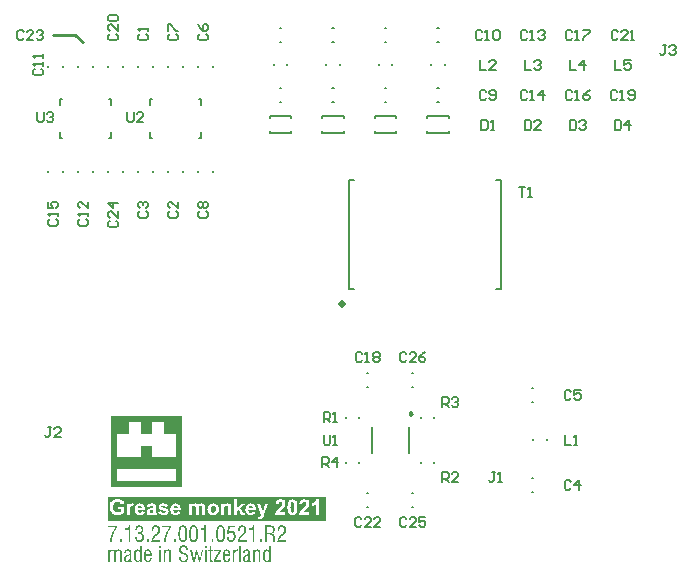
<source format=gto>
G04*
G04 #@! TF.GenerationSoftware,Altium Limited,Altium Designer,20.0.13 (296)*
G04*
G04 Layer_Color=65535*
%FSLAX25Y25*%
%MOIN*%
G70*
G01*
G75*
%ADD10C,0.00394*%
%ADD11C,0.01181*%
%ADD12C,0.00984*%
%ADD13C,0.01000*%
%ADD14C,0.00787*%
%ADD15C,0.00600*%
G36*
X58091Y31752D02*
X34468D01*
Y55374D01*
X58091D01*
Y31752D01*
D02*
G37*
G36*
X75765Y18351D02*
X73948D01*
X73753Y16729D01*
X73761Y16736D01*
X73768Y16758D01*
X73790Y16794D01*
X73818Y16830D01*
X73862Y16880D01*
X73912Y16924D01*
X73977Y16974D01*
X74056Y17017D01*
X74071Y17025D01*
X74099Y17032D01*
X74150Y17053D01*
X74215Y17075D01*
X74294Y17089D01*
X74388Y17111D01*
X74489Y17118D01*
X74597Y17125D01*
X74655D01*
X74705Y17118D01*
X74756Y17111D01*
X74821Y17104D01*
X74958Y17068D01*
X75123Y17010D01*
X75203Y16974D01*
X75289Y16924D01*
X75368Y16873D01*
X75448Y16808D01*
X75527Y16736D01*
X75599Y16649D01*
X75606Y16642D01*
X75614Y16628D01*
X75635Y16599D01*
X75657Y16563D01*
X75686Y16513D01*
X75714Y16455D01*
X75751Y16390D01*
X75787Y16311D01*
X75823Y16224D01*
X75859Y16130D01*
X75888Y16022D01*
X75916Y15907D01*
X75938Y15784D01*
X75960Y15647D01*
X75967Y15510D01*
X75974Y15359D01*
Y15352D01*
Y15316D01*
Y15272D01*
X75967Y15208D01*
X75960Y15128D01*
X75953Y15042D01*
X75938Y14941D01*
X75924Y14840D01*
X75880Y14609D01*
X75808Y14371D01*
X75765Y14256D01*
X75707Y14141D01*
X75650Y14032D01*
X75578Y13931D01*
X75570Y13924D01*
X75563Y13910D01*
X75534Y13888D01*
X75506Y13852D01*
X75462Y13816D01*
X75419Y13773D01*
X75361Y13729D01*
X75296Y13679D01*
X75217Y13636D01*
X75138Y13585D01*
X75044Y13542D01*
X74950Y13506D01*
X74842Y13470D01*
X74727Y13448D01*
X74604Y13434D01*
X74474Y13427D01*
X74410D01*
X74366Y13434D01*
X74309Y13441D01*
X74244Y13448D01*
X74092Y13477D01*
X73927Y13520D01*
X73753Y13592D01*
X73667Y13636D01*
X73588Y13686D01*
X73508Y13751D01*
X73436Y13816D01*
X73429Y13823D01*
X73422Y13838D01*
X73400Y13859D01*
X73378Y13888D01*
X73350Y13931D01*
X73321Y13982D01*
X73292Y14040D01*
X73256Y14112D01*
X73220Y14184D01*
X73191Y14270D01*
X73162Y14364D01*
X73133Y14465D01*
X73112Y14580D01*
X73090Y14696D01*
X73083Y14825D01*
X73076Y14962D01*
X73667D01*
Y14919D01*
Y14912D01*
Y14897D01*
Y14876D01*
Y14840D01*
X73681Y14761D01*
X73696Y14660D01*
X73717Y14544D01*
X73753Y14422D01*
X73804Y14306D01*
X73876Y14205D01*
X73883Y14198D01*
X73912Y14169D01*
X73962Y14126D01*
X74027Y14083D01*
X74114Y14040D01*
X74215Y13996D01*
X74330Y13967D01*
X74467Y13960D01*
X74511D01*
X74539Y13967D01*
X74611Y13982D01*
X74705Y14004D01*
X74813Y14047D01*
X74922Y14104D01*
X75022Y14191D01*
X75073Y14241D01*
X75116Y14299D01*
Y14306D01*
X75123Y14313D01*
X75138Y14335D01*
X75152Y14364D01*
X75167Y14400D01*
X75188Y14443D01*
X75210Y14494D01*
X75231Y14551D01*
X75253Y14616D01*
X75275Y14688D01*
X75296Y14768D01*
X75311Y14854D01*
X75325Y14948D01*
X75340Y15056D01*
X75347Y15280D01*
Y15287D01*
Y15308D01*
Y15345D01*
Y15388D01*
X75340Y15438D01*
X75332Y15503D01*
X75318Y15647D01*
X75289Y15806D01*
X75253Y15965D01*
X75195Y16116D01*
X75159Y16188D01*
X75123Y16253D01*
Y16260D01*
X75116Y16267D01*
X75080Y16304D01*
X75030Y16354D01*
X74958Y16419D01*
X74864Y16477D01*
X74748Y16527D01*
X74611Y16563D01*
X74532Y16577D01*
X74402D01*
X74352Y16570D01*
X74287Y16563D01*
X74208Y16541D01*
X74121Y16520D01*
X74042Y16484D01*
X73962Y16441D01*
X73955Y16433D01*
X73934Y16419D01*
X73898Y16390D01*
X73854Y16347D01*
X73811Y16296D01*
X73768Y16231D01*
X73725Y16159D01*
X73689Y16073D01*
X73184Y16109D01*
X73479Y18899D01*
X75765D01*
Y18351D01*
D02*
G37*
G36*
X43983Y18986D02*
X44034Y18978D01*
X44099Y18971D01*
X44236Y18949D01*
X44401Y18906D01*
X44567Y18841D01*
X44647Y18798D01*
X44726Y18748D01*
X44805Y18690D01*
X44877Y18625D01*
X44885Y18618D01*
X44892Y18611D01*
X44913Y18589D01*
X44935Y18560D01*
X44964Y18524D01*
X44993Y18474D01*
X45029Y18423D01*
X45065Y18365D01*
X45094Y18293D01*
X45130Y18221D01*
X45187Y18048D01*
X45231Y17854D01*
X45238Y17745D01*
X45245Y17630D01*
Y17623D01*
Y17608D01*
Y17580D01*
Y17551D01*
X45238Y17507D01*
Y17457D01*
X45216Y17342D01*
X45195Y17212D01*
X45159Y17068D01*
X45108Y16931D01*
X45036Y16801D01*
X45029Y16786D01*
X45000Y16750D01*
X44949Y16693D01*
X44885Y16628D01*
X44805Y16563D01*
X44712Y16498D01*
X44596Y16448D01*
X44474Y16412D01*
X44481D01*
X44495Y16404D01*
X44517D01*
X44553Y16390D01*
X44639Y16368D01*
X44740Y16325D01*
X44856Y16275D01*
X44971Y16203D01*
X45087Y16109D01*
X45180Y15993D01*
X45187Y15979D01*
X45202Y15957D01*
X45216Y15936D01*
X45238Y15900D01*
X45252Y15864D01*
X45303Y15755D01*
X45346Y15626D01*
X45382Y15474D01*
X45411Y15294D01*
X45418Y15085D01*
Y15078D01*
Y15049D01*
Y15006D01*
X45411Y14955D01*
X45404Y14890D01*
X45397Y14811D01*
X45382Y14725D01*
X45368Y14638D01*
X45317Y14436D01*
X45245Y14234D01*
X45202Y14133D01*
X45151Y14040D01*
X45087Y13946D01*
X45014Y13859D01*
X45007Y13852D01*
X44993Y13838D01*
X44971Y13816D01*
X44942Y13794D01*
X44899Y13758D01*
X44848Y13722D01*
X44791Y13686D01*
X44726Y13643D01*
X44647Y13600D01*
X44560Y13564D01*
X44474Y13528D01*
X44373Y13492D01*
X44265Y13470D01*
X44142Y13448D01*
X44019Y13434D01*
X43890Y13427D01*
X43825D01*
X43774Y13434D01*
X43717Y13441D01*
X43652Y13448D01*
X43572Y13463D01*
X43493Y13477D01*
X43320Y13528D01*
X43233Y13564D01*
X43147Y13607D01*
X43060Y13657D01*
X42974Y13715D01*
X42895Y13780D01*
X42823Y13852D01*
X42815Y13859D01*
X42808Y13874D01*
X42786Y13895D01*
X42765Y13931D01*
X42736Y13975D01*
X42707Y14032D01*
X42678Y14097D01*
X42642Y14169D01*
X42606Y14256D01*
X42577Y14349D01*
X42549Y14450D01*
X42520Y14559D01*
X42498Y14681D01*
X42476Y14811D01*
X42469Y14948D01*
X42462Y15099D01*
Y15157D01*
X43060D01*
Y15063D01*
Y15056D01*
Y15042D01*
Y15013D01*
Y14970D01*
X43068Y14926D01*
X43075Y14869D01*
X43089Y14746D01*
X43111Y14609D01*
X43147Y14472D01*
X43197Y14342D01*
X43262Y14227D01*
X43270Y14213D01*
X43298Y14184D01*
X43349Y14141D01*
X43414Y14090D01*
X43500Y14040D01*
X43608Y13996D01*
X43738Y13967D01*
X43882Y13953D01*
X43926D01*
X43955Y13960D01*
X44034Y13967D01*
X44135Y13989D01*
X44243Y14018D01*
X44358Y14068D01*
X44466Y14133D01*
X44560Y14227D01*
X44567Y14241D01*
X44596Y14277D01*
X44632Y14342D01*
X44675Y14436D01*
X44719Y14551D01*
X44755Y14696D01*
X44784Y14862D01*
X44791Y15049D01*
Y15056D01*
Y15071D01*
Y15099D01*
X44784Y15135D01*
Y15186D01*
X44776Y15236D01*
X44755Y15359D01*
X44726Y15489D01*
X44675Y15619D01*
X44611Y15748D01*
X44524Y15856D01*
X44510Y15871D01*
X44474Y15900D01*
X44416Y15936D01*
X44329Y15986D01*
X44214Y16037D01*
X44077Y16073D01*
X43911Y16102D01*
X43717Y16116D01*
X43630D01*
X43594Y16109D01*
X43529D01*
Y16606D01*
X43702D01*
X43738Y16613D01*
X43782D01*
X43832Y16621D01*
X43940Y16635D01*
X44063Y16664D01*
X44192Y16707D01*
X44308Y16758D01*
X44409Y16837D01*
X44416Y16851D01*
X44445Y16880D01*
X44481Y16938D01*
X44531Y17017D01*
X44575Y17118D01*
X44611Y17241D01*
X44639Y17392D01*
X44647Y17565D01*
Y17572D01*
Y17587D01*
Y17608D01*
Y17637D01*
X44639Y17709D01*
X44618Y17810D01*
X44596Y17911D01*
X44560Y18027D01*
X44510Y18135D01*
X44438Y18228D01*
X44430Y18236D01*
X44401Y18265D01*
X44351Y18308D01*
X44293Y18351D01*
X44207Y18394D01*
X44106Y18438D01*
X43991Y18466D01*
X43861Y18474D01*
X43846D01*
X43803Y18466D01*
X43738Y18459D01*
X43659Y18445D01*
X43572Y18409D01*
X43479Y18365D01*
X43392Y18308D01*
X43313Y18221D01*
X43306Y18207D01*
X43284Y18171D01*
X43255Y18113D01*
X43226Y18034D01*
X43190Y17926D01*
X43161Y17796D01*
X43140Y17645D01*
X43133Y17464D01*
Y17385D01*
X42556D01*
Y17457D01*
Y17464D01*
Y17486D01*
Y17529D01*
X42563Y17580D01*
X42570Y17637D01*
X42577Y17709D01*
X42585Y17782D01*
X42599Y17868D01*
X42642Y18048D01*
X42707Y18236D01*
X42743Y18329D01*
X42794Y18416D01*
X42844Y18503D01*
X42909Y18582D01*
X42916Y18589D01*
X42924Y18596D01*
X42945Y18618D01*
X42974Y18647D01*
X43010Y18676D01*
X43053Y18712D01*
X43104Y18748D01*
X43161Y18791D01*
X43298Y18863D01*
X43464Y18928D01*
X43558Y18957D01*
X43659Y18978D01*
X43767Y18986D01*
X43875Y18993D01*
X43933D01*
X43983Y18986D01*
D02*
G37*
G36*
X91483Y18993D02*
X91540Y18986D01*
X91605Y18978D01*
X91750Y18949D01*
X91915Y18906D01*
X92089Y18834D01*
X92175Y18791D01*
X92254Y18741D01*
X92334Y18683D01*
X92406Y18611D01*
X92413Y18604D01*
X92420Y18596D01*
X92442Y18567D01*
X92463Y18539D01*
X92492Y18503D01*
X92521Y18452D01*
X92557Y18394D01*
X92593Y18329D01*
X92629Y18257D01*
X92665Y18171D01*
X92694Y18084D01*
X92723Y17991D01*
X92745Y17883D01*
X92766Y17767D01*
X92773Y17652D01*
X92781Y17522D01*
Y17515D01*
Y17507D01*
Y17464D01*
X92773Y17392D01*
Y17306D01*
X92759Y17212D01*
X92745Y17104D01*
X92730Y16996D01*
X92701Y16895D01*
Y16880D01*
X92687Y16851D01*
X92672Y16801D01*
X92644Y16729D01*
X92615Y16657D01*
X92572Y16570D01*
X92528Y16484D01*
X92471Y16390D01*
X92463Y16376D01*
X92435Y16347D01*
X92391Y16289D01*
X92326Y16210D01*
X92225Y16116D01*
X92168Y16058D01*
X92103Y16001D01*
X92031Y15929D01*
X91952Y15864D01*
X91865Y15784D01*
X91764Y15705D01*
X91757Y15698D01*
X91742Y15691D01*
X91714Y15669D01*
X91685Y15640D01*
X91620Y15590D01*
X91555Y15532D01*
X91548Y15525D01*
X91533Y15510D01*
X91504Y15489D01*
X91468Y15453D01*
X91418Y15417D01*
X91368Y15373D01*
X91252Y15265D01*
X91122Y15143D01*
X90992Y15006D01*
X90870Y14876D01*
X90820Y14811D01*
X90769Y14746D01*
X90762Y14732D01*
X90733Y14688D01*
X90697Y14624D01*
X90654Y14537D01*
X90610Y14443D01*
X90574Y14328D01*
X90545Y14213D01*
X90531Y14090D01*
X92824D01*
Y13535D01*
X89925D01*
Y13542D01*
Y13556D01*
Y13578D01*
Y13607D01*
Y13614D01*
Y13643D01*
Y13679D01*
Y13737D01*
Y13744D01*
Y13758D01*
Y13787D01*
X89933Y13830D01*
Y13874D01*
X89940Y13931D01*
X89947Y13996D01*
X89954Y14061D01*
X89983Y14213D01*
X90026Y14386D01*
X90077Y14559D01*
X90156Y14739D01*
Y14746D01*
X90171Y14761D01*
X90178Y14782D01*
X90199Y14818D01*
X90221Y14862D01*
X90257Y14912D01*
X90329Y15027D01*
X90430Y15164D01*
X90553Y15316D01*
X90704Y15474D01*
X90870Y15633D01*
X90877Y15640D01*
X90884Y15647D01*
X90906Y15669D01*
X90942Y15698D01*
X90978Y15727D01*
X91021Y15770D01*
X91079Y15820D01*
X91137Y15871D01*
X91144Y15878D01*
X91158Y15892D01*
X91187Y15914D01*
X91223Y15950D01*
X91267Y15993D01*
X91317Y16037D01*
X91432Y16145D01*
X91555Y16253D01*
X91677Y16368D01*
X91786Y16477D01*
X91829Y16520D01*
X91865Y16563D01*
X91872Y16570D01*
X91887Y16592D01*
X91915Y16628D01*
X91952Y16678D01*
X91988Y16736D01*
X92024Y16801D01*
X92052Y16880D01*
X92081Y16960D01*
Y16967D01*
X92096Y17003D01*
X92103Y17046D01*
X92117Y17111D01*
X92132Y17183D01*
X92139Y17277D01*
X92153Y17378D01*
Y17486D01*
Y17493D01*
Y17507D01*
Y17529D01*
Y17565D01*
X92146Y17645D01*
X92124Y17753D01*
X92103Y17868D01*
X92067Y17991D01*
X92016Y18106D01*
X91944Y18207D01*
X91937Y18221D01*
X91908Y18250D01*
X91858Y18286D01*
X91793Y18337D01*
X91706Y18380D01*
X91605Y18423D01*
X91483Y18452D01*
X91346Y18459D01*
X91310D01*
X91281Y18452D01*
X91209Y18445D01*
X91122Y18423D01*
X91029Y18394D01*
X90928Y18344D01*
X90834Y18272D01*
X90755Y18178D01*
X90747Y18164D01*
X90726Y18128D01*
X90690Y18063D01*
X90661Y17969D01*
X90625Y17846D01*
X90589Y17702D01*
X90567Y17529D01*
X90560Y17334D01*
Y17327D01*
Y17313D01*
Y17277D01*
Y17270D01*
X90567Y17241D01*
Y17205D01*
Y17162D01*
X89983D01*
Y17169D01*
Y17183D01*
Y17212D01*
X89976Y17255D01*
Y17270D01*
Y17291D01*
Y17320D01*
Y17349D01*
Y17356D01*
Y17385D01*
Y17428D01*
X89983Y17479D01*
X89990Y17544D01*
X89998Y17623D01*
X90005Y17709D01*
X90019Y17796D01*
X90062Y17998D01*
X90127Y18200D01*
X90171Y18301D01*
X90221Y18394D01*
X90272Y18481D01*
X90336Y18567D01*
X90344Y18575D01*
X90351Y18589D01*
X90373Y18611D01*
X90401Y18632D01*
X90445Y18668D01*
X90488Y18704D01*
X90545Y18741D01*
X90603Y18784D01*
X90675Y18827D01*
X90755Y18863D01*
X90834Y18899D01*
X90928Y18935D01*
X91029Y18957D01*
X91137Y18978D01*
X91252Y18993D01*
X91375Y19000D01*
X91440D01*
X91483Y18993D01*
D02*
G37*
G36*
X87496Y18957D02*
X87568D01*
X87647Y18949D01*
X87734Y18935D01*
X87835Y18921D01*
X88036Y18877D01*
X88245Y18820D01*
X88440Y18733D01*
X88534Y18676D01*
X88613Y18618D01*
X88621Y18611D01*
X88628Y18604D01*
X88649Y18582D01*
X88678Y18553D01*
X88707Y18517D01*
X88743Y18474D01*
X88779Y18416D01*
X88822Y18358D01*
X88858Y18286D01*
X88894Y18214D01*
X88930Y18128D01*
X88959Y18034D01*
X88988Y17926D01*
X89010Y17818D01*
X89017Y17702D01*
X89024Y17572D01*
Y17565D01*
Y17551D01*
Y17522D01*
X89017Y17479D01*
Y17435D01*
X89010Y17385D01*
X88995Y17255D01*
X88959Y17118D01*
X88916Y16974D01*
X88858Y16823D01*
X88772Y16693D01*
X88757Y16678D01*
X88729Y16642D01*
X88671Y16585D01*
X88584Y16513D01*
X88476Y16441D01*
X88346Y16361D01*
X88195Y16296D01*
X88015Y16239D01*
X88036D01*
X88058Y16231D01*
X88087D01*
X88166Y16217D01*
X88267Y16188D01*
X88375Y16152D01*
X88484Y16102D01*
X88592Y16037D01*
X88685Y15950D01*
X88693Y15936D01*
X88721Y15900D01*
X88765Y15842D01*
X88808Y15755D01*
X88858Y15647D01*
X88902Y15510D01*
X88938Y15352D01*
X88967Y15164D01*
Y15157D01*
Y15128D01*
X88974Y15085D01*
Y15020D01*
X88981Y14941D01*
X88988Y14847D01*
X88995Y14739D01*
X89003Y14616D01*
Y14609D01*
Y14580D01*
X89010Y14530D01*
X89017Y14472D01*
X89024Y14400D01*
X89031Y14321D01*
X89060Y14148D01*
X89096Y13960D01*
X89147Y13780D01*
X89176Y13708D01*
X89212Y13636D01*
X89248Y13578D01*
X89291Y13535D01*
X88541D01*
X88534Y13542D01*
X88520Y13571D01*
X88505Y13629D01*
X88491Y13665D01*
X88484Y13715D01*
X88469Y13766D01*
X88455Y13830D01*
X88440Y13903D01*
X88433Y13982D01*
X88419Y14076D01*
X88411Y14176D01*
X88404Y14292D01*
X88397Y14414D01*
Y14422D01*
Y14429D01*
Y14472D01*
X88390Y14537D01*
X88383Y14616D01*
X88375Y14703D01*
Y14797D01*
X88368Y14890D01*
X88361Y14970D01*
Y14977D01*
Y14991D01*
X88354Y15020D01*
X88346Y15063D01*
X88339Y15107D01*
X88332Y15157D01*
X88303Y15280D01*
X88267Y15402D01*
X88217Y15532D01*
X88152Y15647D01*
X88108Y15698D01*
X88065Y15741D01*
X88051Y15748D01*
X88022Y15777D01*
X87957Y15806D01*
X87914Y15828D01*
X87871Y15849D01*
X87813Y15864D01*
X87748Y15885D01*
X87676Y15900D01*
X87597Y15921D01*
X87510Y15929D01*
X87416Y15943D01*
X87315Y15950D01*
X86436D01*
Y13535D01*
X85845D01*
Y18964D01*
X87438D01*
X87496Y18957D01*
D02*
G37*
G36*
X84777Y13535D02*
X84136D01*
Y14277D01*
X84777D01*
Y13535D01*
D02*
G37*
G36*
X82240D02*
X81656D01*
Y17529D01*
X80502D01*
Y17991D01*
X80625D01*
X80661Y17998D01*
X80711D01*
X80769Y18005D01*
X80898Y18020D01*
X81036Y18048D01*
X81180Y18092D01*
X81317Y18156D01*
X81439Y18236D01*
X81454Y18250D01*
X81490Y18279D01*
X81533Y18344D01*
X81591Y18423D01*
X81648Y18531D01*
X81699Y18661D01*
X81742Y18820D01*
X81764Y19000D01*
X82240D01*
Y13535D01*
D02*
G37*
G36*
X78267Y18993D02*
X78325Y18986D01*
X78390Y18978D01*
X78534Y18949D01*
X78699Y18906D01*
X78873Y18834D01*
X78959Y18791D01*
X79038Y18741D01*
X79118Y18683D01*
X79190Y18611D01*
X79197Y18604D01*
X79204Y18596D01*
X79226Y18567D01*
X79247Y18539D01*
X79276Y18503D01*
X79305Y18452D01*
X79341Y18394D01*
X79377Y18329D01*
X79413Y18257D01*
X79449Y18171D01*
X79478Y18084D01*
X79507Y17991D01*
X79529Y17883D01*
X79550Y17767D01*
X79558Y17652D01*
X79565Y17522D01*
Y17515D01*
Y17507D01*
Y17464D01*
X79558Y17392D01*
Y17306D01*
X79543Y17212D01*
X79529Y17104D01*
X79514Y16996D01*
X79485Y16895D01*
Y16880D01*
X79471Y16851D01*
X79457Y16801D01*
X79428Y16729D01*
X79399Y16657D01*
X79356Y16570D01*
X79312Y16484D01*
X79255Y16390D01*
X79247Y16376D01*
X79219Y16347D01*
X79175Y16289D01*
X79110Y16210D01*
X79009Y16116D01*
X78952Y16058D01*
X78887Y16001D01*
X78815Y15929D01*
X78736Y15864D01*
X78649Y15784D01*
X78548Y15705D01*
X78541Y15698D01*
X78526Y15691D01*
X78498Y15669D01*
X78469Y15640D01*
X78404Y15590D01*
X78339Y15532D01*
X78332Y15525D01*
X78317Y15510D01*
X78289Y15489D01*
X78253Y15453D01*
X78202Y15417D01*
X78152Y15373D01*
X78036Y15265D01*
X77906Y15143D01*
X77777Y15006D01*
X77654Y14876D01*
X77604Y14811D01*
X77553Y14746D01*
X77546Y14732D01*
X77517Y14688D01*
X77481Y14624D01*
X77438Y14537D01*
X77394Y14443D01*
X77358Y14328D01*
X77330Y14213D01*
X77315Y14090D01*
X79608D01*
Y13535D01*
X76710D01*
Y13542D01*
Y13556D01*
Y13578D01*
Y13607D01*
Y13614D01*
Y13643D01*
Y13679D01*
Y13737D01*
Y13744D01*
Y13758D01*
Y13787D01*
X76717Y13830D01*
Y13874D01*
X76724Y13931D01*
X76731Y13996D01*
X76738Y14061D01*
X76767Y14213D01*
X76810Y14386D01*
X76861Y14559D01*
X76940Y14739D01*
Y14746D01*
X76955Y14761D01*
X76962Y14782D01*
X76983Y14818D01*
X77005Y14862D01*
X77041Y14912D01*
X77113Y15027D01*
X77214Y15164D01*
X77337Y15316D01*
X77488Y15474D01*
X77654Y15633D01*
X77661Y15640D01*
X77668Y15647D01*
X77690Y15669D01*
X77726Y15698D01*
X77762Y15727D01*
X77805Y15770D01*
X77863Y15820D01*
X77921Y15871D01*
X77928Y15878D01*
X77942Y15892D01*
X77971Y15914D01*
X78007Y15950D01*
X78051Y15993D01*
X78101Y16037D01*
X78216Y16145D01*
X78339Y16253D01*
X78462Y16368D01*
X78570Y16477D01*
X78613Y16520D01*
X78649Y16563D01*
X78656Y16570D01*
X78671Y16592D01*
X78699Y16628D01*
X78736Y16678D01*
X78772Y16736D01*
X78808Y16801D01*
X78837Y16880D01*
X78865Y16960D01*
Y16967D01*
X78880Y17003D01*
X78887Y17046D01*
X78901Y17111D01*
X78916Y17183D01*
X78923Y17277D01*
X78937Y17378D01*
Y17486D01*
Y17493D01*
Y17507D01*
Y17529D01*
Y17565D01*
X78930Y17645D01*
X78909Y17753D01*
X78887Y17868D01*
X78851Y17991D01*
X78800Y18106D01*
X78728Y18207D01*
X78721Y18221D01*
X78692Y18250D01*
X78642Y18286D01*
X78577Y18337D01*
X78490Y18380D01*
X78390Y18423D01*
X78267Y18452D01*
X78130Y18459D01*
X78094D01*
X78065Y18452D01*
X77993Y18445D01*
X77906Y18423D01*
X77813Y18394D01*
X77712Y18344D01*
X77618Y18272D01*
X77539Y18178D01*
X77531Y18164D01*
X77510Y18128D01*
X77474Y18063D01*
X77445Y17969D01*
X77409Y17846D01*
X77373Y17702D01*
X77351Y17529D01*
X77344Y17334D01*
Y17327D01*
Y17313D01*
Y17277D01*
Y17270D01*
X77351Y17241D01*
Y17205D01*
Y17162D01*
X76767D01*
Y17169D01*
Y17183D01*
Y17212D01*
X76760Y17255D01*
Y17270D01*
Y17291D01*
Y17320D01*
Y17349D01*
Y17356D01*
Y17385D01*
Y17428D01*
X76767Y17479D01*
X76774Y17544D01*
X76782Y17623D01*
X76789Y17709D01*
X76803Y17796D01*
X76846Y17998D01*
X76911Y18200D01*
X76955Y18301D01*
X77005Y18394D01*
X77056Y18481D01*
X77121Y18567D01*
X77128Y18575D01*
X77135Y18589D01*
X77157Y18611D01*
X77185Y18632D01*
X77229Y18668D01*
X77272Y18704D01*
X77330Y18741D01*
X77387Y18784D01*
X77459Y18827D01*
X77539Y18863D01*
X77618Y18899D01*
X77712Y18935D01*
X77813Y18957D01*
X77921Y18978D01*
X78036Y18993D01*
X78159Y19000D01*
X78224D01*
X78267Y18993D01*
D02*
G37*
G36*
X68584Y13535D02*
X67942D01*
Y14277D01*
X68584D01*
Y13535D01*
D02*
G37*
G36*
X66046D02*
X65462D01*
Y17529D01*
X64308D01*
Y17991D01*
X64431D01*
X64467Y17998D01*
X64517D01*
X64575Y18005D01*
X64705Y18020D01*
X64842Y18048D01*
X64986Y18092D01*
X65123Y18156D01*
X65246Y18236D01*
X65260Y18250D01*
X65296Y18279D01*
X65339Y18344D01*
X65397Y18423D01*
X65455Y18531D01*
X65505Y18661D01*
X65548Y18820D01*
X65570Y19000D01*
X66046D01*
Y13535D01*
D02*
G37*
G36*
X55988Y13535D02*
X55346D01*
Y14277D01*
X55988D01*
Y13535D01*
D02*
G37*
G36*
X54445Y18373D02*
X54438Y18358D01*
X54409Y18329D01*
X54373Y18272D01*
X54315Y18192D01*
X54250Y18091D01*
X54171Y17976D01*
X54092Y17846D01*
X53998Y17702D01*
X53897Y17536D01*
X53796Y17363D01*
X53695Y17176D01*
X53594Y16974D01*
X53493Y16772D01*
X53392Y16556D01*
X53299Y16332D01*
X53212Y16102D01*
X53205Y16087D01*
X53190Y16044D01*
X53169Y15979D01*
X53140Y15892D01*
X53111Y15777D01*
X53068Y15640D01*
X53025Y15489D01*
X52981Y15323D01*
X52938Y15135D01*
X52895Y14934D01*
X52852Y14725D01*
X52808Y14501D01*
X52772Y14270D01*
X52736Y14032D01*
X52715Y13787D01*
X52693Y13535D01*
X52015D01*
Y13542D01*
Y13549D01*
X52022Y13571D01*
Y13600D01*
X52037Y13672D01*
X52051Y13766D01*
X52066Y13888D01*
X52095Y14032D01*
X52123Y14191D01*
X52160Y14371D01*
X52196Y14559D01*
X52246Y14761D01*
X52297Y14977D01*
X52354Y15193D01*
X52491Y15640D01*
X52570Y15871D01*
X52657Y16094D01*
X52664Y16109D01*
X52679Y16145D01*
X52707Y16210D01*
X52744Y16296D01*
X52794Y16404D01*
X52852Y16527D01*
X52917Y16664D01*
X52996Y16815D01*
X53082Y16981D01*
X53176Y17154D01*
X53277Y17342D01*
X53392Y17529D01*
X53508Y17724D01*
X53637Y17919D01*
X53774Y18113D01*
X53919Y18308D01*
X51496D01*
Y18899D01*
X54445D01*
Y18373D01*
D02*
G37*
G36*
X49477Y18993D02*
X49535Y18986D01*
X49600Y18978D01*
X49744Y18949D01*
X49910Y18906D01*
X50083Y18834D01*
X50169Y18791D01*
X50249Y18740D01*
X50328Y18683D01*
X50400Y18611D01*
X50407Y18604D01*
X50415Y18596D01*
X50436Y18567D01*
X50458Y18539D01*
X50487Y18503D01*
X50516Y18452D01*
X50552Y18394D01*
X50588Y18329D01*
X50624Y18257D01*
X50660Y18171D01*
X50689Y18084D01*
X50718Y17991D01*
X50739Y17883D01*
X50761Y17767D01*
X50768Y17652D01*
X50775Y17522D01*
Y17515D01*
Y17507D01*
Y17464D01*
X50768Y17392D01*
Y17306D01*
X50753Y17212D01*
X50739Y17104D01*
X50725Y16996D01*
X50696Y16895D01*
Y16880D01*
X50681Y16851D01*
X50667Y16801D01*
X50638Y16729D01*
X50609Y16657D01*
X50566Y16570D01*
X50523Y16484D01*
X50465Y16390D01*
X50458Y16376D01*
X50429Y16347D01*
X50386Y16289D01*
X50321Y16210D01*
X50220Y16116D01*
X50162Y16058D01*
X50097Y16001D01*
X50025Y15928D01*
X49946Y15864D01*
X49859Y15784D01*
X49759Y15705D01*
X49751Y15698D01*
X49737Y15691D01*
X49708Y15669D01*
X49679Y15640D01*
X49614Y15590D01*
X49549Y15532D01*
X49542Y15525D01*
X49528Y15510D01*
X49499Y15489D01*
X49463Y15453D01*
X49413Y15417D01*
X49362Y15373D01*
X49247Y15265D01*
X49117Y15143D01*
X48987Y15006D01*
X48864Y14876D01*
X48814Y14811D01*
X48764Y14746D01*
X48756Y14732D01*
X48728Y14688D01*
X48691Y14624D01*
X48648Y14537D01*
X48605Y14443D01*
X48569Y14328D01*
X48540Y14213D01*
X48526Y14090D01*
X50818D01*
Y13535D01*
X47920D01*
Y13542D01*
Y13556D01*
Y13578D01*
Y13607D01*
Y13614D01*
Y13643D01*
Y13679D01*
Y13737D01*
Y13744D01*
Y13758D01*
Y13787D01*
X47927Y13830D01*
Y13874D01*
X47934Y13931D01*
X47942Y13996D01*
X47949Y14061D01*
X47978Y14213D01*
X48021Y14386D01*
X48071Y14559D01*
X48151Y14739D01*
Y14746D01*
X48165Y14761D01*
X48172Y14782D01*
X48194Y14818D01*
X48216Y14862D01*
X48252Y14912D01*
X48324Y15027D01*
X48425Y15164D01*
X48547Y15316D01*
X48699Y15474D01*
X48864Y15633D01*
X48872Y15640D01*
X48879Y15647D01*
X48901Y15669D01*
X48937Y15698D01*
X48973Y15727D01*
X49016Y15770D01*
X49074Y15820D01*
X49131Y15871D01*
X49139Y15878D01*
X49153Y15892D01*
X49182Y15914D01*
X49218Y15950D01*
X49261Y15993D01*
X49312Y16037D01*
X49427Y16145D01*
X49549Y16253D01*
X49672Y16368D01*
X49780Y16477D01*
X49823Y16520D01*
X49859Y16563D01*
X49867Y16570D01*
X49881Y16592D01*
X49910Y16628D01*
X49946Y16678D01*
X49982Y16736D01*
X50018Y16801D01*
X50047Y16880D01*
X50076Y16960D01*
Y16967D01*
X50090Y17003D01*
X50097Y17046D01*
X50112Y17111D01*
X50126Y17183D01*
X50134Y17277D01*
X50148Y17378D01*
Y17486D01*
Y17493D01*
Y17507D01*
Y17529D01*
Y17565D01*
X50141Y17645D01*
X50119Y17753D01*
X50097Y17868D01*
X50061Y17991D01*
X50011Y18106D01*
X49939Y18207D01*
X49932Y18221D01*
X49903Y18250D01*
X49852Y18286D01*
X49787Y18337D01*
X49701Y18380D01*
X49600Y18423D01*
X49477Y18452D01*
X49340Y18459D01*
X49304D01*
X49275Y18452D01*
X49203Y18445D01*
X49117Y18423D01*
X49023Y18394D01*
X48922Y18344D01*
X48829Y18272D01*
X48749Y18178D01*
X48742Y18164D01*
X48720Y18128D01*
X48684Y18063D01*
X48655Y17969D01*
X48619Y17846D01*
X48583Y17702D01*
X48562Y17529D01*
X48555Y17334D01*
Y17327D01*
Y17313D01*
Y17277D01*
Y17270D01*
X48562Y17241D01*
Y17205D01*
Y17161D01*
X47978D01*
Y17169D01*
Y17183D01*
Y17212D01*
X47971Y17255D01*
Y17270D01*
Y17291D01*
Y17320D01*
Y17349D01*
Y17356D01*
Y17385D01*
Y17428D01*
X47978Y17479D01*
X47985Y17544D01*
X47992Y17623D01*
X47999Y17709D01*
X48014Y17796D01*
X48057Y17998D01*
X48122Y18200D01*
X48165Y18301D01*
X48216Y18394D01*
X48266Y18481D01*
X48331Y18567D01*
X48338Y18575D01*
X48345Y18589D01*
X48367Y18611D01*
X48396Y18632D01*
X48439Y18668D01*
X48482Y18704D01*
X48540Y18740D01*
X48598Y18784D01*
X48670Y18827D01*
X48749Y18863D01*
X48829Y18899D01*
X48922Y18935D01*
X49023Y18957D01*
X49131Y18978D01*
X49247Y18993D01*
X49369Y19000D01*
X49434D01*
X49477Y18993D01*
D02*
G37*
G36*
X46990Y13535D02*
X46348D01*
Y14277D01*
X46990D01*
Y13535D01*
D02*
G37*
G36*
X40854D02*
X40270D01*
Y17529D01*
X39117D01*
Y17991D01*
X39239D01*
X39275Y17998D01*
X39326D01*
X39383Y18005D01*
X39513Y18019D01*
X39650Y18048D01*
X39794Y18091D01*
X39931Y18156D01*
X40054Y18236D01*
X40068Y18250D01*
X40104Y18279D01*
X40148Y18344D01*
X40205Y18423D01*
X40263Y18531D01*
X40314Y18661D01*
X40357Y18820D01*
X40378Y19000D01*
X40854D01*
Y13535D01*
D02*
G37*
G36*
X37992D02*
X37350D01*
Y14277D01*
X37992D01*
Y13535D01*
D02*
G37*
G36*
X36449Y18373D02*
X36442Y18358D01*
X36413Y18329D01*
X36377Y18272D01*
X36319Y18192D01*
X36254Y18091D01*
X36175Y17976D01*
X36096Y17846D01*
X36002Y17702D01*
X35901Y17536D01*
X35800Y17363D01*
X35699Y17176D01*
X35598Y16974D01*
X35497Y16772D01*
X35396Y16556D01*
X35302Y16332D01*
X35216Y16102D01*
X35209Y16087D01*
X35194Y16044D01*
X35173Y15979D01*
X35144Y15892D01*
X35115Y15777D01*
X35072Y15640D01*
X35028Y15489D01*
X34985Y15323D01*
X34942Y15135D01*
X34899Y14934D01*
X34855Y14725D01*
X34812Y14501D01*
X34776Y14270D01*
X34740Y14032D01*
X34718Y13787D01*
X34697Y13535D01*
X34019D01*
Y13542D01*
Y13549D01*
X34026Y13571D01*
Y13600D01*
X34041Y13672D01*
X34055Y13766D01*
X34070Y13888D01*
X34098Y14032D01*
X34127Y14191D01*
X34163Y14371D01*
X34199Y14559D01*
X34250Y14761D01*
X34300Y14977D01*
X34358Y15193D01*
X34495Y15640D01*
X34574Y15871D01*
X34661Y16094D01*
X34668Y16109D01*
X34682Y16145D01*
X34711Y16210D01*
X34747Y16296D01*
X34798Y16404D01*
X34855Y16527D01*
X34920Y16664D01*
X35000Y16815D01*
X35086Y16981D01*
X35180Y17154D01*
X35281Y17342D01*
X35396Y17529D01*
X35512Y17724D01*
X35641Y17919D01*
X35778Y18113D01*
X35923Y18308D01*
X33500D01*
Y18899D01*
X36449D01*
Y18373D01*
D02*
G37*
G36*
X71100Y18986D02*
X71194Y18971D01*
X71302Y18949D01*
X71417Y18914D01*
X71533Y18870D01*
X71641Y18812D01*
X71655Y18805D01*
X71691Y18784D01*
X71742Y18741D01*
X71814Y18683D01*
X71886Y18604D01*
X71973Y18517D01*
X72052Y18409D01*
X72131Y18279D01*
X72138Y18265D01*
X72160Y18228D01*
X72189Y18164D01*
X72218Y18077D01*
X72261Y17969D01*
X72297Y17839D01*
X72333Y17688D01*
X72362Y17522D01*
Y17515D01*
Y17500D01*
X72369Y17471D01*
X72376Y17435D01*
Y17385D01*
X72383Y17327D01*
X72391Y17262D01*
X72398Y17183D01*
X72405Y17097D01*
X72412Y16996D01*
X72420Y16887D01*
Y16772D01*
X72427Y16642D01*
X72434Y16505D01*
Y16361D01*
Y16210D01*
Y16203D01*
Y16195D01*
Y16174D01*
Y16145D01*
Y16066D01*
X72427Y15965D01*
Y15842D01*
X72420Y15698D01*
X72405Y15539D01*
X72391Y15373D01*
X72376Y15200D01*
X72355Y15020D01*
X72290Y14667D01*
X72254Y14494D01*
X72211Y14335D01*
X72153Y14191D01*
X72095Y14061D01*
X72088Y14054D01*
X72081Y14032D01*
X72059Y14004D01*
X72030Y13960D01*
X71994Y13917D01*
X71951Y13859D01*
X71893Y13802D01*
X71836Y13744D01*
X71763Y13686D01*
X71677Y13629D01*
X71590Y13571D01*
X71490Y13528D01*
X71374Y13484D01*
X71259Y13455D01*
X71129Y13434D01*
X70985Y13427D01*
X70949D01*
X70906Y13434D01*
X70855D01*
X70790Y13448D01*
X70711Y13463D01*
X70631Y13477D01*
X70538Y13506D01*
X70444Y13535D01*
X70350Y13578D01*
X70257Y13629D01*
X70163Y13686D01*
X70069Y13758D01*
X69983Y13845D01*
X69911Y13939D01*
X69838Y14047D01*
Y14054D01*
X69824Y14076D01*
X69810Y14112D01*
X69788Y14169D01*
X69759Y14241D01*
X69730Y14328D01*
X69701Y14429D01*
X69673Y14551D01*
X69636Y14696D01*
X69608Y14854D01*
X69579Y15027D01*
X69550Y15229D01*
X69528Y15446D01*
X69514Y15683D01*
X69507Y15936D01*
X69499Y16217D01*
Y16224D01*
Y16231D01*
Y16253D01*
Y16282D01*
Y16361D01*
X69507Y16469D01*
Y16592D01*
X69514Y16736D01*
X69528Y16887D01*
X69543Y17061D01*
X69557Y17234D01*
X69579Y17414D01*
X69636Y17767D01*
X69680Y17940D01*
X69723Y18099D01*
X69774Y18243D01*
X69831Y18365D01*
X69838Y18373D01*
X69846Y18394D01*
X69867Y18423D01*
X69896Y18466D01*
X69932Y18510D01*
X69983Y18567D01*
X70033Y18618D01*
X70098Y18683D01*
X70170Y18741D01*
X70257Y18798D01*
X70350Y18849D01*
X70451Y18892D01*
X70567Y18935D01*
X70689Y18964D01*
X70819Y18986D01*
X70963Y18993D01*
X71028D01*
X71100Y18986D01*
D02*
G37*
G36*
X62102D02*
X62196Y18971D01*
X62304Y18949D01*
X62419Y18914D01*
X62535Y18870D01*
X62643Y18812D01*
X62657Y18805D01*
X62693Y18784D01*
X62744Y18741D01*
X62816Y18683D01*
X62888Y18604D01*
X62975Y18517D01*
X63054Y18409D01*
X63133Y18279D01*
X63140Y18265D01*
X63162Y18228D01*
X63191Y18164D01*
X63220Y18077D01*
X63263Y17969D01*
X63299Y17839D01*
X63335Y17688D01*
X63364Y17522D01*
Y17515D01*
Y17500D01*
X63371Y17471D01*
X63378Y17435D01*
Y17385D01*
X63385Y17327D01*
X63393Y17262D01*
X63400Y17183D01*
X63407Y17097D01*
X63414Y16996D01*
X63421Y16887D01*
Y16772D01*
X63429Y16642D01*
X63436Y16505D01*
Y16361D01*
Y16210D01*
Y16203D01*
Y16195D01*
Y16174D01*
Y16145D01*
Y16066D01*
X63429Y15965D01*
Y15842D01*
X63421Y15698D01*
X63407Y15539D01*
X63393Y15373D01*
X63378Y15200D01*
X63357Y15020D01*
X63292Y14667D01*
X63256Y14494D01*
X63212Y14335D01*
X63155Y14191D01*
X63097Y14061D01*
X63090Y14054D01*
X63083Y14032D01*
X63061Y14004D01*
X63032Y13960D01*
X62996Y13917D01*
X62953Y13859D01*
X62895Y13802D01*
X62837Y13744D01*
X62765Y13686D01*
X62679Y13629D01*
X62592Y13571D01*
X62491Y13528D01*
X62376Y13484D01*
X62261Y13455D01*
X62131Y13434D01*
X61987Y13427D01*
X61951D01*
X61907Y13434D01*
X61857D01*
X61792Y13448D01*
X61713Y13463D01*
X61633Y13477D01*
X61540Y13506D01*
X61446Y13535D01*
X61352Y13578D01*
X61259Y13629D01*
X61165Y13686D01*
X61071Y13758D01*
X60984Y13845D01*
X60912Y13939D01*
X60840Y14047D01*
Y14054D01*
X60826Y14076D01*
X60812Y14112D01*
X60790Y14169D01*
X60761Y14241D01*
X60732Y14328D01*
X60703Y14429D01*
X60675Y14551D01*
X60638Y14696D01*
X60610Y14854D01*
X60581Y15027D01*
X60552Y15229D01*
X60530Y15446D01*
X60516Y15683D01*
X60509Y15936D01*
X60501Y16217D01*
Y16224D01*
Y16231D01*
Y16253D01*
Y16282D01*
Y16361D01*
X60509Y16469D01*
Y16592D01*
X60516Y16736D01*
X60530Y16887D01*
X60545Y17061D01*
X60559Y17233D01*
X60581Y17414D01*
X60638Y17767D01*
X60682Y17940D01*
X60725Y18099D01*
X60775Y18243D01*
X60833Y18365D01*
X60840Y18373D01*
X60848Y18394D01*
X60869Y18423D01*
X60898Y18466D01*
X60934Y18510D01*
X60984Y18567D01*
X61035Y18618D01*
X61100Y18683D01*
X61172Y18741D01*
X61259Y18798D01*
X61352Y18849D01*
X61453Y18892D01*
X61568Y18935D01*
X61691Y18964D01*
X61821Y18986D01*
X61965Y18993D01*
X62030D01*
X62102Y18986D01*
D02*
G37*
G36*
X58504Y18986D02*
X58598Y18971D01*
X58706Y18949D01*
X58821Y18914D01*
X58937Y18870D01*
X59045Y18812D01*
X59060Y18805D01*
X59096Y18784D01*
X59146Y18740D01*
X59218Y18683D01*
X59290Y18604D01*
X59377Y18517D01*
X59456Y18409D01*
X59535Y18279D01*
X59543Y18265D01*
X59564Y18228D01*
X59593Y18164D01*
X59622Y18077D01*
X59665Y17969D01*
X59701Y17839D01*
X59737Y17688D01*
X59766Y17522D01*
Y17515D01*
Y17500D01*
X59773Y17471D01*
X59780Y17435D01*
Y17385D01*
X59788Y17327D01*
X59795Y17262D01*
X59802Y17183D01*
X59809Y17097D01*
X59816Y16996D01*
X59824Y16887D01*
Y16772D01*
X59831Y16642D01*
X59838Y16505D01*
Y16361D01*
Y16210D01*
Y16203D01*
Y16195D01*
Y16174D01*
Y16145D01*
Y16066D01*
X59831Y15965D01*
Y15842D01*
X59824Y15698D01*
X59809Y15539D01*
X59795Y15373D01*
X59780Y15200D01*
X59759Y15020D01*
X59694Y14667D01*
X59658Y14494D01*
X59615Y14335D01*
X59557Y14191D01*
X59499Y14061D01*
X59492Y14054D01*
X59485Y14032D01*
X59463Y14004D01*
X59434Y13960D01*
X59398Y13917D01*
X59355Y13859D01*
X59297Y13802D01*
X59240Y13744D01*
X59168Y13686D01*
X59081Y13629D01*
X58995Y13571D01*
X58894Y13528D01*
X58778Y13484D01*
X58663Y13455D01*
X58533Y13434D01*
X58389Y13427D01*
X58353D01*
X58310Y13434D01*
X58259D01*
X58194Y13448D01*
X58115Y13463D01*
X58036Y13477D01*
X57942Y13506D01*
X57848Y13535D01*
X57754Y13578D01*
X57661Y13629D01*
X57567Y13686D01*
X57473Y13758D01*
X57387Y13845D01*
X57315Y13939D01*
X57243Y14047D01*
Y14054D01*
X57228Y14076D01*
X57214Y14112D01*
X57192Y14169D01*
X57163Y14241D01*
X57134Y14328D01*
X57105Y14429D01*
X57077Y14551D01*
X57041Y14696D01*
X57012Y14854D01*
X56983Y15027D01*
X56954Y15229D01*
X56932Y15446D01*
X56918Y15683D01*
X56911Y15936D01*
X56904Y16217D01*
Y16224D01*
Y16231D01*
Y16253D01*
Y16282D01*
Y16361D01*
X56911Y16469D01*
Y16592D01*
X56918Y16736D01*
X56932Y16887D01*
X56947Y17061D01*
X56961Y17233D01*
X56983Y17414D01*
X57041Y17767D01*
X57084Y17940D01*
X57127Y18099D01*
X57178Y18243D01*
X57235Y18365D01*
X57243Y18373D01*
X57250Y18394D01*
X57271Y18423D01*
X57300Y18466D01*
X57336Y18510D01*
X57387Y18567D01*
X57437Y18618D01*
X57502Y18683D01*
X57574Y18740D01*
X57661Y18798D01*
X57754Y18849D01*
X57855Y18892D01*
X57971Y18935D01*
X58093Y18964D01*
X58223Y18986D01*
X58367Y18993D01*
X58432D01*
X58504Y18986D01*
D02*
G37*
G36*
X66392Y11476D02*
X65808D01*
Y12211D01*
X66392D01*
Y11476D01*
D02*
G37*
G36*
X51085Y11476D02*
X50501D01*
Y12211D01*
X51085D01*
Y11476D01*
D02*
G37*
G36*
X58735Y12334D02*
X58793Y12326D01*
X58858Y12319D01*
X59002Y12298D01*
X59168Y12247D01*
X59341Y12182D01*
X59427Y12139D01*
X59506Y12088D01*
X59586Y12031D01*
X59658Y11966D01*
X59665Y11959D01*
X59672Y11952D01*
X59694Y11930D01*
X59716Y11901D01*
X59744Y11858D01*
X59780Y11814D01*
X59816Y11764D01*
X59852Y11699D01*
X59881Y11634D01*
X59917Y11555D01*
X59953Y11476D01*
X59982Y11382D01*
X60026Y11180D01*
X60033Y11065D01*
X60040Y10949D01*
Y10942D01*
Y10935D01*
Y10913D01*
X60033Y10877D01*
Y10870D01*
Y10848D01*
Y10827D01*
Y10812D01*
X59478D01*
Y10863D01*
Y10870D01*
Y10884D01*
Y10906D01*
Y10942D01*
X59463Y11021D01*
X59449Y11122D01*
X59420Y11238D01*
X59384Y11353D01*
X59326Y11468D01*
X59247Y11569D01*
X59240Y11584D01*
X59204Y11613D01*
X59153Y11649D01*
X59088Y11699D01*
X58995Y11742D01*
X58886Y11786D01*
X58764Y11814D01*
X58620Y11822D01*
X58548D01*
X58475Y11807D01*
X58375Y11793D01*
X58266Y11764D01*
X58158Y11721D01*
X58050Y11663D01*
X57949Y11584D01*
X57942Y11577D01*
X57913Y11541D01*
X57877Y11490D01*
X57834Y11411D01*
X57783Y11324D01*
X57747Y11209D01*
X57718Y11079D01*
X57711Y10935D01*
Y10928D01*
Y10921D01*
Y10899D01*
Y10870D01*
X57718Y10805D01*
X57733Y10719D01*
X57747Y10625D01*
X57776Y10524D01*
X57819Y10430D01*
X57870Y10344D01*
X57877Y10336D01*
X57906Y10308D01*
X57949Y10264D01*
X58021Y10214D01*
X58072Y10185D01*
X58122Y10149D01*
X58180Y10113D01*
X58245Y10077D01*
X58324Y10041D01*
X58403Y10005D01*
X58497Y9962D01*
X58598Y9926D01*
X58612Y9918D01*
X58649Y9911D01*
X58706Y9889D01*
X58793Y9853D01*
X58800D01*
X58829Y9839D01*
X58872Y9825D01*
X58930Y9803D01*
X58995Y9774D01*
X59074Y9745D01*
X59240Y9673D01*
X59413Y9601D01*
X59579Y9522D01*
X59651Y9486D01*
X59716Y9450D01*
X59773Y9414D01*
X59809Y9385D01*
X59816Y9377D01*
X59845Y9349D01*
X59881Y9313D01*
X59925Y9255D01*
X59968Y9190D01*
X60018Y9111D01*
X60069Y9024D01*
X60105Y8930D01*
X60112Y8916D01*
X60119Y8880D01*
X60134Y8830D01*
X60155Y8750D01*
X60177Y8657D01*
X60191Y8548D01*
X60199Y8426D01*
X60206Y8289D01*
Y8282D01*
Y8253D01*
Y8217D01*
X60199Y8159D01*
X60191Y8094D01*
X60184Y8022D01*
X60170Y7936D01*
X60155Y7849D01*
X60098Y7654D01*
X60069Y7553D01*
X60026Y7452D01*
X59975Y7359D01*
X59917Y7258D01*
X59852Y7171D01*
X59773Y7085D01*
X59766Y7078D01*
X59752Y7063D01*
X59730Y7049D01*
X59694Y7020D01*
X59651Y6984D01*
X59600Y6948D01*
X59535Y6912D01*
X59463Y6876D01*
X59384Y6832D01*
X59297Y6796D01*
X59204Y6760D01*
X59096Y6724D01*
X58980Y6695D01*
X58858Y6681D01*
X58728Y6667D01*
X58591Y6659D01*
X58519D01*
X58468Y6667D01*
X58403Y6674D01*
X58331Y6681D01*
X58252Y6695D01*
X58165Y6710D01*
X57978Y6760D01*
X57884Y6796D01*
X57790Y6840D01*
X57697Y6883D01*
X57603Y6941D01*
X57524Y7005D01*
X57444Y7078D01*
X57437Y7085D01*
X57430Y7099D01*
X57408Y7121D01*
X57387Y7157D01*
X57358Y7200D01*
X57322Y7258D01*
X57286Y7323D01*
X57257Y7395D01*
X57221Y7474D01*
X57185Y7568D01*
X57149Y7669D01*
X57120Y7784D01*
X57098Y7907D01*
X57077Y8037D01*
X57069Y8174D01*
X57062Y8325D01*
Y8332D01*
Y8347D01*
Y8375D01*
Y8411D01*
Y8426D01*
Y8447D01*
Y8476D01*
Y8505D01*
X57646D01*
Y8310D01*
Y8303D01*
Y8289D01*
Y8260D01*
X57653Y8217D01*
Y8174D01*
X57661Y8123D01*
X57675Y8000D01*
X57711Y7863D01*
X57754Y7726D01*
X57812Y7589D01*
X57899Y7474D01*
X57913Y7460D01*
X57949Y7431D01*
X58007Y7388D01*
X58086Y7337D01*
X58194Y7279D01*
X58324Y7236D01*
X58475Y7207D01*
X58656Y7193D01*
X58699D01*
X58728Y7200D01*
X58814Y7207D01*
X58915Y7229D01*
X59023Y7258D01*
X59146Y7308D01*
X59254Y7373D01*
X59362Y7460D01*
X59377Y7474D01*
X59405Y7510D01*
X59442Y7575D01*
X59492Y7654D01*
X59543Y7762D01*
X59579Y7892D01*
X59607Y8044D01*
X59622Y8209D01*
Y8217D01*
Y8224D01*
Y8246D01*
Y8274D01*
X59615Y8339D01*
X59600Y8426D01*
X59586Y8519D01*
X59557Y8620D01*
X59514Y8714D01*
X59463Y8794D01*
X59456Y8801D01*
X59427Y8830D01*
X59384Y8873D01*
X59319Y8923D01*
X59218Y8988D01*
X59160Y9024D01*
X59096Y9060D01*
X59023Y9096D01*
X58944Y9132D01*
X58858Y9176D01*
X58757Y9212D01*
X58749D01*
X58735Y9219D01*
X58706Y9233D01*
X58663Y9248D01*
X58612Y9269D01*
X58548Y9291D01*
X58475Y9320D01*
X58389Y9349D01*
X58382D01*
X58360Y9356D01*
X58331Y9370D01*
X58288Y9385D01*
X58230Y9406D01*
X58173Y9428D01*
X58043Y9486D01*
X57906Y9543D01*
X57776Y9601D01*
X57718Y9630D01*
X57668Y9659D01*
X57625Y9688D01*
X57596Y9709D01*
X57589Y9716D01*
X57560Y9745D01*
X57516Y9788D01*
X57466Y9846D01*
X57408Y9911D01*
X57358Y9998D01*
X57300Y10084D01*
X57257Y10185D01*
X57250Y10199D01*
X57243Y10236D01*
X57221Y10293D01*
X57206Y10365D01*
X57185Y10459D01*
X57163Y10574D01*
X57156Y10697D01*
X57149Y10827D01*
Y10834D01*
Y10856D01*
Y10899D01*
X57156Y10942D01*
X57163Y11007D01*
X57170Y11072D01*
X57185Y11151D01*
X57199Y11231D01*
X57243Y11411D01*
X57315Y11598D01*
X57358Y11685D01*
X57408Y11778D01*
X57473Y11858D01*
X57538Y11937D01*
X57545Y11944D01*
X57560Y11952D01*
X57581Y11973D01*
X57610Y12002D01*
X57653Y12031D01*
X57697Y12067D01*
X57754Y12103D01*
X57819Y12139D01*
X57891Y12175D01*
X57978Y12211D01*
X58065Y12247D01*
X58165Y12276D01*
X58266Y12305D01*
X58382Y12326D01*
X58497Y12334D01*
X58627Y12341D01*
X58692D01*
X58735Y12334D01*
D02*
G37*
G36*
X87698Y6782D02*
X87164D01*
Y7287D01*
X87157Y7272D01*
X87150Y7243D01*
X87128Y7193D01*
X87092Y7135D01*
X87049Y7063D01*
X86998Y6998D01*
X86926Y6926D01*
X86847Y6861D01*
X86840Y6854D01*
X86804Y6840D01*
X86753Y6811D01*
X86688Y6782D01*
X86602Y6753D01*
X86508Y6724D01*
X86400Y6710D01*
X86284Y6703D01*
X86256D01*
X86227Y6710D01*
X86184D01*
X86126Y6717D01*
X86068Y6731D01*
X85931Y6775D01*
X85852Y6804D01*
X85773Y6840D01*
X85693Y6890D01*
X85614Y6941D01*
X85535Y7006D01*
X85462Y7085D01*
X85390Y7171D01*
X85325Y7272D01*
Y7279D01*
X85311Y7301D01*
X85297Y7330D01*
X85275Y7380D01*
X85253Y7438D01*
X85224Y7510D01*
X85196Y7597D01*
X85167Y7698D01*
X85131Y7806D01*
X85102Y7928D01*
X85073Y8065D01*
X85052Y8217D01*
X85030Y8375D01*
X85015Y8548D01*
X85008Y8736D01*
X85001Y8938D01*
Y8952D01*
Y8981D01*
Y9031D01*
X85008Y9096D01*
Y9176D01*
X85015Y9262D01*
X85030Y9363D01*
X85044Y9478D01*
X85080Y9709D01*
X85138Y9954D01*
X85217Y10192D01*
X85268Y10308D01*
X85325Y10409D01*
X85333Y10416D01*
X85340Y10430D01*
X85361Y10459D01*
X85390Y10488D01*
X85419Y10531D01*
X85462Y10574D01*
X85563Y10675D01*
X85693Y10769D01*
X85852Y10856D01*
X85945Y10884D01*
X86039Y10913D01*
X86140Y10928D01*
X86248Y10935D01*
X86306D01*
X86364Y10928D01*
X86443Y10921D01*
X86529Y10899D01*
X86623Y10877D01*
X86724Y10841D01*
X86818Y10791D01*
X86832Y10784D01*
X86854Y10762D01*
X86897Y10733D01*
X86948Y10690D01*
X86998Y10639D01*
X87056Y10574D01*
X87099Y10502D01*
X87128Y10423D01*
Y12211D01*
X87698D01*
Y6782D01*
D02*
G37*
G36*
X44683Y6782D02*
X44149D01*
Y7287D01*
X44142Y7272D01*
X44135Y7243D01*
X44113Y7193D01*
X44077Y7135D01*
X44034Y7063D01*
X43983Y6998D01*
X43911Y6926D01*
X43832Y6861D01*
X43825Y6854D01*
X43789Y6840D01*
X43738Y6811D01*
X43673Y6782D01*
X43587Y6753D01*
X43493Y6724D01*
X43385Y6710D01*
X43270Y6703D01*
X43241D01*
X43212Y6710D01*
X43169D01*
X43111Y6717D01*
X43053Y6731D01*
X42916Y6775D01*
X42837Y6804D01*
X42758Y6840D01*
X42678Y6890D01*
X42599Y6941D01*
X42520Y7005D01*
X42448Y7085D01*
X42375Y7171D01*
X42311Y7272D01*
Y7279D01*
X42296Y7301D01*
X42282Y7330D01*
X42260Y7380D01*
X42239Y7438D01*
X42210Y7510D01*
X42181Y7597D01*
X42152Y7698D01*
X42116Y7806D01*
X42087Y7928D01*
X42058Y8065D01*
X42037Y8217D01*
X42015Y8375D01*
X42001Y8548D01*
X41993Y8736D01*
X41986Y8938D01*
Y8952D01*
Y8981D01*
Y9031D01*
X41993Y9096D01*
Y9176D01*
X42001Y9262D01*
X42015Y9363D01*
X42029Y9478D01*
X42066Y9709D01*
X42123Y9954D01*
X42202Y10192D01*
X42253Y10308D01*
X42311Y10409D01*
X42318Y10416D01*
X42325Y10430D01*
X42347Y10459D01*
X42375Y10488D01*
X42404Y10531D01*
X42448Y10574D01*
X42549Y10675D01*
X42678Y10769D01*
X42837Y10856D01*
X42931Y10884D01*
X43024Y10913D01*
X43125Y10928D01*
X43233Y10935D01*
X43291D01*
X43349Y10928D01*
X43428Y10921D01*
X43515Y10899D01*
X43608Y10877D01*
X43709Y10841D01*
X43803Y10791D01*
X43817Y10784D01*
X43839Y10762D01*
X43882Y10733D01*
X43933Y10690D01*
X43983Y10639D01*
X44041Y10574D01*
X44084Y10502D01*
X44113Y10423D01*
Y12211D01*
X44683D01*
Y6782D01*
D02*
G37*
G36*
X37091Y10928D02*
X37134D01*
X37184Y10921D01*
X37293Y10906D01*
X37415Y10870D01*
X37538Y10827D01*
X37660Y10762D01*
X37768Y10675D01*
X37783Y10661D01*
X37812Y10625D01*
X37855Y10567D01*
X37905Y10488D01*
X37949Y10380D01*
X37992Y10250D01*
X38021Y10106D01*
X38035Y9933D01*
Y6782D01*
X37451D01*
Y9587D01*
Y9594D01*
Y9608D01*
Y9630D01*
Y9666D01*
X37444Y9753D01*
X37437Y9853D01*
X37422Y9962D01*
X37393Y10077D01*
X37365Y10171D01*
X37343Y10214D01*
X37321Y10250D01*
X37314Y10257D01*
X37300Y10279D01*
X37264Y10308D01*
X37220Y10344D01*
X37156Y10373D01*
X37076Y10401D01*
X36982Y10423D01*
X36874Y10430D01*
X36817D01*
X36752Y10416D01*
X36665Y10401D01*
X36571Y10373D01*
X36470Y10336D01*
X36377Y10279D01*
X36283Y10199D01*
X36276Y10192D01*
X36247Y10156D01*
X36211Y10106D01*
X36175Y10041D01*
X36132Y9954D01*
X36096Y9853D01*
X36067Y9731D01*
X36060Y9601D01*
Y6782D01*
X35476D01*
Y9601D01*
Y9608D01*
Y9623D01*
Y9644D01*
Y9673D01*
X35468Y9753D01*
X35461Y9853D01*
X35440Y9954D01*
X35418Y10063D01*
X35382Y10163D01*
X35339Y10243D01*
X35331Y10250D01*
X35310Y10272D01*
X35281Y10300D01*
X35230Y10336D01*
X35166Y10373D01*
X35086Y10401D01*
X34993Y10423D01*
X34884Y10430D01*
X34827D01*
X34754Y10416D01*
X34675Y10401D01*
X34574Y10373D01*
X34481Y10336D01*
X34380Y10279D01*
X34286Y10207D01*
X34279Y10199D01*
X34250Y10163D01*
X34214Y10120D01*
X34170Y10048D01*
X34127Y9969D01*
X34091Y9868D01*
X34062Y9760D01*
X34055Y9630D01*
Y6782D01*
X33500D01*
Y10841D01*
X34019D01*
Y10351D01*
X34026Y10365D01*
X34048Y10401D01*
X34084Y10452D01*
X34135Y10517D01*
X34199Y10582D01*
X34271Y10654D01*
X34358Y10726D01*
X34452Y10784D01*
X34466Y10791D01*
X34502Y10805D01*
X34560Y10834D01*
X34632Y10863D01*
X34726Y10884D01*
X34834Y10913D01*
X34956Y10928D01*
X35086Y10935D01*
X35144D01*
X35209Y10928D01*
X35288Y10913D01*
X35375Y10899D01*
X35476Y10870D01*
X35569Y10834D01*
X35656Y10784D01*
X35663Y10776D01*
X35692Y10755D01*
X35728Y10719D01*
X35778Y10675D01*
X35829Y10610D01*
X35879Y10531D01*
X35923Y10445D01*
X35959Y10344D01*
X35966Y10358D01*
X35995Y10394D01*
X36031Y10445D01*
X36081Y10509D01*
X36146Y10582D01*
X36218Y10654D01*
X36305Y10726D01*
X36398Y10784D01*
X36413Y10791D01*
X36449Y10805D01*
X36499Y10834D01*
X36579Y10863D01*
X36665Y10884D01*
X36773Y10913D01*
X36889Y10928D01*
X37011Y10935D01*
X37062D01*
X37091Y10928D01*
D02*
G37*
G36*
X83350Y10921D02*
X83393D01*
X83444Y10913D01*
X83559Y10892D01*
X83689Y10863D01*
X83811Y10812D01*
X83934Y10747D01*
X83984Y10704D01*
X84028Y10654D01*
X84035Y10639D01*
X84064Y10603D01*
X84078Y10567D01*
X84100Y10531D01*
X84121Y10488D01*
X84143Y10437D01*
X84165Y10373D01*
X84186Y10308D01*
X84208Y10228D01*
X84222Y10149D01*
X84237Y10055D01*
X84251Y9954D01*
X84258Y9839D01*
Y9724D01*
Y6782D01*
X83689D01*
Y9760D01*
Y9767D01*
Y9774D01*
Y9817D01*
X83682Y9875D01*
X83674Y9947D01*
X83653Y10026D01*
X83631Y10113D01*
X83595Y10185D01*
X83545Y10257D01*
X83537Y10264D01*
X83516Y10286D01*
X83487Y10308D01*
X83437Y10344D01*
X83379Y10373D01*
X83299Y10394D01*
X83213Y10416D01*
X83112Y10423D01*
X83047D01*
X82982Y10409D01*
X82896Y10394D01*
X82802Y10365D01*
X82701Y10322D01*
X82600Y10257D01*
X82514Y10178D01*
X82506Y10171D01*
X82477Y10135D01*
X82442Y10084D01*
X82405Y10005D01*
X82362Y9918D01*
X82326Y9803D01*
X82297Y9673D01*
X82290Y9529D01*
Y6782D01*
X81721D01*
Y10841D01*
X82247D01*
Y10336D01*
X82254Y10351D01*
X82276Y10387D01*
X82312Y10437D01*
X82355Y10502D01*
X82413Y10574D01*
X82485Y10646D01*
X82564Y10719D01*
X82651Y10776D01*
X82665Y10784D01*
X82694Y10798D01*
X82752Y10827D01*
X82824Y10856D01*
X82910Y10877D01*
X83018Y10906D01*
X83134Y10921D01*
X83263Y10928D01*
X83314D01*
X83350Y10921D01*
D02*
G37*
G36*
X53573Y10921D02*
X53616D01*
X53666Y10913D01*
X53782Y10892D01*
X53912Y10863D01*
X54034Y10812D01*
X54157Y10747D01*
X54207Y10704D01*
X54250Y10654D01*
X54258Y10639D01*
X54286Y10603D01*
X54301Y10567D01*
X54322Y10531D01*
X54344Y10488D01*
X54366Y10437D01*
X54387Y10373D01*
X54409Y10308D01*
X54431Y10228D01*
X54445Y10149D01*
X54460Y10055D01*
X54474Y9954D01*
X54481Y9839D01*
Y9724D01*
Y6782D01*
X53912D01*
Y9760D01*
Y9767D01*
Y9774D01*
Y9817D01*
X53904Y9875D01*
X53897Y9947D01*
X53875Y10026D01*
X53854Y10113D01*
X53818Y10185D01*
X53767Y10257D01*
X53760Y10264D01*
X53738Y10286D01*
X53710Y10308D01*
X53659Y10344D01*
X53601Y10373D01*
X53522Y10394D01*
X53436Y10416D01*
X53335Y10423D01*
X53270D01*
X53205Y10409D01*
X53118Y10394D01*
X53025Y10365D01*
X52924Y10322D01*
X52823Y10257D01*
X52736Y10178D01*
X52729Y10171D01*
X52700Y10135D01*
X52664Y10084D01*
X52628Y10005D01*
X52585Y9918D01*
X52549Y9803D01*
X52520Y9673D01*
X52513Y9529D01*
Y6782D01*
X51943D01*
Y10841D01*
X52469D01*
Y10336D01*
X52477Y10351D01*
X52498Y10387D01*
X52534Y10437D01*
X52578Y10502D01*
X52635Y10574D01*
X52707Y10646D01*
X52787Y10719D01*
X52873Y10776D01*
X52888Y10784D01*
X52917Y10798D01*
X52974Y10827D01*
X53046Y10856D01*
X53133Y10877D01*
X53241Y10906D01*
X53356Y10921D01*
X53486Y10928D01*
X53537D01*
X53573Y10921D01*
D02*
G37*
G36*
X76601Y10928D02*
X76666D01*
X76702Y10921D01*
Y10315D01*
X76695Y10322D01*
X76674Y10329D01*
X76637Y10336D01*
X76594Y10351D01*
X76587D01*
X76558Y10358D01*
X76522Y10365D01*
X76436D01*
X76407Y10358D01*
X76327Y10351D01*
X76227Y10329D01*
X76118Y10293D01*
X76003Y10243D01*
X75895Y10171D01*
X75794Y10070D01*
X75787Y10055D01*
X75758Y10019D01*
X75722Y9954D01*
X75678Y9861D01*
X75628Y9745D01*
X75592Y9608D01*
X75563Y9450D01*
X75556Y9262D01*
Y6782D01*
X74994D01*
Y10841D01*
X75513D01*
Y10185D01*
X75520Y10192D01*
X75534Y10236D01*
X75563Y10300D01*
X75606Y10380D01*
X75657Y10466D01*
X75722Y10560D01*
X75794Y10654D01*
X75880Y10733D01*
X75895Y10740D01*
X75924Y10762D01*
X75974Y10798D01*
X76046Y10834D01*
X76133Y10870D01*
X76234Y10906D01*
X76342Y10928D01*
X76457Y10935D01*
X76558D01*
X76601Y10928D01*
D02*
G37*
G36*
X64243Y6782D02*
X63681D01*
X62975Y9926D01*
X62354Y6782D01*
X61763D01*
X60725Y10841D01*
X61309Y10841D01*
X62059Y7589D01*
X62686Y10841D01*
X63263D01*
X63962Y7589D01*
X64662Y10841D01*
X65224D01*
X64243Y6782D01*
D02*
G37*
G36*
X77647D02*
X77084D01*
Y12211D01*
X77647D01*
Y6782D01*
D02*
G37*
G36*
X71172Y10380D02*
X69391Y7323D01*
X71208D01*
Y6782D01*
X68757D01*
Y7294D01*
X70495Y10329D01*
X68829D01*
Y10841D01*
X71172D01*
Y10380D01*
D02*
G37*
G36*
X66392Y6782D02*
X65808D01*
Y10841D01*
X66392D01*
Y6782D01*
D02*
G37*
G36*
X51085Y6782D02*
X50501D01*
Y10841D01*
X51085D01*
Y6782D01*
D02*
G37*
G36*
X79788Y10949D02*
X79839D01*
X79889Y10942D01*
X80019Y10921D01*
X80156Y10892D01*
X80293Y10841D01*
X80423Y10776D01*
X80488Y10740D01*
X80538Y10690D01*
X80553Y10675D01*
X80581Y10639D01*
X80625Y10574D01*
X80675Y10488D01*
X80718Y10373D01*
X80761Y10228D01*
X80790Y10063D01*
X80805Y9962D01*
Y9861D01*
Y7489D01*
Y7481D01*
Y7460D01*
Y7438D01*
X80812Y7402D01*
X80826Y7323D01*
X80841Y7287D01*
X80855Y7258D01*
X80870Y7251D01*
X80898Y7229D01*
X80956Y7200D01*
X81036Y7193D01*
X81079D01*
X81115Y7200D01*
X81129D01*
X81137Y6775D01*
X81115D01*
X81093Y6768D01*
X81072D01*
X81007Y6760D01*
X80942Y6753D01*
X80927D01*
X80898Y6746D01*
X80848Y6739D01*
X80761D01*
X80718Y6746D01*
X80661Y6760D01*
X80603Y6775D01*
X80538Y6804D01*
X80480Y6840D01*
X80423Y6890D01*
X80415Y6897D01*
X80401Y6919D01*
X80379Y6955D01*
X80351Y6998D01*
X80329Y7063D01*
X80307Y7135D01*
X80286Y7222D01*
X80278Y7316D01*
X80271Y7301D01*
X80257Y7265D01*
X80221Y7207D01*
X80185Y7142D01*
X80127Y7063D01*
X80062Y6984D01*
X79983Y6904D01*
X79896Y6840D01*
X79882Y6832D01*
X79853Y6818D01*
X79803Y6789D01*
X79730Y6760D01*
X79644Y6731D01*
X79550Y6703D01*
X79435Y6688D01*
X79312Y6681D01*
X79269D01*
X79240Y6688D01*
X79161Y6695D01*
X79060Y6717D01*
X78952Y6753D01*
X78837Y6804D01*
X78728Y6876D01*
X78627Y6977D01*
X78620Y6991D01*
X78591Y7034D01*
X78555Y7099D01*
X78512Y7193D01*
X78462Y7308D01*
X78426Y7452D01*
X78397Y7618D01*
X78390Y7806D01*
Y7813D01*
Y7827D01*
Y7856D01*
X78397Y7892D01*
Y7936D01*
X78404Y7986D01*
X78418Y8101D01*
X78447Y8231D01*
X78483Y8368D01*
X78541Y8491D01*
X78613Y8606D01*
X78627Y8620D01*
X78663Y8657D01*
X78692Y8678D01*
X78728Y8707D01*
X78772Y8743D01*
X78822Y8779D01*
X78887Y8815D01*
X78952Y8858D01*
X79031Y8902D01*
X79125Y8945D01*
X79226Y8995D01*
X79334Y9046D01*
X79457Y9089D01*
X79593Y9140D01*
X79615D01*
X79637Y9147D01*
X79666Y9161D01*
X79702Y9176D01*
X79752Y9197D01*
X79803Y9219D01*
X79918Y9277D01*
X80033Y9349D01*
X80084Y9392D01*
X80134Y9435D01*
X80170Y9478D01*
X80199Y9522D01*
X80221Y9572D01*
X80228Y9623D01*
Y9998D01*
Y10012D01*
Y10041D01*
X80221Y10084D01*
X80214Y10142D01*
X80192Y10199D01*
X80170Y10257D01*
X80134Y10315D01*
X80084Y10365D01*
X80077Y10373D01*
X80055Y10387D01*
X80019Y10401D01*
X79976Y10423D01*
X79911Y10445D01*
X79831Y10466D01*
X79738Y10474D01*
X79630Y10481D01*
X79579D01*
X79529Y10474D01*
X79457Y10459D01*
X79384Y10445D01*
X79312Y10416D01*
X79240Y10373D01*
X79175Y10322D01*
X79168Y10315D01*
X79154Y10293D01*
X79132Y10257D01*
X79103Y10199D01*
X79074Y10135D01*
X79053Y10048D01*
X79038Y9947D01*
X79031Y9832D01*
Y9767D01*
X78498D01*
Y9774D01*
Y9796D01*
Y9825D01*
X78505Y9868D01*
Y9918D01*
X78512Y9976D01*
X78534Y10113D01*
X78570Y10257D01*
X78620Y10409D01*
X78692Y10546D01*
X78736Y10610D01*
X78786Y10668D01*
X78800Y10683D01*
X78844Y10711D01*
X78909Y10762D01*
X78959Y10784D01*
X79009Y10812D01*
X79067Y10841D01*
X79132Y10863D01*
X79211Y10892D01*
X79291Y10913D01*
X79377Y10928D01*
X79478Y10942D01*
X79579Y10956D01*
X79752D01*
X79788Y10949D01*
D02*
G37*
G36*
X40169Y10949D02*
X40220D01*
X40270Y10942D01*
X40400Y10921D01*
X40537Y10892D01*
X40674Y10841D01*
X40804Y10776D01*
X40869Y10740D01*
X40919Y10690D01*
X40933Y10675D01*
X40962Y10639D01*
X41006Y10574D01*
X41056Y10488D01*
X41099Y10373D01*
X41143Y10228D01*
X41171Y10063D01*
X41186Y9962D01*
Y9861D01*
Y7489D01*
Y7481D01*
Y7460D01*
Y7438D01*
X41193Y7402D01*
X41208Y7323D01*
X41222Y7287D01*
X41236Y7258D01*
X41251Y7251D01*
X41280Y7229D01*
X41337Y7200D01*
X41417Y7193D01*
X41460D01*
X41496Y7200D01*
X41510D01*
X41517Y6775D01*
X41496D01*
X41474Y6768D01*
X41453D01*
X41388Y6760D01*
X41323Y6753D01*
X41308D01*
X41280Y6746D01*
X41229Y6739D01*
X41143D01*
X41099Y6746D01*
X41042Y6760D01*
X40984Y6775D01*
X40919Y6804D01*
X40861Y6840D01*
X40804Y6890D01*
X40797Y6897D01*
X40782Y6919D01*
X40760Y6955D01*
X40732Y6998D01*
X40710Y7063D01*
X40688Y7135D01*
X40667Y7222D01*
X40659Y7316D01*
X40652Y7301D01*
X40638Y7265D01*
X40602Y7207D01*
X40566Y7142D01*
X40508Y7063D01*
X40443Y6984D01*
X40364Y6904D01*
X40277Y6840D01*
X40263Y6832D01*
X40234Y6818D01*
X40184Y6789D01*
X40112Y6760D01*
X40025Y6731D01*
X39931Y6703D01*
X39816Y6688D01*
X39693Y6681D01*
X39650D01*
X39621Y6688D01*
X39542Y6695D01*
X39441Y6717D01*
X39333Y6753D01*
X39217Y6804D01*
X39109Y6876D01*
X39008Y6977D01*
X39001Y6991D01*
X38972Y7034D01*
X38936Y7099D01*
X38893Y7193D01*
X38843Y7308D01*
X38807Y7452D01*
X38778Y7618D01*
X38770Y7806D01*
Y7813D01*
Y7827D01*
Y7856D01*
X38778Y7892D01*
Y7936D01*
X38785Y7986D01*
X38799Y8101D01*
X38828Y8231D01*
X38864Y8368D01*
X38922Y8491D01*
X38994Y8606D01*
X39008Y8620D01*
X39044Y8657D01*
X39073Y8678D01*
X39109Y8707D01*
X39153Y8743D01*
X39203Y8779D01*
X39268Y8815D01*
X39333Y8858D01*
X39412Y8902D01*
X39506Y8945D01*
X39607Y8995D01*
X39715Y9046D01*
X39838Y9089D01*
X39975Y9140D01*
X39996D01*
X40018Y9147D01*
X40047Y9161D01*
X40083Y9176D01*
X40133Y9197D01*
X40184Y9219D01*
X40299Y9277D01*
X40414Y9349D01*
X40465Y9392D01*
X40515Y9435D01*
X40551Y9478D01*
X40580Y9522D01*
X40602Y9572D01*
X40609Y9623D01*
Y9998D01*
Y10012D01*
Y10041D01*
X40602Y10084D01*
X40595Y10142D01*
X40573Y10199D01*
X40551Y10257D01*
X40515Y10315D01*
X40465Y10365D01*
X40458Y10373D01*
X40436Y10387D01*
X40400Y10401D01*
X40357Y10423D01*
X40292Y10445D01*
X40213Y10466D01*
X40119Y10473D01*
X40011Y10481D01*
X39960D01*
X39910Y10473D01*
X39838Y10459D01*
X39766Y10445D01*
X39693Y10416D01*
X39621Y10373D01*
X39556Y10322D01*
X39549Y10315D01*
X39535Y10293D01*
X39513Y10257D01*
X39484Y10199D01*
X39456Y10135D01*
X39434Y10048D01*
X39419Y9947D01*
X39412Y9832D01*
Y9767D01*
X38879D01*
Y9774D01*
Y9796D01*
Y9825D01*
X38886Y9868D01*
Y9918D01*
X38893Y9976D01*
X38915Y10113D01*
X38951Y10257D01*
X39001Y10409D01*
X39073Y10546D01*
X39117Y10610D01*
X39167Y10668D01*
X39182Y10683D01*
X39225Y10711D01*
X39290Y10762D01*
X39340Y10784D01*
X39391Y10812D01*
X39448Y10841D01*
X39513Y10863D01*
X39592Y10892D01*
X39672Y10913D01*
X39758Y10928D01*
X39859Y10942D01*
X39960Y10956D01*
X40133D01*
X40169Y10949D01*
D02*
G37*
G36*
X67899Y10841D02*
X68555D01*
Y10373D01*
X67899D01*
Y7618D01*
Y7611D01*
Y7575D01*
X67906Y7532D01*
X67913Y7481D01*
X67935Y7373D01*
X67957Y7323D01*
X67985Y7287D01*
X67993D01*
X68007Y7272D01*
X68036Y7265D01*
X68079Y7251D01*
X68137Y7236D01*
X68209Y7222D01*
X68310Y7215D01*
X68425Y7207D01*
X68555D01*
Y6724D01*
X68519D01*
X68476Y6717D01*
X68375D01*
X68339Y6710D01*
X68296D01*
X68209Y6703D01*
X68072D01*
X68000Y6710D01*
X67913Y6724D01*
X67812Y6739D01*
X67712Y6768D01*
X67618Y6811D01*
X67538Y6861D01*
X67531Y6869D01*
X67510Y6890D01*
X67474Y6926D01*
X67445Y6984D01*
X67409Y7049D01*
X67373Y7135D01*
X67351Y7229D01*
X67344Y7344D01*
Y10373D01*
X66781D01*
Y10841D01*
X67344D01*
Y11923D01*
X67899D01*
Y10841D01*
D02*
G37*
G36*
X73097Y10949D02*
X73155Y10942D01*
X73213Y10935D01*
X73350Y10899D01*
X73501Y10848D01*
X73580Y10812D01*
X73660Y10762D01*
X73732Y10711D01*
X73804Y10654D01*
X73869Y10582D01*
X73934Y10502D01*
X73941Y10495D01*
X73948Y10481D01*
X73962Y10452D01*
X73984Y10416D01*
X74006Y10373D01*
X74035Y10315D01*
X74063Y10243D01*
X74092Y10163D01*
X74121Y10077D01*
X74143Y9976D01*
X74172Y9861D01*
X74193Y9738D01*
X74215Y9608D01*
X74229Y9464D01*
X74244Y9305D01*
Y9140D01*
Y9132D01*
Y9118D01*
Y9089D01*
Y9060D01*
Y8988D01*
X74237Y8923D01*
Y8909D01*
Y8880D01*
Y8837D01*
Y8794D01*
X72290Y8786D01*
Y8606D01*
Y8599D01*
Y8570D01*
Y8534D01*
Y8484D01*
X72297Y8419D01*
Y8347D01*
X72304Y8267D01*
X72311Y8181D01*
X72333Y8000D01*
X72362Y7813D01*
X72405Y7640D01*
X72434Y7568D01*
X72463Y7496D01*
Y7489D01*
X72470Y7481D01*
X72499Y7445D01*
X72535Y7388D01*
X72600Y7323D01*
X72679Y7258D01*
X72773Y7207D01*
X72888Y7164D01*
X72953Y7157D01*
X73025Y7150D01*
X73040D01*
X73076Y7157D01*
X73126Y7164D01*
X73198Y7186D01*
X73270Y7215D01*
X73350Y7258D01*
X73422Y7323D01*
X73494Y7409D01*
X73501Y7424D01*
X73523Y7460D01*
X73551Y7517D01*
X73580Y7597D01*
X73609Y7705D01*
X73638Y7827D01*
X73660Y7972D01*
X73667Y8130D01*
Y8159D01*
X74229D01*
Y8152D01*
Y8130D01*
Y8087D01*
X74222Y8037D01*
X74215Y7979D01*
X74208Y7907D01*
X74200Y7835D01*
X74186Y7748D01*
X74143Y7568D01*
X74085Y7380D01*
X74006Y7207D01*
X73955Y7121D01*
X73898Y7049D01*
Y7041D01*
X73883Y7034D01*
X73862Y7013D01*
X73840Y6991D01*
X73804Y6962D01*
X73761Y6933D01*
X73660Y6861D01*
X73530Y6789D01*
X73371Y6731D01*
X73191Y6688D01*
X73090Y6681D01*
X72982Y6674D01*
X72917D01*
X72874Y6681D01*
X72823Y6688D01*
X72759Y6703D01*
X72614Y6739D01*
X72535Y6760D01*
X72456Y6796D01*
X72376Y6840D01*
X72297Y6890D01*
X72218Y6948D01*
X72146Y7013D01*
X72081Y7092D01*
X72016Y7179D01*
Y7186D01*
X72001Y7200D01*
X71987Y7236D01*
X71965Y7272D01*
X71944Y7330D01*
X71915Y7395D01*
X71893Y7474D01*
X71864Y7568D01*
X71836Y7676D01*
X71807Y7791D01*
X71778Y7921D01*
X71756Y8065D01*
X71735Y8217D01*
X71720Y8390D01*
X71713Y8570D01*
X71706Y8765D01*
Y8779D01*
Y8815D01*
Y8873D01*
X71713Y8952D01*
Y9046D01*
X71720Y9154D01*
X71735Y9269D01*
X71742Y9399D01*
X71785Y9666D01*
X71836Y9940D01*
X71872Y10077D01*
X71915Y10199D01*
X71958Y10315D01*
X72016Y10423D01*
X72023Y10430D01*
X72030Y10445D01*
X72052Y10474D01*
X72074Y10509D01*
X72110Y10546D01*
X72153Y10589D01*
X72196Y10639D01*
X72254Y10690D01*
X72319Y10740D01*
X72391Y10791D01*
X72470Y10834D01*
X72564Y10870D01*
X72658Y10906D01*
X72759Y10935D01*
X72874Y10949D01*
X72996Y10956D01*
X73054D01*
X73097Y10949D01*
D02*
G37*
G36*
X46817Y10949D02*
X46874Y10942D01*
X46932Y10935D01*
X47069Y10899D01*
X47221Y10848D01*
X47300Y10812D01*
X47379Y10762D01*
X47451Y10711D01*
X47523Y10654D01*
X47588Y10582D01*
X47653Y10502D01*
X47660Y10495D01*
X47668Y10481D01*
X47682Y10452D01*
X47704Y10416D01*
X47725Y10373D01*
X47754Y10315D01*
X47783Y10243D01*
X47812Y10163D01*
X47841Y10077D01*
X47862Y9976D01*
X47891Y9861D01*
X47913Y9738D01*
X47934Y9608D01*
X47949Y9464D01*
X47963Y9305D01*
Y9140D01*
Y9132D01*
Y9118D01*
Y9089D01*
Y9060D01*
Y8988D01*
X47956Y8923D01*
Y8909D01*
Y8880D01*
Y8837D01*
Y8794D01*
X46009Y8786D01*
Y8606D01*
Y8599D01*
Y8570D01*
Y8534D01*
Y8484D01*
X46017Y8419D01*
Y8347D01*
X46024Y8267D01*
X46031Y8181D01*
X46053Y8000D01*
X46082Y7813D01*
X46125Y7640D01*
X46154Y7568D01*
X46182Y7496D01*
Y7489D01*
X46190Y7481D01*
X46218Y7445D01*
X46255Y7388D01*
X46319Y7323D01*
X46399Y7258D01*
X46492Y7207D01*
X46608Y7164D01*
X46673Y7157D01*
X46745Y7150D01*
X46759D01*
X46795Y7157D01*
X46846Y7164D01*
X46918Y7186D01*
X46990Y7215D01*
X47069Y7258D01*
X47141Y7323D01*
X47213Y7409D01*
X47221Y7424D01*
X47242Y7460D01*
X47271Y7517D01*
X47300Y7597D01*
X47329Y7705D01*
X47358Y7827D01*
X47379Y7972D01*
X47387Y8130D01*
Y8159D01*
X47949D01*
Y8152D01*
Y8130D01*
Y8087D01*
X47942Y8037D01*
X47934Y7979D01*
X47927Y7907D01*
X47920Y7835D01*
X47906Y7748D01*
X47862Y7568D01*
X47805Y7380D01*
X47725Y7207D01*
X47675Y7121D01*
X47617Y7049D01*
Y7041D01*
X47603Y7034D01*
X47581Y7013D01*
X47559Y6991D01*
X47523Y6962D01*
X47480Y6933D01*
X47379Y6861D01*
X47249Y6789D01*
X47091Y6731D01*
X46911Y6688D01*
X46810Y6681D01*
X46701Y6674D01*
X46637D01*
X46593Y6681D01*
X46543Y6688D01*
X46478Y6703D01*
X46334Y6739D01*
X46255Y6760D01*
X46175Y6796D01*
X46096Y6840D01*
X46017Y6890D01*
X45937Y6948D01*
X45865Y7013D01*
X45800Y7092D01*
X45735Y7179D01*
Y7186D01*
X45721Y7200D01*
X45706Y7236D01*
X45685Y7272D01*
X45663Y7330D01*
X45634Y7395D01*
X45613Y7474D01*
X45584Y7568D01*
X45555Y7676D01*
X45526Y7791D01*
X45497Y7921D01*
X45476Y8065D01*
X45454Y8217D01*
X45440Y8390D01*
X45432Y8570D01*
X45425Y8765D01*
Y8779D01*
Y8815D01*
Y8873D01*
X45432Y8952D01*
Y9046D01*
X45440Y9154D01*
X45454Y9269D01*
X45461Y9399D01*
X45505Y9666D01*
X45555Y9940D01*
X45591Y10077D01*
X45634Y10199D01*
X45678Y10315D01*
X45735Y10423D01*
X45743Y10430D01*
X45750Y10445D01*
X45771Y10473D01*
X45793Y10509D01*
X45829Y10546D01*
X45872Y10589D01*
X45916Y10639D01*
X45973Y10690D01*
X46038Y10740D01*
X46110Y10791D01*
X46190Y10834D01*
X46283Y10870D01*
X46377Y10906D01*
X46478Y10935D01*
X46593Y10949D01*
X46716Y10956D01*
X46774D01*
X46817Y10949D01*
D02*
G37*
G36*
X106120Y20380D02*
X33465D01*
Y28287D01*
X106120D01*
Y20380D01*
D02*
G37*
%LPC*%
G36*
X52185Y53405D02*
X48248D01*
Y49468D01*
X44311D01*
Y53405D01*
X40374D01*
Y49468D01*
X36437D01*
X36437Y45531D01*
X36437Y41594D01*
X44311D01*
Y45531D01*
X48248D01*
Y41594D01*
X56122D01*
Y49468D01*
X52185D01*
Y53405D01*
D02*
G37*
G36*
X56122Y37657D02*
X36437D01*
Y33720D01*
X56122D01*
Y37657D01*
D02*
G37*
G36*
X87395Y18430D02*
X86436D01*
Y16477D01*
X87229D01*
X87272Y16484D01*
X87330D01*
X87388Y16491D01*
X87524Y16505D01*
X87676Y16534D01*
X87835Y16577D01*
X87979Y16635D01*
X88044Y16671D01*
X88101Y16714D01*
X88116Y16729D01*
X88152Y16758D01*
X88195Y16823D01*
X88253Y16902D01*
X88310Y17010D01*
X88354Y17140D01*
X88390Y17298D01*
X88404Y17479D01*
Y17486D01*
Y17500D01*
Y17529D01*
X88397Y17558D01*
X88390Y17645D01*
X88368Y17753D01*
X88339Y17875D01*
X88289Y17991D01*
X88224Y18106D01*
X88137Y18200D01*
X88123Y18207D01*
X88087Y18236D01*
X88022Y18272D01*
X87928Y18315D01*
X87813Y18358D01*
X87669Y18394D01*
X87582Y18409D01*
X87489Y18423D01*
X87395Y18430D01*
D02*
G37*
G36*
X70963Y18466D02*
X70920D01*
X70884Y18459D01*
X70805Y18445D01*
X70704Y18409D01*
X70596Y18358D01*
X70538Y18322D01*
X70487Y18279D01*
X70437Y18228D01*
X70386Y18164D01*
X70343Y18099D01*
X70307Y18020D01*
Y18012D01*
X70300Y17998D01*
X70293Y17969D01*
X70278Y17926D01*
X70264Y17875D01*
X70249Y17810D01*
X70235Y17724D01*
X70221Y17630D01*
X70199Y17515D01*
X70184Y17385D01*
X70170Y17241D01*
X70156Y17075D01*
X70141Y16895D01*
X70134Y16693D01*
X70127Y16469D01*
Y16231D01*
Y16217D01*
Y16174D01*
Y16109D01*
Y16015D01*
X70134Y15914D01*
Y15792D01*
X70141Y15655D01*
X70148Y15510D01*
X70170Y15215D01*
X70206Y14912D01*
X70228Y14775D01*
X70249Y14645D01*
X70278Y14530D01*
X70314Y14429D01*
Y14422D01*
X70322Y14407D01*
X70336Y14386D01*
X70350Y14357D01*
X70401Y14277D01*
X70466Y14191D01*
X70559Y14104D01*
X70668Y14025D01*
X70732Y13996D01*
X70805Y13975D01*
X70884Y13960D01*
X70970Y13953D01*
X71014D01*
X71050Y13960D01*
X71129Y13975D01*
X71230Y14011D01*
X71338Y14061D01*
X71389Y14097D01*
X71439Y14133D01*
X71490Y14184D01*
X71540Y14241D01*
X71583Y14306D01*
X71619Y14386D01*
Y14393D01*
X71627Y14407D01*
X71634Y14436D01*
X71648Y14472D01*
X71662Y14530D01*
X71677Y14595D01*
X71699Y14681D01*
X71713Y14775D01*
X71727Y14890D01*
X71749Y15027D01*
X71763Y15171D01*
X71778Y15345D01*
X71792Y15532D01*
X71799Y15741D01*
X71807Y15972D01*
Y16224D01*
Y16231D01*
Y16239D01*
Y16282D01*
Y16347D01*
Y16433D01*
X71799Y16541D01*
Y16664D01*
X71792Y16794D01*
X71785Y16938D01*
X71763Y17234D01*
X71727Y17522D01*
X71706Y17659D01*
X71684Y17789D01*
X71655Y17904D01*
X71619Y17998D01*
Y18005D01*
X71612Y18020D01*
X71598Y18041D01*
X71583Y18070D01*
X71533Y18149D01*
X71468Y18236D01*
X71374Y18315D01*
X71266Y18394D01*
X71201Y18423D01*
X71129Y18445D01*
X71050Y18459D01*
X70963Y18466D01*
D02*
G37*
G36*
X61965D02*
X61922D01*
X61886Y18459D01*
X61806Y18445D01*
X61705Y18409D01*
X61597Y18358D01*
X61540Y18322D01*
X61489Y18279D01*
X61439Y18228D01*
X61388Y18164D01*
X61345Y18099D01*
X61309Y18020D01*
Y18012D01*
X61302Y17998D01*
X61295Y17969D01*
X61280Y17926D01*
X61266Y17875D01*
X61251Y17810D01*
X61237Y17724D01*
X61222Y17630D01*
X61201Y17515D01*
X61186Y17385D01*
X61172Y17241D01*
X61158Y17075D01*
X61143Y16895D01*
X61136Y16693D01*
X61129Y16469D01*
Y16231D01*
Y16217D01*
Y16174D01*
Y16109D01*
Y16015D01*
X61136Y15914D01*
Y15792D01*
X61143Y15655D01*
X61150Y15510D01*
X61172Y15215D01*
X61208Y14912D01*
X61230Y14775D01*
X61251Y14645D01*
X61280Y14530D01*
X61316Y14429D01*
Y14422D01*
X61323Y14407D01*
X61338Y14386D01*
X61352Y14357D01*
X61403Y14277D01*
X61468Y14191D01*
X61561Y14104D01*
X61669Y14025D01*
X61734Y13996D01*
X61806Y13975D01*
X61886Y13960D01*
X61972Y13953D01*
X62015D01*
X62052Y13960D01*
X62131Y13975D01*
X62232Y14011D01*
X62340Y14061D01*
X62391Y14097D01*
X62441Y14133D01*
X62491Y14184D01*
X62542Y14241D01*
X62585Y14306D01*
X62621Y14386D01*
Y14393D01*
X62628Y14407D01*
X62636Y14436D01*
X62650Y14472D01*
X62664Y14530D01*
X62679Y14595D01*
X62700Y14681D01*
X62715Y14775D01*
X62729Y14890D01*
X62751Y15027D01*
X62765Y15171D01*
X62780Y15345D01*
X62794Y15532D01*
X62801Y15741D01*
X62809Y15972D01*
Y16224D01*
Y16231D01*
Y16239D01*
Y16282D01*
Y16347D01*
Y16433D01*
X62801Y16541D01*
Y16664D01*
X62794Y16794D01*
X62787Y16938D01*
X62765Y17234D01*
X62729Y17522D01*
X62708Y17659D01*
X62686Y17789D01*
X62657Y17904D01*
X62621Y17998D01*
Y18005D01*
X62614Y18020D01*
X62600Y18041D01*
X62585Y18070D01*
X62535Y18149D01*
X62470Y18236D01*
X62376Y18315D01*
X62268Y18394D01*
X62203Y18423D01*
X62131Y18445D01*
X62052Y18459D01*
X61965Y18466D01*
D02*
G37*
G36*
X58367Y18466D02*
X58324D01*
X58288Y18459D01*
X58209Y18445D01*
X58108Y18409D01*
X58000Y18358D01*
X57942Y18322D01*
X57891Y18279D01*
X57841Y18228D01*
X57790Y18164D01*
X57747Y18099D01*
X57711Y18019D01*
Y18012D01*
X57704Y17998D01*
X57697Y17969D01*
X57682Y17926D01*
X57668Y17875D01*
X57653Y17810D01*
X57639Y17724D01*
X57625Y17630D01*
X57603Y17515D01*
X57589Y17385D01*
X57574Y17241D01*
X57560Y17075D01*
X57545Y16895D01*
X57538Y16693D01*
X57531Y16469D01*
Y16231D01*
Y16217D01*
Y16174D01*
Y16109D01*
Y16015D01*
X57538Y15914D01*
Y15792D01*
X57545Y15655D01*
X57553Y15510D01*
X57574Y15215D01*
X57610Y14912D01*
X57632Y14775D01*
X57653Y14645D01*
X57682Y14530D01*
X57718Y14429D01*
Y14422D01*
X57726Y14407D01*
X57740Y14386D01*
X57754Y14357D01*
X57805Y14277D01*
X57870Y14191D01*
X57964Y14104D01*
X58072Y14025D01*
X58137Y13996D01*
X58209Y13975D01*
X58288Y13960D01*
X58375Y13953D01*
X58418D01*
X58454Y13960D01*
X58533Y13975D01*
X58634Y14011D01*
X58742Y14061D01*
X58793Y14097D01*
X58843Y14133D01*
X58894Y14184D01*
X58944Y14241D01*
X58987Y14306D01*
X59023Y14386D01*
Y14393D01*
X59031Y14407D01*
X59038Y14436D01*
X59052Y14472D01*
X59067Y14530D01*
X59081Y14595D01*
X59103Y14681D01*
X59117Y14775D01*
X59132Y14890D01*
X59153Y15027D01*
X59168Y15171D01*
X59182Y15345D01*
X59196Y15532D01*
X59204Y15741D01*
X59211Y15972D01*
Y16224D01*
Y16231D01*
Y16239D01*
Y16282D01*
Y16347D01*
Y16433D01*
X59204Y16541D01*
Y16664D01*
X59196Y16794D01*
X59189Y16938D01*
X59168Y17233D01*
X59132Y17522D01*
X59110Y17659D01*
X59088Y17789D01*
X59060Y17904D01*
X59023Y17998D01*
Y18005D01*
X59016Y18019D01*
X59002Y18041D01*
X58987Y18070D01*
X58937Y18149D01*
X58872Y18236D01*
X58778Y18315D01*
X58670Y18394D01*
X58605Y18423D01*
X58533Y18445D01*
X58454Y18459D01*
X58367Y18466D01*
D02*
G37*
G36*
X86393Y10430D02*
X86357D01*
X86328Y10423D01*
X86256Y10409D01*
X86169Y10380D01*
X86075Y10336D01*
X85982Y10272D01*
X85931Y10228D01*
X85888Y10178D01*
X85845Y10113D01*
X85809Y10048D01*
Y10041D01*
X85801Y10034D01*
X85794Y10012D01*
X85780Y9976D01*
X85765Y9940D01*
X85751Y9889D01*
X85729Y9832D01*
X85715Y9760D01*
X85700Y9688D01*
X85679Y9601D01*
X85664Y9500D01*
X85650Y9399D01*
X85636Y9284D01*
X85628Y9161D01*
X85621Y9024D01*
Y8880D01*
Y8873D01*
Y8844D01*
Y8794D01*
Y8736D01*
X85628Y8664D01*
Y8584D01*
X85636Y8491D01*
X85643Y8390D01*
X85664Y8181D01*
X85700Y7972D01*
X85715Y7871D01*
X85744Y7770D01*
X85773Y7683D01*
X85801Y7604D01*
Y7597D01*
X85809Y7589D01*
X85837Y7539D01*
X85881Y7481D01*
X85938Y7409D01*
X86018Y7330D01*
X86119Y7272D01*
X86234Y7222D01*
X86299Y7215D01*
X86371Y7207D01*
X86414D01*
X86443Y7215D01*
X86515Y7229D01*
X86609Y7251D01*
X86703Y7294D01*
X86804Y7366D01*
X86854Y7402D01*
X86897Y7452D01*
X86940Y7510D01*
X86977Y7575D01*
Y7582D01*
X86984Y7597D01*
X86991Y7618D01*
X87005Y7647D01*
X87020Y7690D01*
X87034Y7741D01*
X87056Y7799D01*
X87070Y7871D01*
X87085Y7957D01*
X87106Y8051D01*
X87121Y8152D01*
X87135Y8267D01*
X87150Y8390D01*
X87157Y8527D01*
X87164Y8678D01*
Y8837D01*
Y8844D01*
Y8873D01*
Y8923D01*
Y8981D01*
X87157Y9053D01*
Y9140D01*
X87150Y9226D01*
X87142Y9327D01*
X87121Y9536D01*
X87092Y9738D01*
X87070Y9832D01*
X87049Y9926D01*
X87020Y10005D01*
X86991Y10077D01*
Y10084D01*
X86984Y10091D01*
X86955Y10135D01*
X86912Y10192D01*
X86854Y10257D01*
X86768Y10322D01*
X86667Y10373D01*
X86544Y10416D01*
X86472Y10423D01*
X86393Y10430D01*
D02*
G37*
G36*
X43378Y10430D02*
X43342D01*
X43313Y10423D01*
X43241Y10409D01*
X43154Y10380D01*
X43060Y10336D01*
X42967Y10272D01*
X42916Y10228D01*
X42873Y10178D01*
X42830Y10113D01*
X42794Y10048D01*
Y10041D01*
X42786Y10034D01*
X42779Y10012D01*
X42765Y9976D01*
X42750Y9940D01*
X42736Y9889D01*
X42714Y9832D01*
X42700Y9760D01*
X42685Y9688D01*
X42664Y9601D01*
X42649Y9500D01*
X42635Y9399D01*
X42621Y9284D01*
X42613Y9161D01*
X42606Y9024D01*
Y8880D01*
Y8873D01*
Y8844D01*
Y8794D01*
Y8736D01*
X42613Y8664D01*
Y8584D01*
X42621Y8491D01*
X42628Y8390D01*
X42649Y8181D01*
X42685Y7972D01*
X42700Y7871D01*
X42729Y7770D01*
X42758Y7683D01*
X42786Y7604D01*
Y7597D01*
X42794Y7589D01*
X42823Y7539D01*
X42866Y7481D01*
X42924Y7409D01*
X43003Y7330D01*
X43104Y7272D01*
X43219Y7222D01*
X43284Y7215D01*
X43356Y7207D01*
X43399D01*
X43428Y7215D01*
X43500Y7229D01*
X43594Y7251D01*
X43688Y7294D01*
X43789Y7366D01*
X43839Y7402D01*
X43882Y7452D01*
X43926Y7510D01*
X43962Y7575D01*
Y7582D01*
X43969Y7597D01*
X43976Y7618D01*
X43991Y7647D01*
X44005Y7690D01*
X44019Y7741D01*
X44041Y7799D01*
X44055Y7871D01*
X44070Y7957D01*
X44091Y8051D01*
X44106Y8152D01*
X44120Y8267D01*
X44135Y8390D01*
X44142Y8527D01*
X44149Y8678D01*
Y8837D01*
Y8844D01*
Y8873D01*
Y8923D01*
Y8981D01*
X44142Y9053D01*
Y9140D01*
X44135Y9226D01*
X44128Y9327D01*
X44106Y9536D01*
X44077Y9738D01*
X44055Y9832D01*
X44034Y9926D01*
X44005Y10005D01*
X43976Y10077D01*
Y10084D01*
X43969Y10091D01*
X43940Y10135D01*
X43897Y10192D01*
X43839Y10257D01*
X43753Y10322D01*
X43652Y10373D01*
X43529Y10416D01*
X43457Y10423D01*
X43378Y10430D01*
D02*
G37*
G36*
X80242Y8974D02*
X80235Y8967D01*
X80214Y8945D01*
X80177Y8916D01*
X80120Y8880D01*
X80033Y8830D01*
X79932Y8779D01*
X79803Y8721D01*
X79730Y8685D01*
X79644Y8657D01*
X79637D01*
X79622Y8649D01*
X79608Y8642D01*
X79586D01*
X79579Y8635D01*
X79558Y8628D01*
X79529Y8620D01*
X79464Y8584D01*
X79377Y8548D01*
X79291Y8505D01*
X79204Y8448D01*
X79132Y8390D01*
X79074Y8325D01*
X79067Y8318D01*
X79060Y8296D01*
X79038Y8253D01*
X79017Y8195D01*
X78995Y8123D01*
X78981Y8037D01*
X78966Y7936D01*
X78959Y7813D01*
Y7799D01*
Y7762D01*
X78966Y7712D01*
X78974Y7640D01*
X78988Y7568D01*
X79017Y7489D01*
X79046Y7409D01*
X79089Y7344D01*
X79096Y7337D01*
X79118Y7316D01*
X79146Y7294D01*
X79190Y7265D01*
X79240Y7229D01*
X79305Y7207D01*
X79377Y7186D01*
X79464Y7179D01*
X79478D01*
X79521Y7186D01*
X79586Y7193D01*
X79666Y7215D01*
X79759Y7243D01*
X79853Y7294D01*
X79940Y7359D01*
X80026Y7445D01*
X80033Y7460D01*
X80062Y7496D01*
X80098Y7553D01*
X80134Y7633D01*
X80177Y7741D01*
X80206Y7863D01*
X80235Y8008D01*
X80242Y8166D01*
Y8974D01*
D02*
G37*
G36*
X40624Y8974D02*
X40616Y8967D01*
X40595Y8945D01*
X40559Y8916D01*
X40501Y8880D01*
X40414Y8830D01*
X40314Y8779D01*
X40184Y8721D01*
X40112Y8685D01*
X40025Y8657D01*
X40018D01*
X40003Y8649D01*
X39989Y8642D01*
X39967D01*
X39960Y8635D01*
X39939Y8628D01*
X39910Y8620D01*
X39845Y8584D01*
X39758Y8548D01*
X39672Y8505D01*
X39585Y8447D01*
X39513Y8390D01*
X39456Y8325D01*
X39448Y8318D01*
X39441Y8296D01*
X39419Y8253D01*
X39398Y8195D01*
X39376Y8123D01*
X39362Y8037D01*
X39347Y7936D01*
X39340Y7813D01*
Y7799D01*
Y7762D01*
X39347Y7712D01*
X39355Y7640D01*
X39369Y7568D01*
X39398Y7489D01*
X39427Y7409D01*
X39470Y7344D01*
X39477Y7337D01*
X39499Y7316D01*
X39528Y7294D01*
X39571Y7265D01*
X39621Y7229D01*
X39686Y7207D01*
X39758Y7186D01*
X39845Y7179D01*
X39859D01*
X39902Y7186D01*
X39967Y7193D01*
X40047Y7215D01*
X40140Y7243D01*
X40234Y7294D01*
X40321Y7359D01*
X40407Y7445D01*
X40414Y7460D01*
X40443Y7496D01*
X40479Y7553D01*
X40515Y7633D01*
X40559Y7741D01*
X40587Y7863D01*
X40616Y8008D01*
X40624Y8166D01*
Y8974D01*
D02*
G37*
G36*
X73011Y10488D02*
X72996D01*
X72953Y10481D01*
X72888Y10474D01*
X72802Y10452D01*
X72715Y10416D01*
X72622Y10358D01*
X72535Y10279D01*
X72499Y10236D01*
X72463Y10178D01*
X72456Y10163D01*
X72434Y10120D01*
X72420Y10091D01*
X72405Y10048D01*
X72391Y10005D01*
X72376Y9947D01*
X72362Y9889D01*
X72347Y9817D01*
X72333Y9745D01*
X72319Y9659D01*
X72304Y9572D01*
X72297Y9471D01*
X72290Y9370D01*
Y9255D01*
X73667D01*
Y9363D01*
Y9370D01*
Y9385D01*
Y9414D01*
Y9457D01*
X73660Y9500D01*
Y9551D01*
X73645Y9673D01*
X73624Y9810D01*
X73595Y9947D01*
X73559Y10084D01*
X73501Y10199D01*
X73494Y10214D01*
X73472Y10243D01*
X73429Y10293D01*
X73378Y10344D01*
X73306Y10394D01*
X73227Y10445D01*
X73126Y10474D01*
X73011Y10488D01*
D02*
G37*
G36*
X46730Y10488D02*
X46716D01*
X46673Y10481D01*
X46608Y10473D01*
X46521Y10452D01*
X46435Y10416D01*
X46341Y10358D01*
X46255Y10279D01*
X46218Y10236D01*
X46182Y10178D01*
X46175Y10163D01*
X46154Y10120D01*
X46139Y10091D01*
X46125Y10048D01*
X46110Y10005D01*
X46096Y9947D01*
X46082Y9889D01*
X46067Y9817D01*
X46053Y9745D01*
X46038Y9659D01*
X46024Y9572D01*
X46017Y9471D01*
X46009Y9370D01*
Y9255D01*
X47387D01*
Y9363D01*
Y9370D01*
Y9385D01*
Y9414D01*
Y9457D01*
X47379Y9500D01*
Y9551D01*
X47365Y9673D01*
X47343Y9810D01*
X47314Y9947D01*
X47278Y10084D01*
X47221Y10199D01*
X47213Y10214D01*
X47192Y10243D01*
X47148Y10293D01*
X47098Y10344D01*
X47026Y10394D01*
X46947Y10445D01*
X46846Y10473D01*
X46730Y10488D01*
D02*
G37*
G36*
X100529Y27630D02*
D01*
Y26198D01*
X100522Y26312D01*
X100509Y26418D01*
X100489Y26518D01*
X100462Y26618D01*
X100389Y26791D01*
X100355Y26864D01*
X100315Y26938D01*
X100269Y27004D01*
X100235Y27057D01*
X100196Y27104D01*
X100162Y27144D01*
X100136Y27177D01*
X100116Y27197D01*
X100102Y27211D01*
X100096Y27217D01*
X100009Y27291D01*
X99923Y27351D01*
X99823Y27411D01*
X99729Y27457D01*
X99629Y27497D01*
X99530Y27530D01*
X99336Y27577D01*
X99250Y27597D01*
X99170Y27610D01*
X99090Y27617D01*
X99030Y27624D01*
X98977Y27630D01*
X100529D01*
X97092D01*
X98904D01*
X98777Y27624D01*
X98657Y27617D01*
X98537Y27597D01*
X98431Y27577D01*
X98331Y27550D01*
X98238Y27517D01*
X98144Y27484D01*
X98071Y27457D01*
X97998Y27424D01*
X97931Y27391D01*
X97878Y27357D01*
X97831Y27331D01*
X97798Y27311D01*
X97771Y27291D01*
X97758Y27284D01*
X97751Y27277D01*
X97671Y27204D01*
X97598Y27124D01*
X97532Y27038D01*
X97472Y26944D01*
X97418Y26851D01*
X97378Y26751D01*
X97305Y26565D01*
X97278Y26471D01*
X97259Y26385D01*
X97238Y26312D01*
X97225Y26245D01*
X97219Y26192D01*
X97212Y26145D01*
X97205Y26118D01*
Y26112D01*
X98184Y26019D01*
X98204Y26165D01*
X98231Y26292D01*
X98264Y26398D01*
X98298Y26485D01*
X98331Y26551D01*
X98364Y26598D01*
X98384Y26625D01*
X98391Y26631D01*
X98464Y26691D01*
X98544Y26738D01*
X98624Y26771D01*
X98704Y26798D01*
X98770Y26811D01*
X98824Y26818D01*
X98877D01*
X98990Y26811D01*
X99083Y26791D01*
X99170Y26758D01*
X99237Y26731D01*
X99290Y26698D01*
X99330Y26665D01*
X99356Y26645D01*
X99363Y26638D01*
X99423Y26565D01*
X99470Y26485D01*
X99496Y26398D01*
X99523Y26318D01*
X99536Y26245D01*
X99543Y26185D01*
Y26145D01*
Y26138D01*
Y26132D01*
X99536Y26019D01*
X99510Y25912D01*
X99476Y25812D01*
X99443Y25719D01*
X99403Y25646D01*
X99370Y25586D01*
X99343Y25546D01*
X99336Y25539D01*
Y25532D01*
X99303Y25486D01*
X99256Y25433D01*
X99210Y25372D01*
X99150Y25306D01*
X99017Y25173D01*
X98877Y25033D01*
X98744Y24900D01*
X98684Y24846D01*
X98630Y24793D01*
X98584Y24753D01*
X98551Y24720D01*
X98531Y24700D01*
X98524Y24693D01*
X98377Y24553D01*
X98244Y24420D01*
X98118Y24294D01*
X98004Y24180D01*
X97904Y24067D01*
X97818Y23967D01*
X97738Y23874D01*
X97665Y23787D01*
X97605Y23714D01*
X97558Y23648D01*
X97518Y23594D01*
X97485Y23548D01*
X97458Y23508D01*
X97438Y23481D01*
X97432Y23468D01*
X97425Y23461D01*
X97332Y23288D01*
X97259Y23115D01*
X97199Y22948D01*
X97152Y22795D01*
X97139Y22728D01*
X97125Y22669D01*
X97112Y22615D01*
X97105Y22569D01*
X97099Y22535D01*
X97092Y22502D01*
Y22482D01*
X100529D01*
Y27630D01*
D02*
G37*
G36*
X92576D02*
D01*
Y26198D01*
X92570Y26312D01*
X92557Y26418D01*
X92537Y26518D01*
X92510Y26618D01*
X92437Y26791D01*
X92403Y26864D01*
X92363Y26938D01*
X92317Y27004D01*
X92283Y27057D01*
X92243Y27104D01*
X92210Y27144D01*
X92184Y27177D01*
X92164Y27197D01*
X92150Y27211D01*
X92144Y27217D01*
X92057Y27291D01*
X91970Y27351D01*
X91871Y27411D01*
X91777Y27457D01*
X91677Y27497D01*
X91578Y27530D01*
X91384Y27577D01*
X91298Y27597D01*
X91218Y27610D01*
X91138Y27617D01*
X91078Y27624D01*
X91025Y27630D01*
X92576D01*
X89140D01*
X90952D01*
X90825Y27624D01*
X90705Y27617D01*
X90585Y27597D01*
X90479Y27577D01*
X90379Y27550D01*
X90285Y27517D01*
X90192Y27484D01*
X90119Y27457D01*
X90046Y27424D01*
X89979Y27391D01*
X89926Y27357D01*
X89879Y27331D01*
X89846Y27311D01*
X89819Y27291D01*
X89806Y27284D01*
X89799Y27277D01*
X89719Y27204D01*
X89646Y27124D01*
X89579Y27038D01*
X89520Y26944D01*
X89466Y26851D01*
X89426Y26751D01*
X89353Y26565D01*
X89327Y26471D01*
X89306Y26385D01*
X89287Y26312D01*
X89273Y26245D01*
X89267Y26192D01*
X89260Y26145D01*
X89253Y26118D01*
Y26112D01*
X90232Y26019D01*
X90252Y26165D01*
X90279Y26292D01*
X90312Y26398D01*
X90345Y26485D01*
X90379Y26551D01*
X90412Y26598D01*
X90432Y26625D01*
X90439Y26631D01*
X90512Y26691D01*
X90592Y26738D01*
X90672Y26771D01*
X90752Y26798D01*
X90818Y26811D01*
X90872Y26818D01*
X90925D01*
X91038Y26811D01*
X91131Y26791D01*
X91218Y26758D01*
X91285Y26731D01*
X91338Y26698D01*
X91378Y26665D01*
X91404Y26645D01*
X91411Y26638D01*
X91471Y26565D01*
X91518Y26485D01*
X91544Y26398D01*
X91571Y26318D01*
X91584Y26245D01*
X91591Y26185D01*
Y26145D01*
Y26138D01*
Y26132D01*
X91584Y26019D01*
X91558Y25912D01*
X91524Y25812D01*
X91491Y25719D01*
X91451Y25646D01*
X91418Y25586D01*
X91391Y25546D01*
X91384Y25539D01*
Y25532D01*
X91351Y25486D01*
X91304Y25433D01*
X91258Y25372D01*
X91198Y25306D01*
X91065Y25173D01*
X90925Y25033D01*
X90792Y24900D01*
X90732Y24846D01*
X90678Y24793D01*
X90632Y24753D01*
X90598Y24720D01*
X90579Y24700D01*
X90572Y24693D01*
X90425Y24553D01*
X90292Y24420D01*
X90166Y24294D01*
X90052Y24180D01*
X89952Y24067D01*
X89866Y23967D01*
X89786Y23874D01*
X89713Y23787D01*
X89653Y23714D01*
X89606Y23648D01*
X89566Y23594D01*
X89533Y23548D01*
X89506Y23508D01*
X89486Y23481D01*
X89480Y23468D01*
X89473Y23461D01*
X89380Y23288D01*
X89306Y23115D01*
X89246Y22948D01*
X89200Y22795D01*
X89187Y22728D01*
X89173Y22669D01*
X89160Y22615D01*
X89153Y22569D01*
X89147Y22535D01*
X89140Y22502D01*
Y22482D01*
X92576D01*
Y27630D01*
D02*
G37*
G36*
X38844Y27697D02*
Y25226D01*
X36613D01*
Y24360D01*
X37798D01*
Y23708D01*
X37705Y23641D01*
X37612Y23581D01*
X37512Y23534D01*
X37425Y23488D01*
X37345Y23448D01*
X37285Y23421D01*
X37245Y23408D01*
X37239Y23401D01*
X37232D01*
X37112Y23361D01*
X36992Y23328D01*
X36886Y23308D01*
X36786Y23288D01*
X36706Y23281D01*
X36639Y23275D01*
X36586D01*
X36466Y23281D01*
X36353Y23295D01*
X36246Y23315D01*
X36140Y23348D01*
X36046Y23381D01*
X35960Y23421D01*
X35880Y23461D01*
X35807Y23501D01*
X35740Y23541D01*
X35687Y23588D01*
X35634Y23621D01*
X35594Y23654D01*
X35560Y23687D01*
X35540Y23708D01*
X35527Y23721D01*
X35520Y23728D01*
X35447Y23821D01*
X35387Y23921D01*
X35334Y24027D01*
X35287Y24134D01*
X35254Y24247D01*
X35221Y24367D01*
X35174Y24587D01*
X35154Y24693D01*
X35141Y24786D01*
X35134Y24873D01*
X35127Y24953D01*
X35121Y25013D01*
Y25060D01*
Y25086D01*
Y25099D01*
X35127Y25253D01*
X35141Y25399D01*
X35161Y25532D01*
X35181Y25659D01*
X35214Y25772D01*
X35247Y25879D01*
X35281Y25972D01*
X35320Y26059D01*
X35361Y26132D01*
X35394Y26198D01*
X35427Y26252D01*
X35460Y26298D01*
X35480Y26331D01*
X35500Y26358D01*
X35514Y26371D01*
X35520Y26378D01*
X35600Y26451D01*
X35680Y26518D01*
X35767Y26578D01*
X35860Y26631D01*
X35947Y26671D01*
X36033Y26704D01*
X36206Y26758D01*
X36286Y26778D01*
X36360Y26791D01*
X36426Y26798D01*
X36479Y26804D01*
X36526Y26811D01*
X36593D01*
X36752Y26804D01*
X36899Y26778D01*
X37025Y26744D01*
X37139Y26704D01*
X37225Y26658D01*
X37285Y26625D01*
X37325Y26598D01*
X37339Y26591D01*
X37445Y26505D01*
X37532Y26405D01*
X37598Y26305D01*
X37658Y26212D01*
X37698Y26125D01*
X37731Y26059D01*
X37738Y26032D01*
X37745Y26019D01*
X37751Y26005D01*
Y25999D01*
X38777Y26192D01*
X38744Y26318D01*
X38704Y26438D01*
X38651Y26551D01*
X38604Y26658D01*
X38544Y26758D01*
X38484Y26844D01*
X38424Y26931D01*
X38371Y27004D01*
X38311Y27071D01*
X38258Y27131D01*
X38211Y27177D01*
X38164Y27217D01*
X38131Y27251D01*
X38104Y27271D01*
X38084Y27284D01*
X38078Y27291D01*
X37971Y27364D01*
X37858Y27424D01*
X37745Y27477D01*
X37618Y27524D01*
X37498Y27564D01*
X37372Y27597D01*
X37139Y27644D01*
X37025Y27663D01*
X36919Y27677D01*
X36832Y27683D01*
X36752Y27690D01*
X36686Y27697D01*
X36593D01*
X36333Y27683D01*
X36206Y27670D01*
X36093Y27657D01*
X35987Y27637D01*
X35880Y27617D01*
X35793Y27590D01*
X35707Y27570D01*
X35627Y27544D01*
X35560Y27517D01*
X35507Y27497D01*
X35454Y27477D01*
X35420Y27464D01*
X35387Y27450D01*
X35374Y27437D01*
X35367D01*
X35247Y27371D01*
X35141Y27297D01*
X35034Y27224D01*
X34941Y27144D01*
X34854Y27064D01*
X34774Y26984D01*
X34701Y26911D01*
X34635Y26831D01*
X34575Y26758D01*
X34528Y26691D01*
X34488Y26631D01*
X34448Y26585D01*
X34421Y26538D01*
X34401Y26505D01*
X34395Y26485D01*
X34388Y26478D01*
X34328Y26358D01*
X34282Y26238D01*
X34235Y26118D01*
X34195Y25999D01*
X34135Y25759D01*
X34115Y25646D01*
X34095Y25539D01*
X34082Y25439D01*
X34075Y25346D01*
X34068Y25266D01*
X34062Y25193D01*
X34055Y25139D01*
Y27697D01*
Y25060D01*
X34062Y24920D01*
X34068Y24786D01*
X34102Y24533D01*
X34122Y24414D01*
X34148Y24300D01*
X34175Y24194D01*
X34208Y24094D01*
X34235Y24007D01*
X34262Y23927D01*
X34288Y23854D01*
X34308Y23801D01*
X34328Y23754D01*
X34341Y23714D01*
X34355Y23694D01*
Y23687D01*
X34415Y23574D01*
X34481Y23468D01*
X34548Y23368D01*
X34621Y23275D01*
X34694Y23188D01*
X34768Y23108D01*
X34841Y23035D01*
X34914Y22968D01*
X34981Y22915D01*
X35041Y22862D01*
X35101Y22822D01*
X35147Y22782D01*
X35194Y22755D01*
X35221Y22735D01*
X35241Y22728D01*
X35247Y22722D01*
X35361Y22662D01*
X35480Y22615D01*
X35600Y22569D01*
X35720Y22529D01*
X35953Y22469D01*
X36066Y22449D01*
X36173Y22429D01*
X36273Y22415D01*
X36366Y22409D01*
X36446Y22402D01*
X36519Y22396D01*
X36573Y22389D01*
X34055D01*
X38844D01*
Y27697D01*
D02*
G37*
G36*
X64684Y26278D02*
X64618D01*
X64498Y26272D01*
X64391Y26252D01*
X64285Y26232D01*
X64198Y26205D01*
X64118Y26172D01*
X64065Y26152D01*
X64025Y26132D01*
X64018Y26125D01*
X64012D01*
X63912Y26065D01*
X63812Y25992D01*
X63725Y25919D01*
X63645Y25852D01*
X63579Y25785D01*
X63526Y25732D01*
X63499Y25699D01*
X63486Y25692D01*
Y25686D01*
X63419Y25792D01*
X63346Y25879D01*
X63279Y25952D01*
X63213Y26019D01*
X63153Y26065D01*
X63106Y26098D01*
X63073Y26118D01*
X63059Y26125D01*
X62959Y26178D01*
X62853Y26212D01*
X62746Y26238D01*
X62653Y26258D01*
X62567Y26272D01*
X62500Y26278D01*
X62440D01*
X62320Y26272D01*
X62200Y26252D01*
X62087Y26225D01*
X61980Y26185D01*
X61881Y26138D01*
X61787Y26092D01*
X61701Y26032D01*
X61621Y25979D01*
X61548Y25925D01*
X61481Y25872D01*
X61428Y25819D01*
X61381Y25772D01*
X61341Y25732D01*
X61314Y25706D01*
X61301Y25686D01*
X61295Y25679D01*
Y26192D01*
X60389D01*
Y26278D01*
Y22482D01*
X65837Y22482D01*
Y24953D01*
X65830Y25039D01*
Y25119D01*
X65823Y25199D01*
X65803Y25333D01*
X65783Y25439D01*
X65763Y25519D01*
X65750Y25572D01*
X65737Y25606D01*
X65730Y25619D01*
X65670Y25732D01*
X65604Y25832D01*
X65537Y25919D01*
X65464Y25985D01*
X65404Y26045D01*
X65351Y26079D01*
X65317Y26105D01*
X65311Y26112D01*
X65304D01*
X65197Y26165D01*
X65077Y26205D01*
X64964Y26238D01*
X64858Y26258D01*
X64764Y26272D01*
X64684Y26278D01*
D02*
G37*
G36*
X41561Y26278D02*
X41501D01*
X41414Y26272D01*
X41335Y26258D01*
X41268Y26238D01*
X41201Y26218D01*
X41155Y26192D01*
X41115Y26172D01*
X41088Y26158D01*
X41081Y26152D01*
X41008Y26098D01*
X40935Y26025D01*
X40868Y25945D01*
X40802Y25859D01*
X40748Y25785D01*
X40702Y25719D01*
X40682Y25692D01*
X40675Y25672D01*
X40662Y25666D01*
Y26192D01*
X39749D01*
D01*
D01*
Y22482D01*
X42154D01*
X40728D01*
Y23628D01*
Y23801D01*
X40735Y23954D01*
Y24094D01*
X40742Y24220D01*
X40748Y24333D01*
X40755Y24433D01*
X40762Y24527D01*
X40768Y24600D01*
X40775Y24667D01*
X40782Y24726D01*
X40788Y24767D01*
X40795Y24806D01*
X40802Y24833D01*
X40808Y24853D01*
Y24866D01*
X40842Y24973D01*
X40875Y25060D01*
X40915Y25126D01*
X40948Y25186D01*
X40982Y25226D01*
X41008Y25259D01*
X41021Y25273D01*
X41028Y25279D01*
X41088Y25319D01*
X41148Y25346D01*
X41208Y25372D01*
X41261Y25386D01*
X41315Y25392D01*
X41355Y25399D01*
X41388D01*
X41468Y25392D01*
X41548Y25372D01*
X41627Y25346D01*
X41701Y25319D01*
X41761Y25286D01*
X41807Y25259D01*
X41834Y25239D01*
X41847Y25233D01*
X42154Y26092D01*
X42034Y26152D01*
X41921Y26198D01*
X41807Y26232D01*
X41708Y26258D01*
X41627Y26272D01*
X41561Y26278D01*
D02*
G37*
G36*
X51944D02*
X51871D01*
X51724Y26272D01*
X51591Y26265D01*
X51464Y26245D01*
X51351Y26225D01*
X51245Y26198D01*
X51145Y26172D01*
X51058Y26145D01*
X50985Y26112D01*
X50912Y26079D01*
X50852Y26052D01*
X50805Y26025D01*
X50765Y25999D01*
X50732Y25979D01*
X50712Y25959D01*
X50699Y25952D01*
X50692Y25945D01*
X50625Y25885D01*
X50565Y25819D01*
X50519Y25752D01*
X50472Y25679D01*
X50439Y25612D01*
X50405Y25546D01*
X50359Y25419D01*
X50332Y25306D01*
X50326Y25253D01*
X50319Y25213D01*
X50312Y25179D01*
Y25153D01*
Y25139D01*
Y25133D01*
X50319Y25033D01*
X50332Y24946D01*
X50352Y24860D01*
X50379Y24780D01*
X50452Y24633D01*
X50532Y24513D01*
X50612Y24420D01*
X50652Y24380D01*
X50685Y24347D01*
X50712Y24327D01*
X50732Y24307D01*
X50745Y24300D01*
X50752Y24294D01*
X50818Y24254D01*
X50905Y24214D01*
X51005Y24174D01*
X51118Y24127D01*
X51238Y24087D01*
X51364Y24047D01*
X51624Y23974D01*
X51744Y23941D01*
X51864Y23907D01*
X51970Y23881D01*
X52064Y23861D01*
X52144Y23841D01*
X52204Y23827D01*
X52244Y23814D01*
X52257D01*
X52343Y23794D01*
X52417Y23767D01*
X52470Y23747D01*
X52517Y23728D01*
X52550Y23714D01*
X52570Y23701D01*
X52577Y23687D01*
X52583D01*
X52610Y23661D01*
X52623Y23628D01*
X52650Y23568D01*
Y23541D01*
X52657Y23521D01*
Y23508D01*
Y23501D01*
X52650Y23441D01*
X52636Y23388D01*
X52617Y23348D01*
X52590Y23308D01*
X52563Y23281D01*
X52543Y23261D01*
X52530Y23248D01*
X52523Y23241D01*
X52443Y23195D01*
X52350Y23161D01*
X52257Y23135D01*
X52164Y23121D01*
X52084Y23108D01*
X52011Y23101D01*
X51951D01*
X51831Y23108D01*
X51717Y23121D01*
X51631Y23148D01*
X51551Y23175D01*
X51491Y23201D01*
X51444Y23228D01*
X51418Y23241D01*
X51411Y23248D01*
X51345Y23308D01*
X51291Y23374D01*
X51251Y23448D01*
X51218Y23521D01*
X51191Y23581D01*
X51178Y23634D01*
X51165Y23667D01*
Y23681D01*
X50179Y23528D01*
X50206Y23435D01*
X50239Y23341D01*
X50326Y23175D01*
X50419Y23035D01*
X50519Y22915D01*
X50605Y22822D01*
X50645Y22782D01*
X50678Y22749D01*
X50712Y22728D01*
X50732Y22708D01*
X50745Y22702D01*
X50752Y22695D01*
X50838Y22642D01*
X50932Y22595D01*
X51125Y22522D01*
X51324Y22469D01*
X51518Y22435D01*
X51604Y22422D01*
X51691Y22409D01*
X51764Y22402D01*
X51824D01*
X51877Y22396D01*
X50179D01*
X53642D01*
X51951D01*
X52104Y22402D01*
X52244Y22409D01*
X52377Y22429D01*
X52503Y22455D01*
X52617Y22482D01*
X52723Y22509D01*
X52816Y22542D01*
X52896Y22582D01*
X52969Y22615D01*
X53036Y22649D01*
X53089Y22675D01*
X53136Y22702D01*
X53169Y22728D01*
X53196Y22749D01*
X53209Y22755D01*
X53216Y22762D01*
X53289Y22835D01*
X53356Y22902D01*
X53416Y22982D01*
X53462Y23055D01*
X53502Y23128D01*
X53536Y23201D01*
X53589Y23335D01*
X53622Y23454D01*
X53629Y23508D01*
X53636Y23548D01*
X53642Y23588D01*
Y23721D01*
X53629Y23801D01*
X53596Y23947D01*
X53542Y24074D01*
X53489Y24180D01*
X53429Y24260D01*
X53376Y24320D01*
X53342Y24353D01*
X53336Y24367D01*
X53329D01*
X53269Y24414D01*
X53196Y24460D01*
X53116Y24507D01*
X53030Y24547D01*
X52850Y24620D01*
X52670Y24687D01*
X52583Y24713D01*
X52503Y24733D01*
X52430Y24760D01*
X52364Y24773D01*
X52310Y24786D01*
X52270Y24800D01*
X52244Y24806D01*
X52237D01*
X52097Y24840D01*
X51970Y24873D01*
X51857Y24900D01*
X51764Y24926D01*
X51678Y24953D01*
X51604Y24973D01*
X51538Y24993D01*
X51484Y25013D01*
X51438Y25026D01*
X51404Y25039D01*
X51371Y25053D01*
X51351Y25060D01*
X51324Y25073D01*
X51318Y25080D01*
X51284Y25106D01*
X51265Y25139D01*
X51238Y25199D01*
X51231Y25219D01*
X51225Y25239D01*
Y25253D01*
Y25259D01*
X51231Y25306D01*
X51245Y25346D01*
X51278Y25406D01*
X51318Y25446D01*
X51324Y25459D01*
X51331D01*
X51404Y25499D01*
X51491Y25526D01*
X51584Y25546D01*
X51671Y25559D01*
X51757Y25566D01*
X51824Y25572D01*
X51891D01*
X51997Y25566D01*
X52097Y25552D01*
X52177Y25532D01*
X52244Y25512D01*
X52297Y25492D01*
X52330Y25472D01*
X52357Y25459D01*
X52364Y25452D01*
X52423Y25406D01*
X52470Y25352D01*
X52510Y25299D01*
X52537Y25246D01*
X52563Y25199D01*
X52577Y25159D01*
X52590Y25133D01*
Y25126D01*
X53516Y25299D01*
X53456Y25466D01*
X53376Y25612D01*
X53289Y25739D01*
X53209Y25845D01*
X53129Y25925D01*
X53063Y25979D01*
X53036Y25999D01*
X53016Y26012D01*
X53009Y26025D01*
X53003D01*
X52930Y26072D01*
X52850Y26112D01*
X52670Y26172D01*
X52483Y26218D01*
X52297Y26245D01*
X52210Y26258D01*
X52130Y26265D01*
X52057Y26272D01*
X51997D01*
X51944Y26278D01*
D02*
G37*
G36*
X96559Y27630D02*
D01*
Y25006D01*
X96553Y25273D01*
X96539Y25512D01*
X96513Y25739D01*
X96479Y25945D01*
X96446Y26138D01*
X96399Y26312D01*
X96359Y26465D01*
X96313Y26598D01*
X96266Y26718D01*
X96220Y26818D01*
X96173Y26904D01*
X96140Y26978D01*
X96106Y27031D01*
X96080Y27071D01*
X96066Y27091D01*
X96060Y27097D01*
X95980Y27191D01*
X95887Y27271D01*
X95793Y27344D01*
X95700Y27404D01*
X95607Y27457D01*
X95507Y27504D01*
X95414Y27537D01*
X95320Y27564D01*
X95234Y27584D01*
X95154Y27604D01*
X95081Y27617D01*
X95021Y27624D01*
X94968Y27630D01*
X94894D01*
X94761Y27624D01*
X94628Y27610D01*
X94508Y27584D01*
X94401Y27550D01*
X94295Y27510D01*
X94202Y27464D01*
X94115Y27417D01*
X94035Y27371D01*
X93968Y27317D01*
X93909Y27271D01*
X93855Y27224D01*
X93809Y27184D01*
X93775Y27151D01*
X93755Y27124D01*
X93742Y27111D01*
X93735Y27104D01*
X93649Y26978D01*
X93569Y26831D01*
X93502Y26671D01*
X93449Y26505D01*
X93396Y26338D01*
X93356Y26158D01*
X93322Y25985D01*
X93296Y25819D01*
X93276Y25659D01*
X93262Y25506D01*
X93249Y25372D01*
X93243Y25253D01*
Y25153D01*
X93236Y25113D01*
Y25013D01*
X93243Y24746D01*
X93256Y24500D01*
X93276Y24274D01*
X93309Y24067D01*
X93342Y23881D01*
X93382Y23714D01*
X93422Y23568D01*
X93462Y23435D01*
X93502Y23321D01*
X93549Y23221D01*
X93582Y23141D01*
X93616Y23075D01*
X93649Y23021D01*
X93669Y22988D01*
X93682Y22968D01*
X93689Y22962D01*
X93775Y22862D01*
X93875Y22775D01*
X93968Y22695D01*
X94068Y22629D01*
X94175Y22575D01*
X94275Y22529D01*
X94368Y22489D01*
X94461Y22462D01*
X94555Y22435D01*
X94634Y22422D01*
X94708Y22409D01*
X94768Y22396D01*
X94821D01*
X94861Y22389D01*
X93236D01*
D01*
X96559D01*
Y27630D01*
D02*
G37*
G36*
X74568Y26278D02*
Y24940D01*
X74561Y25073D01*
X74548Y25179D01*
X74541Y25279D01*
X74528Y25352D01*
X74515Y25406D01*
X74508Y25433D01*
Y25446D01*
X74481Y25532D01*
X74455Y25606D01*
X74421Y25679D01*
X74395Y25739D01*
X74361Y25792D01*
X74335Y25825D01*
X74322Y25852D01*
X74315Y25859D01*
X74261Y25925D01*
X74195Y25979D01*
X74128Y26032D01*
X74062Y26079D01*
X74002Y26112D01*
X73955Y26138D01*
X73922Y26152D01*
X73909Y26158D01*
X73809Y26198D01*
X73702Y26225D01*
X73602Y26252D01*
X73516Y26265D01*
X73436Y26272D01*
X73369Y26278D01*
X73316D01*
X73183Y26272D01*
X73049Y26252D01*
X72930Y26218D01*
X72810Y26178D01*
X72703Y26132D01*
X72603Y26079D01*
X72510Y26019D01*
X72423Y25965D01*
X72350Y25905D01*
X72284Y25845D01*
X72224Y25792D01*
X72177Y25745D01*
X72137Y25706D01*
X72110Y25672D01*
X72097Y25652D01*
X72090Y25646D01*
Y26192D01*
X71178D01*
D01*
Y22482D01*
X74568D01*
Y26278D01*
D02*
G37*
G36*
X68541D02*
X68501D01*
X68301Y26265D01*
X68121Y26238D01*
X67954Y26198D01*
X67808Y26158D01*
X67741Y26132D01*
X67688Y26112D01*
X67635Y26092D01*
X67595Y26072D01*
X67562Y26052D01*
X67535Y26045D01*
X67522Y26032D01*
X67515D01*
X67362Y25932D01*
X67222Y25819D01*
X67109Y25706D01*
X67009Y25592D01*
X66935Y25492D01*
X66902Y25446D01*
X66882Y25406D01*
X66862Y25379D01*
X66849Y25352D01*
X66836Y25339D01*
Y25333D01*
X66756Y25159D01*
X66696Y24993D01*
X66656Y24833D01*
X66629Y24687D01*
X66616Y24627D01*
X66609Y24567D01*
X66602Y24513D01*
Y24473D01*
X66596Y24433D01*
Y24447D01*
Y24433D01*
Y24387D01*
X66609Y24154D01*
X66636Y23947D01*
X66649Y23854D01*
X66669Y23761D01*
X66696Y23681D01*
X66716Y23608D01*
X66736Y23534D01*
X66762Y23474D01*
X66782Y23428D01*
X66796Y23381D01*
X66816Y23348D01*
X66822Y23321D01*
X66836Y23308D01*
Y23301D01*
X66935Y23141D01*
X67049Y23008D01*
X67162Y22888D01*
X67275Y22795D01*
X67375Y22722D01*
X67422Y22689D01*
X67462Y22669D01*
X67488Y22649D01*
X67515Y22635D01*
X67528Y22622D01*
X67535D01*
X67708Y22549D01*
X67888Y22489D01*
X68048Y22449D01*
X68201Y22422D01*
X68268Y22415D01*
X68327Y22409D01*
X68381Y22402D01*
X68427D01*
X68461Y22396D01*
X66596D01*
X70425D01*
Y24347D01*
X70419Y24500D01*
X70405Y24647D01*
X70379Y24786D01*
X70339Y24913D01*
X70299Y25033D01*
X70252Y25146D01*
X70206Y25253D01*
X70159Y25346D01*
X70106Y25433D01*
X70059Y25506D01*
X70012Y25572D01*
X69972Y25626D01*
X69939Y25672D01*
X69913Y25699D01*
X69893Y25719D01*
X69886Y25725D01*
X69779Y25825D01*
X69673Y25905D01*
X69560Y25985D01*
X69440Y26045D01*
X69327Y26098D01*
X69213Y26145D01*
X69100Y26178D01*
X68994Y26212D01*
X68887Y26232D01*
X68794Y26252D01*
X68714Y26258D01*
X68641Y26272D01*
X68581D01*
X68541Y26278D01*
D02*
G37*
G36*
X80988D02*
X80948D01*
X80815Y26272D01*
X80682Y26258D01*
X80562Y26232D01*
X80449Y26198D01*
X80335Y26158D01*
X80236Y26112D01*
X80149Y26065D01*
X80062Y26019D01*
X79989Y25965D01*
X79922Y25919D01*
X79863Y25872D01*
X79816Y25832D01*
X79776Y25799D01*
X79749Y25772D01*
X79736Y25759D01*
X79729Y25752D01*
X79643Y25652D01*
X79570Y25539D01*
X79510Y25426D01*
X79450Y25306D01*
X79403Y25186D01*
X79370Y25066D01*
X79337Y24946D01*
X79310Y24833D01*
X79290Y24726D01*
X79277Y24627D01*
X79263Y24533D01*
X79256Y24460D01*
Y24394D01*
X79250Y24347D01*
Y24374D01*
Y24307D01*
X79256Y24167D01*
X79263Y24027D01*
X79283Y23901D01*
X79310Y23781D01*
X79337Y23668D01*
X79363Y23561D01*
X79396Y23468D01*
X79436Y23381D01*
X79470Y23301D01*
X79503Y23228D01*
X79530Y23168D01*
X79556Y23121D01*
X79583Y23081D01*
X79603Y23055D01*
X79610Y23035D01*
X79616Y23028D01*
X79709Y22915D01*
X79809Y22822D01*
X79916Y22735D01*
X80036Y22662D01*
X80149Y22602D01*
X80269Y22549D01*
X80389Y22509D01*
X80502Y22475D01*
X80608Y22449D01*
X80715Y22429D01*
X80802Y22415D01*
X80882Y22409D01*
X80948Y22402D01*
X81002Y22396D01*
X79250D01*
D01*
X82713D01*
Y24260D01*
X82700Y24447D01*
X82680Y24627D01*
X82653Y24793D01*
X82613Y24940D01*
X82580Y25080D01*
X82533Y25199D01*
X82493Y25313D01*
X82447Y25412D01*
X82407Y25492D01*
X82367Y25566D01*
X82327Y25626D01*
X82300Y25666D01*
X82274Y25699D01*
X82260Y25719D01*
X82253Y25725D01*
X82160Y25825D01*
X82060Y25905D01*
X81954Y25985D01*
X81847Y26045D01*
X81741Y26098D01*
X81628Y26145D01*
X81521Y26178D01*
X81421Y26212D01*
X81321Y26232D01*
X81235Y26252D01*
X81155Y26258D01*
X81088Y26272D01*
X81028D01*
X80988Y26278D01*
D02*
G37*
G36*
X55953Y26278D02*
X55913D01*
X55780Y26272D01*
X55647Y26258D01*
X55527Y26232D01*
X55414Y26198D01*
X55300Y26158D01*
X55201Y26112D01*
X55114Y26065D01*
X55028Y26019D01*
X54954Y25965D01*
X54888Y25919D01*
X54828Y25872D01*
X54781Y25832D01*
X54741Y25799D01*
X54714Y25772D01*
X54701Y25759D01*
X54694Y25752D01*
X54608Y25652D01*
X54535Y25539D01*
X54475Y25426D01*
X54415Y25306D01*
X54368Y25186D01*
X54335Y25066D01*
X54302Y24946D01*
X54275Y24833D01*
X54255Y24726D01*
X54242Y24627D01*
X54228Y24533D01*
X54222Y24460D01*
Y24394D01*
X54215Y24347D01*
Y24347D01*
Y24347D01*
Y22396D01*
X57678D01*
X56006D01*
X56226Y22409D01*
X56426Y22442D01*
X56599Y22482D01*
X56673Y22509D01*
X56746Y22535D01*
X56812Y22562D01*
X56866Y22589D01*
X56912Y22609D01*
X56952Y22629D01*
X56985Y22649D01*
X57006Y22662D01*
X57019Y22675D01*
X57025D01*
X57165Y22788D01*
X57292Y22922D01*
X57392Y23055D01*
X57478Y23188D01*
X57545Y23308D01*
X57565Y23361D01*
X57592Y23408D01*
X57605Y23441D01*
X57618Y23468D01*
X57625Y23488D01*
Y23494D01*
X56646Y23661D01*
X56612Y23561D01*
X56573Y23474D01*
X56533Y23408D01*
X56493Y23348D01*
X56453Y23301D01*
X56426Y23275D01*
X56406Y23255D01*
X56399Y23248D01*
X56340Y23208D01*
X56273Y23181D01*
X56213Y23155D01*
X56153Y23141D01*
X56100Y23135D01*
X56060Y23128D01*
X56020D01*
X55900Y23141D01*
X55787Y23168D01*
X55694Y23201D01*
X55607Y23248D01*
X55540Y23295D01*
X55494Y23328D01*
X55467Y23355D01*
X55454Y23368D01*
X55380Y23468D01*
X55321Y23581D01*
X55281Y23694D01*
X55254Y23801D01*
X55234Y23901D01*
X55227Y23981D01*
X55221Y24014D01*
Y24034D01*
Y24047D01*
Y24054D01*
X57678D01*
Y24260D01*
X57665Y24447D01*
X57645Y24627D01*
X57618Y24793D01*
X57578Y24940D01*
X57545Y25080D01*
X57498Y25199D01*
X57458Y25313D01*
X57412Y25412D01*
X57372Y25492D01*
X57332Y25566D01*
X57292Y25626D01*
X57265Y25666D01*
X57239Y25699D01*
X57225Y25719D01*
X57219Y25725D01*
X57125Y25825D01*
X57025Y25905D01*
X56919Y25985D01*
X56812Y26045D01*
X56706Y26098D01*
X56593Y26145D01*
X56486Y26178D01*
X56386Y26212D01*
X56286Y26232D01*
X56200Y26252D01*
X56120Y26258D01*
X56053Y26272D01*
X55993D01*
X55953Y26278D01*
D02*
G37*
G36*
X86862Y26192D02*
X85843D01*
X84971Y23554D01*
X84085Y26192D01*
X83039D01*
D01*
X84451Y22469D01*
X84418Y22355D01*
X84378Y22256D01*
X84332Y22169D01*
X84291Y22096D01*
X84258Y22036D01*
X84225Y21989D01*
X84205Y21963D01*
X84198Y21956D01*
X84132Y21889D01*
X84052Y21836D01*
X83965Y21803D01*
X83885Y21776D01*
X83805Y21763D01*
X83745Y21756D01*
X83705Y21749D01*
X83692D01*
X83552Y21756D01*
X83479Y21763D01*
X83419Y21776D01*
X83359Y21783D01*
X83319Y21789D01*
X83293Y21796D01*
X83279D01*
X83366Y21030D01*
X83566Y20997D01*
X83659Y20984D01*
X83745Y20977D01*
X83812D01*
X83872Y20970D01*
X83039D01*
X84018D01*
X84112Y20977D01*
X84198Y20990D01*
X84272Y21004D01*
X84332Y21010D01*
X84378Y21023D01*
X84411Y21030D01*
X84418D01*
X84498Y21057D01*
X84571Y21083D01*
X84638Y21110D01*
X84691Y21137D01*
X84731Y21157D01*
X84764Y21177D01*
X84784Y21190D01*
X84791Y21197D01*
X84898Y21283D01*
X84944Y21330D01*
X84984Y21376D01*
X85017Y21417D01*
X85044Y21450D01*
X85057Y21470D01*
X85064Y21476D01*
X85111Y21550D01*
X85151Y21630D01*
X85197Y21710D01*
X85231Y21789D01*
X85264Y21856D01*
X85290Y21916D01*
X85304Y21956D01*
X85311Y21963D01*
Y21969D01*
X85550Y22615D01*
X86862Y26192D01*
D02*
G37*
G36*
X48101Y26278D02*
X47861D01*
X47741Y26265D01*
X47622Y26252D01*
X47515Y26238D01*
X47422Y26218D01*
X47328Y26192D01*
X47249Y26172D01*
X47175Y26145D01*
X47115Y26118D01*
X47055Y26098D01*
X47009Y26072D01*
X46969Y26052D01*
X46942Y26039D01*
X46922Y26025D01*
X46909Y26012D01*
X46902D01*
X46776Y25905D01*
X46669Y25779D01*
X46576Y25646D01*
X46509Y25512D01*
X46456Y25399D01*
X46436Y25346D01*
X46416Y25299D01*
X46403Y25266D01*
X46396Y25239D01*
X46389Y25219D01*
Y25213D01*
X47275Y25053D01*
X47308Y25146D01*
X47348Y25219D01*
X47388Y25286D01*
X47422Y25333D01*
X47455Y25372D01*
X47482Y25399D01*
X47502Y25412D01*
X47508Y25419D01*
X47568Y25452D01*
X47635Y25479D01*
X47701Y25499D01*
X47768Y25512D01*
X47828Y25519D01*
X47875Y25526D01*
X47921D01*
X48054Y25519D01*
X48168Y25506D01*
X48261Y25486D01*
X48327Y25466D01*
X48381Y25439D01*
X48421Y25419D01*
X48441Y25406D01*
X48447Y25399D01*
X48494Y25346D01*
X48534Y25286D01*
X48561Y25219D01*
X48574Y25146D01*
X48587Y25086D01*
X48594Y25033D01*
Y24999D01*
Y24993D01*
Y24986D01*
Y24893D01*
X48541Y24873D01*
X48474Y24853D01*
X48407Y24826D01*
X48334Y24806D01*
X48174Y24767D01*
X48015Y24726D01*
X47868Y24693D01*
X47801Y24680D01*
X47748Y24667D01*
X47701Y24660D01*
X47668Y24653D01*
X47642Y24647D01*
X47635D01*
X47455Y24613D01*
X47302Y24573D01*
X47169Y24533D01*
X47055Y24500D01*
X46969Y24467D01*
X46909Y24440D01*
X46869Y24427D01*
X46856Y24420D01*
X46762Y24367D01*
X46676Y24307D01*
X46609Y24247D01*
X46549Y24187D01*
X46496Y24134D01*
X46463Y24087D01*
X46443Y24060D01*
X46436Y24047D01*
X46389Y23954D01*
X46349Y23854D01*
X46323Y23761D01*
X46310Y23674D01*
X46296Y23601D01*
X46290Y23541D01*
D01*
Y23488D01*
X46296Y23401D01*
X46303Y23321D01*
X46343Y23168D01*
X46396Y23028D01*
X46456Y22915D01*
X46516Y22828D01*
X46563Y22755D01*
X46589Y22735D01*
X46603Y22715D01*
X46609Y22708D01*
X46616Y22702D01*
X46683Y22649D01*
X46749Y22602D01*
X46896Y22522D01*
X47049Y22469D01*
X47195Y22435D01*
X47322Y22409D01*
X47382Y22402D01*
X47428D01*
X47468Y22396D01*
X46290D01*
Y23488D01*
Y22396D01*
D01*
X49773D01*
D01*
X47522D01*
X47642Y22402D01*
X47755Y22415D01*
X47855Y22435D01*
X47948Y22455D01*
X48021Y22475D01*
X48081Y22495D01*
X48114Y22509D01*
X48128Y22515D01*
X48234Y22569D01*
X48334Y22622D01*
X48427Y22682D01*
X48507Y22742D01*
X48574Y22795D01*
X48621Y22842D01*
X48654Y22868D01*
X48667Y22882D01*
X48680Y22855D01*
X48687Y22815D01*
X48700Y22782D01*
Y22775D01*
Y22769D01*
X48720Y22702D01*
X48740Y22642D01*
X48760Y22595D01*
X48774Y22555D01*
X48787Y22522D01*
X48794Y22502D01*
X48800Y22489D01*
Y22482D01*
X49773D01*
X49726Y22575D01*
X49686Y22669D01*
X49659Y22755D01*
X49633Y22828D01*
X49613Y22888D01*
X49600Y22935D01*
X49593Y22962D01*
Y22975D01*
X49580Y23075D01*
X49566Y23188D01*
X49560Y23308D01*
X49553Y23428D01*
X49546Y23534D01*
Y23581D01*
Y23621D01*
Y23654D01*
Y23681D01*
Y23694D01*
Y23701D01*
X49560Y24846D01*
Y24960D01*
X49553Y25066D01*
X49546Y25166D01*
X49540Y25253D01*
X49526Y25333D01*
X49520Y25406D01*
X49506Y25472D01*
X49493Y25526D01*
X49480Y25572D01*
X49466Y25619D01*
X49460Y25652D01*
X49446Y25679D01*
X49433Y25712D01*
X49426Y25725D01*
X49367Y25812D01*
X49300Y25885D01*
X49227Y25959D01*
X49153Y26012D01*
X49080Y26059D01*
X49027Y26092D01*
X48987Y26112D01*
X48980Y26118D01*
X48974D01*
X48907Y26145D01*
X48840Y26172D01*
X48687Y26212D01*
X48521Y26238D01*
X48368Y26258D01*
X48287Y26265D01*
X48221Y26272D01*
X48154D01*
X48101Y26278D01*
D02*
G37*
G36*
X103699Y27630D02*
X102900D01*
X102866Y27544D01*
X102826Y27457D01*
X102733Y27304D01*
X102633Y27164D01*
X102527Y27038D01*
X102433Y26944D01*
X102393Y26898D01*
X102353Y26864D01*
X102320Y26838D01*
X102300Y26818D01*
X102287Y26811D01*
X102280Y26804D01*
X102114Y26684D01*
X101961Y26585D01*
X101821Y26498D01*
X101701Y26438D01*
X101601Y26392D01*
X101554Y26371D01*
X101521Y26358D01*
X101494Y26345D01*
X101474Y26338D01*
X101461Y26332D01*
X101454D01*
Y25439D01*
X101714Y25539D01*
X101961Y25659D01*
X102067Y25719D01*
X102174Y25779D01*
X102273Y25839D01*
X102360Y25899D01*
X102440Y25959D01*
X102513Y26005D01*
X102573Y26059D01*
X102627Y26098D01*
X102666Y26132D01*
X102693Y26158D01*
X102713Y26172D01*
X102720Y26178D01*
Y22482D01*
X101454D01*
D01*
X103699D01*
Y27630D01*
D02*
G37*
G36*
X78950Y27604D02*
D01*
Y22482D01*
X77592Y24833D01*
X78857Y26192D01*
X77652D01*
X76506Y24880D01*
Y27604D01*
X75527D01*
Y22482D01*
X78950D01*
Y27604D01*
D02*
G37*
G36*
X44025Y26278D02*
X43985D01*
X43852Y26272D01*
X43719Y26258D01*
X43599Y26232D01*
X43486Y26198D01*
X43372Y26158D01*
X43273Y26112D01*
X43186Y26065D01*
X43099Y26019D01*
X43026Y25965D01*
X42959Y25919D01*
X42900Y25872D01*
X42853Y25832D01*
X42813Y25799D01*
X42786Y25772D01*
X42773Y25759D01*
X42766Y25752D01*
X42680Y25652D01*
X42607Y25539D01*
X42547Y25426D01*
X42487Y25306D01*
X42440Y25186D01*
X42407Y25066D01*
X42373Y24946D01*
X42347Y24833D01*
X42327Y24726D01*
X42314Y24627D01*
X42300Y24533D01*
X42294Y24460D01*
Y24394D01*
X42287Y24347D01*
Y22396D01*
X45750D01*
X44078D01*
X44298Y22409D01*
X44498Y22442D01*
X44671Y22482D01*
X44744Y22509D01*
X44818Y22535D01*
X44884Y22562D01*
X44938Y22589D01*
X44984Y22609D01*
X45024Y22629D01*
X45057Y22649D01*
X45077Y22662D01*
X45091Y22675D01*
X45097D01*
X45237Y22788D01*
X45364Y22922D01*
X45464Y23055D01*
X45550Y23188D01*
X45617Y23308D01*
X45637Y23361D01*
X45663Y23408D01*
X45677Y23441D01*
X45690Y23468D01*
X45697Y23488D01*
Y23494D01*
X44718Y23661D01*
X44684Y23561D01*
X44644Y23474D01*
X44605Y23408D01*
X44565Y23348D01*
X44525Y23301D01*
X44498Y23275D01*
X44478Y23255D01*
X44471Y23248D01*
X44411Y23208D01*
X44345Y23181D01*
X44285Y23155D01*
X44225Y23141D01*
X44172Y23135D01*
X44132Y23128D01*
X44092D01*
X43972Y23141D01*
X43859Y23168D01*
X43765Y23201D01*
X43679Y23248D01*
X43612Y23295D01*
X43566Y23328D01*
X43539Y23355D01*
X43526Y23368D01*
X43452Y23468D01*
X43392Y23581D01*
X43352Y23694D01*
X43326Y23801D01*
X43306Y23901D01*
X43299Y23981D01*
X43292Y24014D01*
Y24034D01*
Y24047D01*
Y24054D01*
X45750D01*
Y24260D01*
X45737Y24447D01*
X45717Y24627D01*
X45690Y24793D01*
X45650Y24940D01*
X45617Y25080D01*
X45570Y25199D01*
X45530Y25313D01*
X45484Y25412D01*
X45444Y25492D01*
X45404Y25566D01*
X45364Y25626D01*
X45337Y25666D01*
X45311Y25699D01*
X45297Y25719D01*
X45290Y25725D01*
X45197Y25825D01*
X45097Y25905D01*
X44991Y25985D01*
X44884Y26045D01*
X44778Y26098D01*
X44664Y26145D01*
X44558Y26178D01*
X44458Y26212D01*
X44358Y26232D01*
X44272Y26252D01*
X44192Y26258D01*
X44125Y26272D01*
X44065D01*
X44025Y26278D01*
D02*
G37*
G36*
X86862Y26192D02*
D01*
Y21756D01*
Y26192D01*
D02*
G37*
%LPD*%
G36*
X100529Y23394D02*
X98577D01*
X98637Y23488D01*
X98704Y23574D01*
X98730Y23608D01*
X98757Y23634D01*
X98770Y23654D01*
X98777Y23661D01*
X98804Y23687D01*
X98837Y23728D01*
X98923Y23807D01*
X99017Y23901D01*
X99117Y23994D01*
X99210Y24087D01*
X99290Y24160D01*
X99323Y24187D01*
X99343Y24207D01*
X99356Y24220D01*
X99363Y24227D01*
X99450Y24307D01*
X99523Y24380D01*
X99663Y24513D01*
X99769Y24627D01*
X99863Y24720D01*
X99929Y24793D01*
X99976Y24846D01*
X100002Y24873D01*
X100009Y24886D01*
X100102Y25013D01*
X100182Y25133D01*
X100249Y25239D01*
X100309Y25339D01*
X100349Y25419D01*
X100375Y25486D01*
X100395Y25526D01*
X100402Y25532D01*
Y25539D01*
X100442Y25659D01*
X100475Y25772D01*
X100495Y25885D01*
X100515Y25985D01*
X100522Y26072D01*
X100529Y26138D01*
Y23394D01*
D02*
G37*
G36*
X92576D02*
X90625D01*
X90685Y23488D01*
X90752Y23574D01*
X90778Y23608D01*
X90805Y23634D01*
X90818Y23654D01*
X90825Y23661D01*
X90852Y23687D01*
X90885Y23728D01*
X90971Y23807D01*
X91065Y23901D01*
X91165Y23994D01*
X91258Y24087D01*
X91338Y24160D01*
X91371Y24187D01*
X91391Y24207D01*
X91404Y24220D01*
X91411Y24227D01*
X91498Y24307D01*
X91571Y24380D01*
X91711Y24513D01*
X91817Y24627D01*
X91910Y24720D01*
X91977Y24793D01*
X92024Y24846D01*
X92050Y24873D01*
X92057Y24886D01*
X92150Y25013D01*
X92230Y25133D01*
X92297Y25239D01*
X92357Y25339D01*
X92397Y25419D01*
X92423Y25486D01*
X92443Y25526D01*
X92450Y25532D01*
Y25539D01*
X92490Y25659D01*
X92523Y25772D01*
X92543Y25885D01*
X92563Y25985D01*
X92570Y26072D01*
X92576Y26138D01*
Y23394D01*
D02*
G37*
G36*
X38844Y22389D02*
X36652D01*
X36886Y22402D01*
X37112Y22429D01*
X37325Y22462D01*
X37425Y22489D01*
X37512Y22509D01*
X37598Y22529D01*
X37672Y22555D01*
X37738Y22575D01*
X37791Y22589D01*
X37838Y22609D01*
X37871Y22615D01*
X37891Y22629D01*
X37898D01*
X38011Y22675D01*
X38118Y22722D01*
X38218Y22769D01*
X38304Y22815D01*
X38391Y22862D01*
X38471Y22908D01*
X38537Y22955D01*
X38604Y22995D01*
X38657Y23035D01*
X38710Y23068D01*
X38750Y23101D01*
X38784Y23128D01*
X38810Y23148D01*
X38830Y23168D01*
X38837Y23175D01*
X38844Y23181D01*
Y22389D01*
D02*
G37*
G36*
X64431Y25519D02*
X64518Y25492D01*
X64591Y25459D01*
X64651Y25419D01*
X64691Y25379D01*
X64724Y25346D01*
X64744Y25319D01*
X64751Y25313D01*
X64771Y25279D01*
X64784Y25239D01*
X64811Y25133D01*
X64831Y25019D01*
X64844Y24900D01*
X64851Y24786D01*
X64858Y24733D01*
Y24687D01*
Y24653D01*
Y24627D01*
Y24607D01*
Y24600D01*
Y22482D01*
X63605D01*
Y24260D01*
Y24353D01*
X63612Y24447D01*
X63619Y24600D01*
X63632Y24733D01*
X63645Y24840D01*
X63659Y24920D01*
X63672Y24980D01*
X63686Y25013D01*
Y25026D01*
X63719Y25113D01*
X63759Y25186D01*
X63805Y25253D01*
X63845Y25306D01*
X63885Y25346D01*
X63919Y25372D01*
X63938Y25392D01*
X63945Y25399D01*
X64012Y25439D01*
X64078Y25472D01*
X64145Y25492D01*
X64205Y25512D01*
X64258Y25519D01*
X64298Y25526D01*
X64332D01*
X64431Y25519D01*
D02*
G37*
G36*
X62240Y25512D02*
X62287Y25499D01*
X62334Y25486D01*
X62360Y25472D01*
X62387Y25459D01*
X62400Y25452D01*
X62407Y25446D01*
X62447Y25412D01*
X62480Y25372D01*
X62533Y25299D01*
X62553Y25259D01*
X62567Y25233D01*
X62573Y25213D01*
Y25206D01*
X62580Y25173D01*
X62593Y25133D01*
X62607Y25033D01*
X62613Y24920D01*
X62620Y24800D01*
X62626Y24693D01*
Y24647D01*
Y24600D01*
Y24567D01*
Y24540D01*
Y24520D01*
Y24513D01*
Y22482D01*
X61368Y22482D01*
Y24280D01*
Y24380D01*
X61374Y24467D01*
Y24553D01*
X61381Y24627D01*
X61388Y24700D01*
X61394Y24760D01*
X61408Y24866D01*
X61421Y24946D01*
X61428Y24999D01*
X61441Y25033D01*
Y25046D01*
X61474Y25126D01*
X61514Y25199D01*
X61561Y25259D01*
X61601Y25313D01*
X61641Y25346D01*
X61674Y25379D01*
X61694Y25392D01*
X61701Y25399D01*
X61774Y25439D01*
X61847Y25472D01*
X61914Y25492D01*
X61980Y25512D01*
X62034Y25519D01*
X62074Y25526D01*
X62180D01*
X62240Y25512D01*
D02*
G37*
G36*
X94961Y26811D02*
X95021Y26798D01*
X95074Y26778D01*
X95121Y26758D01*
X95154Y26738D01*
X95181Y26718D01*
X95201Y26704D01*
X95207Y26698D01*
X95261Y26645D01*
X95301Y26578D01*
X95340Y26505D01*
X95374Y26432D01*
X95400Y26358D01*
X95427Y26298D01*
X95434Y26258D01*
X95440Y26252D01*
Y26245D01*
X95454Y26178D01*
X95474Y26098D01*
X95487Y26005D01*
X95494Y25912D01*
X95514Y25706D01*
X95520Y25499D01*
X95527Y25406D01*
Y25313D01*
X95534Y25226D01*
Y25153D01*
Y25093D01*
Y25046D01*
Y25019D01*
Y25006D01*
Y24840D01*
X95527Y24693D01*
Y24553D01*
X95520Y24427D01*
X95507Y24307D01*
X95500Y24200D01*
X95494Y24107D01*
X95480Y24027D01*
X95474Y23954D01*
X95460Y23887D01*
X95454Y23834D01*
X95447Y23794D01*
X95440Y23761D01*
X95434Y23741D01*
X95427Y23728D01*
Y23721D01*
X95394Y23621D01*
X95360Y23534D01*
X95327Y23461D01*
X95294Y23408D01*
X95261Y23368D01*
X95234Y23335D01*
X95221Y23321D01*
X95214Y23315D01*
X95161Y23275D01*
X95107Y23248D01*
X95054Y23228D01*
X95001Y23215D01*
X94961Y23208D01*
X94928Y23201D01*
X94894D01*
X94828Y23208D01*
X94768Y23221D01*
X94714Y23235D01*
X94668Y23255D01*
X94628Y23275D01*
X94601Y23295D01*
X94581Y23301D01*
X94574Y23308D01*
X94528Y23361D01*
X94481Y23428D01*
X94441Y23501D01*
X94415Y23574D01*
X94388Y23648D01*
X94368Y23708D01*
X94355Y23747D01*
X94348Y23754D01*
Y23761D01*
X94335Y23834D01*
X94322Y23914D01*
X94308Y24001D01*
X94301Y24101D01*
X94282Y24307D01*
X94275Y24513D01*
X94268Y24607D01*
Y24700D01*
X94261Y24786D01*
Y24860D01*
Y24920D01*
Y24966D01*
Y24993D01*
Y25006D01*
Y25173D01*
X94268Y25319D01*
Y25459D01*
X94275Y25592D01*
X94288Y25706D01*
X94295Y25812D01*
X94301Y25905D01*
X94315Y25992D01*
X94322Y26059D01*
X94328Y26125D01*
X94341Y26178D01*
X94348Y26218D01*
X94355Y26252D01*
Y26272D01*
X94361Y26285D01*
Y26292D01*
X94395Y26392D01*
X94428Y26478D01*
X94461Y26551D01*
X94495Y26605D01*
X94528Y26645D01*
X94555Y26678D01*
X94568Y26691D01*
X94574Y26698D01*
X94628Y26738D01*
X94681Y26765D01*
X94734Y26791D01*
X94788Y26804D01*
X94828Y26811D01*
X94861Y26818D01*
X94894D01*
X94961Y26811D01*
D02*
G37*
G36*
X96559Y22389D02*
X94894D01*
X95027Y22396D01*
X95161Y22409D01*
X95280Y22435D01*
X95387Y22469D01*
X95494Y22509D01*
X95587Y22555D01*
X95673Y22602D01*
X95753Y22649D01*
X95820Y22695D01*
X95887Y22742D01*
X95933Y22788D01*
X95980Y22828D01*
X96013Y22862D01*
X96033Y22888D01*
X96046Y22902D01*
X96053Y22908D01*
X96140Y23035D01*
X96220Y23181D01*
X96286Y23341D01*
X96346Y23508D01*
X96393Y23681D01*
X96433Y23854D01*
X96473Y24027D01*
X96499Y24200D01*
X96519Y24360D01*
X96533Y24513D01*
X96546Y24647D01*
X96553Y24767D01*
X96559Y24866D01*
Y22389D01*
D02*
G37*
G36*
X73043Y25519D02*
X73109Y25512D01*
X73169Y25492D01*
X73223Y25479D01*
X73263Y25459D01*
X73289Y25439D01*
X73309Y25433D01*
X73316Y25426D01*
X73362Y25386D01*
X73409Y25339D01*
X73442Y25293D01*
X73469Y25246D01*
X73496Y25206D01*
X73509Y25173D01*
X73522Y25153D01*
Y25146D01*
X73536Y25106D01*
X73542Y25066D01*
X73556Y25013D01*
X73562Y24953D01*
X73576Y24826D01*
X73582Y24693D01*
X73589Y24573D01*
Y24520D01*
Y24473D01*
Y24433D01*
Y24400D01*
Y24380D01*
Y24374D01*
Y22482D01*
X72157D01*
Y24160D01*
Y24274D01*
X72164Y24374D01*
Y24467D01*
X72170Y24553D01*
X72177Y24633D01*
X72184Y24700D01*
X72190Y24767D01*
X72197Y24820D01*
X72204Y24866D01*
X72210Y24906D01*
Y24940D01*
X72217Y24966D01*
X72230Y25000D01*
Y25013D01*
X72263Y25093D01*
X72303Y25173D01*
X72350Y25233D01*
X72397Y25286D01*
X72443Y25333D01*
X72477Y25359D01*
X72503Y25379D01*
X72510Y25386D01*
X72590Y25433D01*
X72670Y25466D01*
X72743Y25492D01*
X72816Y25506D01*
X72876Y25519D01*
X72930Y25526D01*
X72970D01*
X73043Y25519D01*
D02*
G37*
G36*
X68647Y25466D02*
X68767Y25433D01*
X68874Y25386D01*
X68967Y25333D01*
X69047Y25273D01*
X69100Y25226D01*
X69133Y25193D01*
X69147Y25186D01*
Y25179D01*
X69233Y25060D01*
X69300Y24926D01*
X69346Y24786D01*
X69380Y24653D01*
X69400Y24527D01*
X69406Y24473D01*
Y24433D01*
X69413Y24394D01*
Y24367D01*
Y24347D01*
Y24340D01*
X69400Y24140D01*
X69373Y23974D01*
X69327Y23827D01*
X69280Y23708D01*
X69233Y23608D01*
X69207Y23574D01*
X69187Y23541D01*
X69173Y23521D01*
X69160Y23501D01*
X69147Y23494D01*
Y23488D01*
X69100Y23435D01*
X69047Y23394D01*
X68940Y23321D01*
X68834Y23268D01*
X68727Y23235D01*
X68641Y23208D01*
X68574Y23201D01*
X68547Y23195D01*
X68507D01*
X68434Y23201D01*
X68367Y23208D01*
X68241Y23241D01*
X68134Y23288D01*
X68041Y23341D01*
X67961Y23394D01*
X67908Y23441D01*
X67875Y23474D01*
X67861Y23488D01*
X67775Y23608D01*
X67708Y23741D01*
X67668Y23887D01*
X67635Y24021D01*
X67615Y24140D01*
X67608Y24194D01*
Y24240D01*
X67602Y24280D01*
Y24307D01*
Y24327D01*
Y24334D01*
X67615Y24527D01*
X67642Y24700D01*
X67681Y24846D01*
X67735Y24966D01*
X67781Y25060D01*
X67801Y25093D01*
X67821Y25126D01*
X67835Y25146D01*
X67848Y25166D01*
X67861Y25179D01*
X67915Y25233D01*
X67961Y25279D01*
X68074Y25352D01*
X68181Y25406D01*
X68281Y25439D01*
X68374Y25466D01*
X68441Y25472D01*
X68467Y25479D01*
X68581D01*
X68647Y25466D01*
D02*
G37*
G36*
X70425Y22396D02*
X68514D01*
X68667Y22402D01*
X68807Y22422D01*
X68947Y22449D01*
X69073Y22482D01*
X69193Y22522D01*
X69306Y22569D01*
X69406Y22622D01*
X69506Y22675D01*
X69586Y22722D01*
X69666Y22775D01*
X69726Y22822D01*
X69779Y22862D01*
X69826Y22895D01*
X69853Y22922D01*
X69873Y22942D01*
X69879Y22948D01*
X69972Y23055D01*
X70059Y23168D01*
X70132Y23281D01*
X70192Y23401D01*
X70246Y23521D01*
X70292Y23634D01*
X70325Y23747D01*
X70359Y23854D01*
X70379Y23954D01*
X70399Y24047D01*
X70412Y24134D01*
X70419Y24207D01*
Y24267D01*
X70425Y24307D01*
Y22396D01*
D02*
G37*
G36*
X81115Y25519D02*
X81215Y25492D01*
X81301Y25452D01*
X81374Y25412D01*
X81434Y25372D01*
X81474Y25333D01*
X81508Y25306D01*
X81514Y25299D01*
X81587Y25206D01*
X81641Y25106D01*
X81681Y25000D01*
X81707Y24893D01*
X81727Y24800D01*
X81734Y24726D01*
X81741Y24693D01*
Y24673D01*
Y24660D01*
Y24653D01*
X80269D01*
X80275Y24793D01*
X80302Y24920D01*
X80335Y25026D01*
X80375Y25119D01*
X80409Y25193D01*
X80442Y25246D01*
X80469Y25273D01*
X80475Y25286D01*
X80562Y25366D01*
X80648Y25426D01*
X80735Y25466D01*
X80822Y25499D01*
X80895Y25512D01*
X80955Y25519D01*
X80995Y25526D01*
X81008D01*
X81115Y25519D01*
D02*
G37*
G36*
X82713Y22396D02*
X81041D01*
X81261Y22409D01*
X81461Y22442D01*
X81634Y22482D01*
X81707Y22509D01*
X81781Y22535D01*
X81847Y22562D01*
X81901Y22589D01*
X81947Y22609D01*
X81987Y22629D01*
X82020Y22649D01*
X82040Y22662D01*
X82054Y22675D01*
X82060D01*
X82200Y22788D01*
X82327Y22922D01*
X82427Y23055D01*
X82513Y23188D01*
X82580Y23308D01*
X82600Y23361D01*
X82626Y23408D01*
X82640Y23441D01*
X82653Y23468D01*
X82660Y23488D01*
Y23494D01*
X81681Y23661D01*
X81647Y23561D01*
X81608Y23474D01*
X81568Y23408D01*
X81528Y23348D01*
X81488Y23301D01*
X81461Y23275D01*
X81441Y23255D01*
X81434Y23248D01*
X81374Y23208D01*
X81308Y23181D01*
X81248Y23155D01*
X81188Y23141D01*
X81135Y23135D01*
X81095Y23128D01*
X81055D01*
X80935Y23141D01*
X80822Y23168D01*
X80728Y23201D01*
X80642Y23248D01*
X80575Y23295D01*
X80529Y23328D01*
X80502Y23355D01*
X80489Y23368D01*
X80415Y23468D01*
X80355Y23581D01*
X80316Y23694D01*
X80289Y23801D01*
X80269Y23901D01*
X80262Y23981D01*
X80256Y24014D01*
Y24034D01*
Y24047D01*
Y24054D01*
X82713D01*
Y22396D01*
D02*
G37*
G36*
X56080Y25519D02*
X56180Y25492D01*
X56266Y25452D01*
X56340Y25412D01*
X56399Y25372D01*
X56439Y25333D01*
X56473Y25306D01*
X56479Y25299D01*
X56553Y25206D01*
X56606Y25106D01*
X56646Y24999D01*
X56673Y24893D01*
X56692Y24800D01*
X56699Y24726D01*
X56706Y24693D01*
Y24673D01*
Y24660D01*
Y24653D01*
X55234D01*
X55241Y24793D01*
X55267Y24920D01*
X55300Y25026D01*
X55340Y25119D01*
X55374Y25193D01*
X55407Y25246D01*
X55434Y25273D01*
X55440Y25286D01*
X55527Y25366D01*
X55613Y25426D01*
X55700Y25466D01*
X55787Y25499D01*
X55860Y25512D01*
X55920Y25519D01*
X55960Y25526D01*
X55973D01*
X56080Y25519D01*
D02*
G37*
G36*
X54222Y24167D02*
X54228Y24027D01*
X54248Y23901D01*
X54275Y23781D01*
X54302Y23667D01*
X54328Y23561D01*
X54361Y23468D01*
X54401Y23381D01*
X54435Y23301D01*
X54468Y23228D01*
X54495Y23168D01*
X54521Y23121D01*
X54548Y23081D01*
X54568Y23055D01*
X54575Y23035D01*
X54581Y23028D01*
X54675Y22915D01*
X54774Y22822D01*
X54881Y22735D01*
X55001Y22662D01*
X55114Y22602D01*
X55234Y22549D01*
X55354Y22509D01*
X55467Y22475D01*
X55574Y22449D01*
X55680Y22429D01*
X55767Y22415D01*
X55847Y22409D01*
X55913Y22402D01*
X55967Y22396D01*
X54215D01*
Y24307D01*
X54222Y24167D01*
D02*
G37*
G36*
X48594Y24054D02*
Y23934D01*
X48587Y23834D01*
X48581Y23754D01*
X48574Y23687D01*
X48567Y23641D01*
X48561Y23608D01*
X48554Y23588D01*
Y23581D01*
X48527Y23514D01*
X48494Y23448D01*
X48454Y23394D01*
X48414Y23348D01*
X48381Y23315D01*
X48347Y23281D01*
X48327Y23268D01*
X48321Y23261D01*
X48228Y23201D01*
X48134Y23161D01*
X48048Y23128D01*
X47975Y23108D01*
X47908Y23095D01*
X47855Y23088D01*
X47808D01*
X47721Y23095D01*
X47648Y23108D01*
X47582Y23135D01*
X47528Y23161D01*
X47482Y23188D01*
X47448Y23215D01*
X47428Y23228D01*
X47422Y23235D01*
X47368Y23295D01*
X47335Y23355D01*
X47308Y23408D01*
X47289Y23468D01*
X47275Y23514D01*
X47269Y23554D01*
Y23581D01*
Y23588D01*
X47275Y23661D01*
X47295Y23728D01*
X47328Y23787D01*
X47362Y23841D01*
X47395Y23881D01*
X47428Y23907D01*
X47448Y23927D01*
X47455Y23934D01*
X47515Y23967D01*
X47595Y23994D01*
X47681Y24021D01*
X47768Y24047D01*
X47855Y24067D01*
X47921Y24087D01*
X47948Y24094D01*
X47968D01*
X47981Y24101D01*
X47988D01*
X48134Y24134D01*
X48254Y24160D01*
X48361Y24187D01*
X48447Y24207D01*
X48514Y24227D01*
X48561Y24240D01*
X48587Y24254D01*
X48594D01*
Y24054D01*
D02*
G37*
G36*
X77891Y22482D02*
X76506D01*
Y23668D01*
X76959Y24147D01*
X77891Y22482D01*
D02*
G37*
G36*
X44152Y25519D02*
X44252Y25492D01*
X44338Y25452D01*
X44411Y25412D01*
X44471Y25372D01*
X44511Y25333D01*
X44545Y25306D01*
X44551Y25299D01*
X44625Y25206D01*
X44678Y25106D01*
X44718Y24999D01*
X44744Y24893D01*
X44764Y24800D01*
X44771Y24726D01*
X44778Y24693D01*
Y24673D01*
Y24660D01*
Y24653D01*
X43306D01*
X43312Y24793D01*
X43339Y24920D01*
X43372Y25026D01*
X43412Y25119D01*
X43446Y25193D01*
X43479Y25246D01*
X43506Y25273D01*
X43512Y25286D01*
X43599Y25366D01*
X43685Y25426D01*
X43772Y25466D01*
X43859Y25499D01*
X43932Y25512D01*
X43992Y25519D01*
X44032Y25526D01*
X44045D01*
X44152Y25519D01*
D02*
G37*
G36*
X42294Y24167D02*
X42300Y24027D01*
X42320Y23901D01*
X42347Y23781D01*
X42373Y23667D01*
X42400Y23561D01*
X42433Y23468D01*
X42473Y23381D01*
X42507Y23301D01*
X42540Y23228D01*
X42567Y23168D01*
X42593Y23121D01*
X42620Y23081D01*
X42640Y23055D01*
X42647Y23035D01*
X42653Y23028D01*
X42746Y22915D01*
X42846Y22822D01*
X42953Y22735D01*
X43073Y22662D01*
X43186Y22602D01*
X43306Y22549D01*
X43426Y22509D01*
X43539Y22475D01*
X43646Y22449D01*
X43752Y22429D01*
X43839Y22415D01*
X43919Y22409D01*
X43985Y22402D01*
X44039Y22396D01*
X42287D01*
Y24307D01*
X42294Y24167D01*
D02*
G37*
D10*
X47646Y146429D02*
D03*
X17646D02*
D03*
X83915Y154782D02*
D03*
X101415D02*
D03*
X118915D02*
D03*
X136415D02*
D03*
D11*
X112031Y92772D02*
X111441Y93362D01*
X110850Y92772D01*
X111441Y92181D01*
X112031Y92772D01*
D12*
X134823Y56161D02*
X134085Y56588D01*
Y55735D01*
X134823Y56161D01*
D13*
X22500Y182500D02*
X25000Y180000D01*
X20000Y182500D02*
X22500D01*
X15000D02*
X20000D01*
D14*
X47449Y148004D02*
X47941D01*
X63886D02*
X64378D01*
X47449Y160996D02*
X47941D01*
X63886D02*
X64378D01*
X47449Y148004D02*
Y149933D01*
Y159067D02*
Y160996D01*
X64378Y148004D02*
Y149933D01*
Y159067D02*
Y160996D01*
X17449Y148004D02*
X17941D01*
X33886D02*
X34378D01*
X17449Y160996D02*
X17941D01*
X33886D02*
X34378D01*
X17449Y148004D02*
Y149933D01*
Y159067D02*
Y160996D01*
X34378Y148004D02*
Y149933D01*
Y159067D02*
Y160996D01*
X113606Y97890D02*
Y134110D01*
X164394Y97890D02*
Y134110D01*
X113606D02*
X115378D01*
X162622D02*
X164394D01*
X162622Y97890D02*
X164394D01*
X113606D02*
X115378D01*
X121398Y43169D02*
Y51831D01*
X133602Y43169D02*
Y51831D01*
X117264Y39803D02*
Y40197D01*
X112736Y39803D02*
Y40197D01*
X53551Y171803D02*
Y172197D01*
X58276Y171803D02*
Y172197D01*
X43551Y136803D02*
Y137197D01*
X48276Y136803D02*
Y137197D01*
X63551Y136803D02*
Y137197D01*
X68276Y136803D02*
Y137197D01*
X53551Y136803D02*
Y137197D01*
X58276Y136803D02*
Y137197D01*
X38276Y171803D02*
Y172197D01*
X33551Y171803D02*
Y172197D01*
X13551Y136803D02*
Y137197D01*
X18276Y136803D02*
Y137197D01*
X23551Y136803D02*
Y137197D01*
X28276Y136803D02*
Y137197D01*
X33551Y136803D02*
Y137197D01*
X38276Y136803D02*
Y137197D01*
X23551Y171803D02*
Y172197D01*
X28276Y171803D02*
Y172197D01*
X18276Y171803D02*
Y172197D01*
X13551Y171803D02*
Y172197D01*
X48276Y171803D02*
Y172197D01*
X43551Y171803D02*
Y172197D01*
X87360Y155274D02*
X94447D01*
X87360Y149762D02*
X94447D01*
X87360Y154782D02*
Y155274D01*
X94447Y154782D02*
Y155274D01*
X87360Y149762D02*
Y150254D01*
X94447Y149762D02*
Y150254D01*
X104860Y155274D02*
X111947D01*
X104860Y149762D02*
X111947D01*
X104860Y154782D02*
Y155274D01*
X111947Y154782D02*
Y155274D01*
X104860Y149762D02*
Y150254D01*
X111947Y149762D02*
Y150254D01*
X122360Y155274D02*
X129447D01*
X122360Y149762D02*
X129447D01*
X122360Y154782D02*
Y155274D01*
X129447Y154782D02*
Y155274D01*
X122360Y149762D02*
Y150254D01*
X129447Y149762D02*
Y150254D01*
X139860Y155274D02*
X146947D01*
X139860Y149762D02*
X146947D01*
X139860Y154782D02*
Y155274D01*
X146947Y154782D02*
Y155274D01*
X139860Y149762D02*
Y150254D01*
X146947Y149762D02*
Y150254D01*
X68276Y171803D02*
Y172197D01*
X63551Y171803D02*
Y172197D01*
X143206Y180156D02*
X143600D01*
X143206Y184880D02*
X143600D01*
X125706Y180156D02*
X126100D01*
X125706Y184880D02*
X126100D01*
X108206Y184880D02*
X108600D01*
X108206Y180156D02*
X108600D01*
X90706Y184880D02*
X91100D01*
X90706Y180156D02*
X91100D01*
X141139Y172321D02*
Y172715D01*
X145667Y172321D02*
Y172715D01*
X123640Y172321D02*
Y172715D01*
X128167Y172321D02*
Y172715D01*
X88639Y172321D02*
Y172715D01*
X93167Y172321D02*
Y172715D01*
X106140Y172321D02*
Y172715D01*
X110667Y172321D02*
Y172715D01*
X90706Y160156D02*
X91100D01*
X90706Y164880D02*
X91100D01*
X108206Y160156D02*
X108600D01*
X108206Y164880D02*
X108600D01*
X125706Y160156D02*
X126100D01*
X125706Y164880D02*
X126100D01*
X143206Y160156D02*
X143600D01*
X143206Y164880D02*
X143600D01*
X137736Y54803D02*
Y55197D01*
X142264Y54803D02*
Y55197D01*
X137736Y39803D02*
Y40197D01*
X142264Y39803D02*
Y40197D01*
X117264Y54803D02*
Y55197D01*
X112736Y54803D02*
Y55197D01*
X175236Y47303D02*
Y47697D01*
X179764Y47303D02*
Y47697D01*
X134803Y69862D02*
X135197D01*
X134803Y65138D02*
X135197D01*
X134803Y25138D02*
X135197D01*
X134803Y29862D02*
X135197D01*
X119803Y25138D02*
X120197D01*
X119803Y29862D02*
X120197D01*
X119803Y69862D02*
X120197D01*
X119803Y65138D02*
X120197D01*
X174803Y60138D02*
X175197D01*
X174803Y64862D02*
X175197D01*
X174803Y34862D02*
X175197D01*
X174803Y30138D02*
X175197D01*
D15*
X219467Y179100D02*
X218401D01*
X218934D01*
Y176434D01*
X218401Y175900D01*
X217867D01*
X217334Y176434D01*
X220533Y178566D02*
X221066Y179100D01*
X222133D01*
X222666Y178566D01*
Y178033D01*
X222133Y177500D01*
X221600D01*
X222133D01*
X222666Y176967D01*
Y176434D01*
X222133Y175900D01*
X221066D01*
X220533Y176434D01*
X14467Y51600D02*
X13400D01*
X13934D01*
Y48934D01*
X13400Y48401D01*
X12867D01*
X12334Y48934D01*
X17666Y48401D02*
X15533D01*
X17666Y50533D01*
Y51066D01*
X17133Y51600D01*
X16066D01*
X15533Y51066D01*
X9834Y156599D02*
Y153934D01*
X10367Y153401D01*
X11434D01*
X11967Y153934D01*
Y156599D01*
X13033Y156066D02*
X13566Y156599D01*
X14633D01*
X15166Y156066D01*
Y155533D01*
X14633Y155000D01*
X14099D01*
X14633D01*
X15166Y154467D01*
Y153934D01*
X14633Y153401D01*
X13566D01*
X13033Y153934D01*
X39834Y156599D02*
Y153934D01*
X40367Y153401D01*
X41434D01*
X41967Y153934D01*
Y156599D01*
X45166Y153401D02*
X43033D01*
X45166Y155533D01*
Y156066D01*
X44633Y156599D01*
X43566D01*
X43033Y156066D01*
X105367Y49099D02*
Y46434D01*
X105901Y45900D01*
X106967D01*
X107500Y46434D01*
Y49099D01*
X108566Y45900D02*
X109633D01*
X109099D01*
Y49099D01*
X108566Y48566D01*
X170367Y131599D02*
X172500D01*
X171434D01*
Y128401D01*
X173566D02*
X174633D01*
X174100D01*
Y131599D01*
X173566Y131066D01*
X104834Y38401D02*
Y41600D01*
X106434D01*
X106967Y41066D01*
Y40000D01*
X106434Y39467D01*
X104834D01*
X105901D02*
X106967Y38401D01*
X109633D02*
Y41600D01*
X108033Y40000D01*
X110166D01*
X144834Y58400D02*
Y61599D01*
X146434D01*
X146967Y61066D01*
Y60000D01*
X146434Y59467D01*
X144834D01*
X145900D02*
X146967Y58400D01*
X148033Y61066D02*
X148566Y61599D01*
X149633D01*
X150166Y61066D01*
Y60533D01*
X149633Y60000D01*
X149100D01*
X149633D01*
X150166Y59467D01*
Y58934D01*
X149633Y58400D01*
X148566D01*
X148033Y58934D01*
X144834Y33400D02*
Y36599D01*
X146434D01*
X146967Y36066D01*
Y35000D01*
X146434Y34467D01*
X144834D01*
X145900D02*
X146967Y33400D01*
X150166D02*
X148033D01*
X150166Y35533D01*
Y36066D01*
X149633Y36599D01*
X148566D01*
X148033Y36066D01*
X105367Y53400D02*
Y56599D01*
X106967D01*
X107500Y56066D01*
Y55000D01*
X106967Y54467D01*
X105367D01*
X106434D02*
X107500Y53400D01*
X108566D02*
X109633D01*
X109099D01*
Y56599D01*
X108566Y56066D01*
X202334Y174100D02*
Y170900D01*
X204467D01*
X207666Y174100D02*
X205533D01*
Y172500D01*
X206599Y173033D01*
X207133D01*
X207666Y172500D01*
Y171434D01*
X207133Y170900D01*
X206066D01*
X205533Y171434D01*
X187334Y174100D02*
Y170900D01*
X189467D01*
X192133D02*
Y174100D01*
X190533Y172500D01*
X192666D01*
X172334Y174100D02*
Y170900D01*
X174467D01*
X175533Y173566D02*
X176066Y174100D01*
X177133D01*
X177666Y173566D01*
Y173033D01*
X177133Y172500D01*
X176600D01*
X177133D01*
X177666Y171967D01*
Y171434D01*
X177133Y170900D01*
X176066D01*
X175533Y171434D01*
X157334Y174100D02*
Y170900D01*
X159467D01*
X162666D02*
X160533D01*
X162666Y173033D01*
Y173566D01*
X162133Y174100D01*
X161066D01*
X160533Y173566D01*
X185600Y49099D02*
Y45900D01*
X187733D01*
X188799D02*
X189865D01*
X189332D01*
Y49099D01*
X188799Y48566D01*
X162500Y36599D02*
X161434D01*
X161967D01*
Y33934D01*
X161434Y33400D01*
X160900D01*
X160367Y33934D01*
X163566Y33400D02*
X164633D01*
X164100D01*
Y36599D01*
X163566Y36066D01*
X202334Y154100D02*
Y150900D01*
X203934D01*
X204467Y151434D01*
Y153566D01*
X203934Y154100D01*
X202334D01*
X207133Y150900D02*
Y154100D01*
X205533Y152500D01*
X207666D01*
X187334Y154100D02*
Y150900D01*
X188934D01*
X189467Y151434D01*
Y153566D01*
X188934Y154100D01*
X187334D01*
X190533Y153566D02*
X191066Y154100D01*
X192133D01*
X192666Y153566D01*
Y153033D01*
X192133Y152500D01*
X191600D01*
X192133D01*
X192666Y151967D01*
Y151434D01*
X192133Y150900D01*
X191066D01*
X190533Y151434D01*
X172334Y154100D02*
Y150900D01*
X173934D01*
X174467Y151434D01*
Y153566D01*
X173934Y154100D01*
X172334D01*
X177666Y150900D02*
X175533D01*
X177666Y153033D01*
Y153566D01*
X177133Y154100D01*
X176066D01*
X175533Y153566D01*
X157867Y154100D02*
Y150900D01*
X159467D01*
X160000Y151434D01*
Y153566D01*
X159467Y154100D01*
X157867D01*
X161066Y150900D02*
X162133D01*
X161600D01*
Y154100D01*
X161066Y153566D01*
X132867Y76066D02*
X132334Y76600D01*
X131268D01*
X130735Y76066D01*
Y73934D01*
X131268Y73400D01*
X132334D01*
X132867Y73934D01*
X136066Y73400D02*
X133934D01*
X136066Y75533D01*
Y76066D01*
X135533Y76600D01*
X134467D01*
X133934Y76066D01*
X139265Y76600D02*
X138199Y76066D01*
X137133Y75000D01*
Y73934D01*
X137666Y73400D01*
X138732D01*
X139265Y73934D01*
Y74467D01*
X138732Y75000D01*
X137133D01*
X132867Y21066D02*
X132334Y21599D01*
X131268D01*
X130735Y21066D01*
Y18934D01*
X131268Y18401D01*
X132334D01*
X132867Y18934D01*
X136066Y18401D02*
X133934D01*
X136066Y20533D01*
Y21066D01*
X135533Y21599D01*
X134467D01*
X133934Y21066D01*
X139265Y21599D02*
X137133D01*
Y20000D01*
X138199Y20533D01*
X138732D01*
X139265Y20000D01*
Y18934D01*
X138732Y18401D01*
X137666D01*
X137133Y18934D01*
X33934Y120502D02*
X33400Y119969D01*
Y118903D01*
X33934Y118369D01*
X36066D01*
X36599Y118903D01*
Y119969D01*
X36066Y120502D01*
X36599Y123701D02*
Y121568D01*
X34467Y123701D01*
X33934D01*
X33400Y123168D01*
Y122102D01*
X33934Y121568D01*
X36599Y126367D02*
X33400D01*
X35000Y124767D01*
Y126900D01*
X5367Y183566D02*
X4834Y184099D01*
X3768D01*
X3235Y183566D01*
Y181434D01*
X3768Y180901D01*
X4834D01*
X5367Y181434D01*
X8566Y180901D02*
X6434D01*
X8566Y183033D01*
Y183566D01*
X8033Y184099D01*
X6967D01*
X6434Y183566D01*
X9633D02*
X10166Y184099D01*
X11232D01*
X11765Y183566D01*
Y183033D01*
X11232Y182500D01*
X10699D01*
X11232D01*
X11765Y181967D01*
Y181434D01*
X11232Y180901D01*
X10166D01*
X9633Y181434D01*
X117867Y21066D02*
X117334Y21599D01*
X116268D01*
X115735Y21066D01*
Y18934D01*
X116268Y18401D01*
X117334D01*
X117867Y18934D01*
X121066Y18401D02*
X118934D01*
X121066Y20533D01*
Y21066D01*
X120533Y21599D01*
X119467D01*
X118934Y21066D01*
X124265Y18401D02*
X122133D01*
X124265Y20533D01*
Y21066D01*
X123732Y21599D01*
X122666D01*
X122133Y21066D01*
X203400Y183566D02*
X202867Y184099D01*
X201801D01*
X201268Y183566D01*
Y181434D01*
X201801Y180901D01*
X202867D01*
X203400Y181434D01*
X206599Y180901D02*
X204467D01*
X206599Y183033D01*
Y183566D01*
X206066Y184099D01*
X205000D01*
X204467Y183566D01*
X207666Y180901D02*
X208732D01*
X208199D01*
Y184099D01*
X207666Y183566D01*
X33934Y182733D02*
X33400Y182200D01*
Y181133D01*
X33934Y180600D01*
X36066D01*
X36599Y181133D01*
Y182200D01*
X36066Y182733D01*
X36599Y185932D02*
Y183799D01*
X34467Y185932D01*
X33934D01*
X33400Y185398D01*
Y184332D01*
X33934Y183799D01*
Y186998D02*
X33400Y187531D01*
Y188597D01*
X33934Y189131D01*
X36066D01*
X36599Y188597D01*
Y187531D01*
X36066Y186998D01*
X33934D01*
X203134Y163566D02*
X202601Y164100D01*
X201535D01*
X201001Y163566D01*
Y161434D01*
X201535Y160900D01*
X202601D01*
X203134Y161434D01*
X204200Y160900D02*
X205267D01*
X204733D01*
Y164100D01*
X204200Y163566D01*
X206866Y161434D02*
X207399Y160900D01*
X208466D01*
X208999Y161434D01*
Y163566D01*
X208466Y164100D01*
X207399D01*
X206866Y163566D01*
Y163033D01*
X207399Y162500D01*
X208999D01*
X118134Y76066D02*
X117601Y76600D01*
X116534D01*
X116001Y76066D01*
Y73934D01*
X116534Y73400D01*
X117601D01*
X118134Y73934D01*
X119200Y73400D02*
X120267D01*
X119733D01*
Y76600D01*
X119200Y76066D01*
X121866D02*
X122399Y76600D01*
X123466D01*
X123999Y76066D01*
Y75533D01*
X123466Y75000D01*
X123999Y74467D01*
Y73934D01*
X123466Y73400D01*
X122399D01*
X121866Y73934D01*
Y74467D01*
X122399Y75000D01*
X121866Y75533D01*
Y76066D01*
X122399Y75000D02*
X123466D01*
X188134Y183566D02*
X187601Y184099D01*
X186535D01*
X186001Y183566D01*
Y181434D01*
X186535Y180901D01*
X187601D01*
X188134Y181434D01*
X189200Y180901D02*
X190267D01*
X189733D01*
Y184099D01*
X189200Y183566D01*
X191866Y184099D02*
X193999D01*
Y183566D01*
X191866Y181434D01*
Y180901D01*
X188134Y163566D02*
X187601Y164100D01*
X186535D01*
X186001Y163566D01*
Y161434D01*
X186535Y160900D01*
X187601D01*
X188134Y161434D01*
X189200Y160900D02*
X190267D01*
X189733D01*
Y164100D01*
X189200Y163566D01*
X193999Y164100D02*
X192932Y163566D01*
X191866Y162500D01*
Y161434D01*
X192399Y160900D01*
X193466D01*
X193999Y161434D01*
Y161967D01*
X193466Y162500D01*
X191866D01*
X13934Y121035D02*
X13400Y120502D01*
Y119436D01*
X13934Y118903D01*
X16066D01*
X16600Y119436D01*
Y120502D01*
X16066Y121035D01*
X16600Y122102D02*
Y123168D01*
Y122635D01*
X13400D01*
X13934Y122102D01*
X13400Y126900D02*
Y124767D01*
X15000D01*
X14467Y125834D01*
Y126367D01*
X15000Y126900D01*
X16066D01*
X16600Y126367D01*
Y125301D01*
X16066Y124767D01*
X173134Y163566D02*
X172601Y164100D01*
X171535D01*
X171001Y163566D01*
Y161434D01*
X171535Y160900D01*
X172601D01*
X173134Y161434D01*
X174200Y160900D02*
X175267D01*
X174733D01*
Y164100D01*
X174200Y163566D01*
X178466Y160900D02*
Y164100D01*
X176866Y162500D01*
X178999D01*
X173134Y183566D02*
X172601Y184099D01*
X171535D01*
X171001Y183566D01*
Y181434D01*
X171535Y180901D01*
X172601D01*
X173134Y181434D01*
X174200Y180901D02*
X175267D01*
X174733D01*
Y184099D01*
X174200Y183566D01*
X176866D02*
X177399Y184099D01*
X178466D01*
X178999Y183566D01*
Y183033D01*
X178466Y182500D01*
X177932D01*
X178466D01*
X178999Y181967D01*
Y181434D01*
X178466Y180901D01*
X177399D01*
X176866Y181434D01*
X23934Y121035D02*
X23401Y120502D01*
Y119436D01*
X23934Y118903D01*
X26066D01*
X26599Y119436D01*
Y120502D01*
X26066Y121035D01*
X26599Y122102D02*
Y123168D01*
Y122635D01*
X23401D01*
X23934Y122102D01*
X26599Y126900D02*
Y124767D01*
X24467Y126900D01*
X23934D01*
X23401Y126367D01*
Y125301D01*
X23934Y124767D01*
X8934Y171167D02*
X8400Y170634D01*
Y169568D01*
X8934Y169035D01*
X11066D01*
X11599Y169568D01*
Y170634D01*
X11066Y171167D01*
X11599Y172233D02*
Y173300D01*
Y172767D01*
X8400D01*
X8934Y172233D01*
X11599Y174899D02*
Y175966D01*
Y175432D01*
X8400D01*
X8934Y174899D01*
X158134Y183566D02*
X157601Y184099D01*
X156535D01*
X156001Y183566D01*
Y181434D01*
X156535Y180901D01*
X157601D01*
X158134Y181434D01*
X159200Y180901D02*
X160267D01*
X159733D01*
Y184099D01*
X159200Y183566D01*
X161866D02*
X162399Y184099D01*
X163466D01*
X163999Y183566D01*
Y181434D01*
X163466Y180901D01*
X162399D01*
X161866Y181434D01*
Y183566D01*
X159467Y163566D02*
X158934Y164100D01*
X157867D01*
X157334Y163566D01*
Y161434D01*
X157867Y160900D01*
X158934D01*
X159467Y161434D01*
X160533D02*
X161066Y160900D01*
X162133D01*
X162666Y161434D01*
Y163566D01*
X162133Y164100D01*
X161066D01*
X160533Y163566D01*
Y163033D01*
X161066Y162500D01*
X162666D01*
X63934Y123701D02*
X63401Y123168D01*
Y122101D01*
X63934Y121568D01*
X66066D01*
X66600Y122101D01*
Y123168D01*
X66066Y123701D01*
X63934Y124767D02*
X63401Y125301D01*
Y126367D01*
X63934Y126900D01*
X64467D01*
X65000Y126367D01*
X65533Y126900D01*
X66066D01*
X66600Y126367D01*
Y125301D01*
X66066Y124767D01*
X65533D01*
X65000Y125301D01*
X64467Y124767D01*
X63934D01*
X65000Y125301D02*
Y126367D01*
X53934Y182733D02*
X53400Y182200D01*
Y181133D01*
X53934Y180600D01*
X56066D01*
X56599Y181133D01*
Y182200D01*
X56066Y182733D01*
X53400Y183799D02*
Y185932D01*
X53934D01*
X56066Y183799D01*
X56599D01*
X63934Y182733D02*
X63401Y182200D01*
Y181133D01*
X63934Y180600D01*
X66066D01*
X66600Y181133D01*
Y182200D01*
X66066Y182733D01*
X63401Y185932D02*
X63934Y184865D01*
X65000Y183799D01*
X66066D01*
X66600Y184332D01*
Y185398D01*
X66066Y185932D01*
X65533D01*
X65000Y185398D01*
Y183799D01*
X187733Y63566D02*
X187199Y64100D01*
X186133D01*
X185600Y63566D01*
Y61434D01*
X186133Y60900D01*
X187199D01*
X187733Y61434D01*
X190932Y64100D02*
X188799D01*
Y62500D01*
X189865Y63033D01*
X190399D01*
X190932Y62500D01*
Y61434D01*
X190399Y60900D01*
X189332D01*
X188799Y61434D01*
X187733Y33566D02*
X187199Y34100D01*
X186133D01*
X185600Y33566D01*
Y31434D01*
X186133Y30900D01*
X187199D01*
X187733Y31434D01*
X190399Y30900D02*
Y34100D01*
X188799Y32500D01*
X190932D01*
X43934Y123701D02*
X43400Y123168D01*
Y122101D01*
X43934Y121568D01*
X46066D01*
X46600Y122101D01*
Y123168D01*
X46066Y123701D01*
X43934Y124767D02*
X43400Y125301D01*
Y126367D01*
X43934Y126900D01*
X44467D01*
X45000Y126367D01*
Y125834D01*
Y126367D01*
X45533Y126900D01*
X46066D01*
X46600Y126367D01*
Y125301D01*
X46066Y124767D01*
X53934Y123701D02*
X53400Y123168D01*
Y122101D01*
X53934Y121568D01*
X56066D01*
X56599Y122101D01*
Y123168D01*
X56066Y123701D01*
X56599Y126900D02*
Y124767D01*
X54467Y126900D01*
X53934D01*
X53400Y126367D01*
Y125301D01*
X53934Y124767D01*
X43934Y182733D02*
X43400Y182200D01*
Y181133D01*
X43934Y180600D01*
X46066D01*
X46600Y181133D01*
Y182200D01*
X46066Y182733D01*
X46600Y183799D02*
Y184865D01*
Y184332D01*
X43400D01*
X43934Y183799D01*
M02*

</source>
